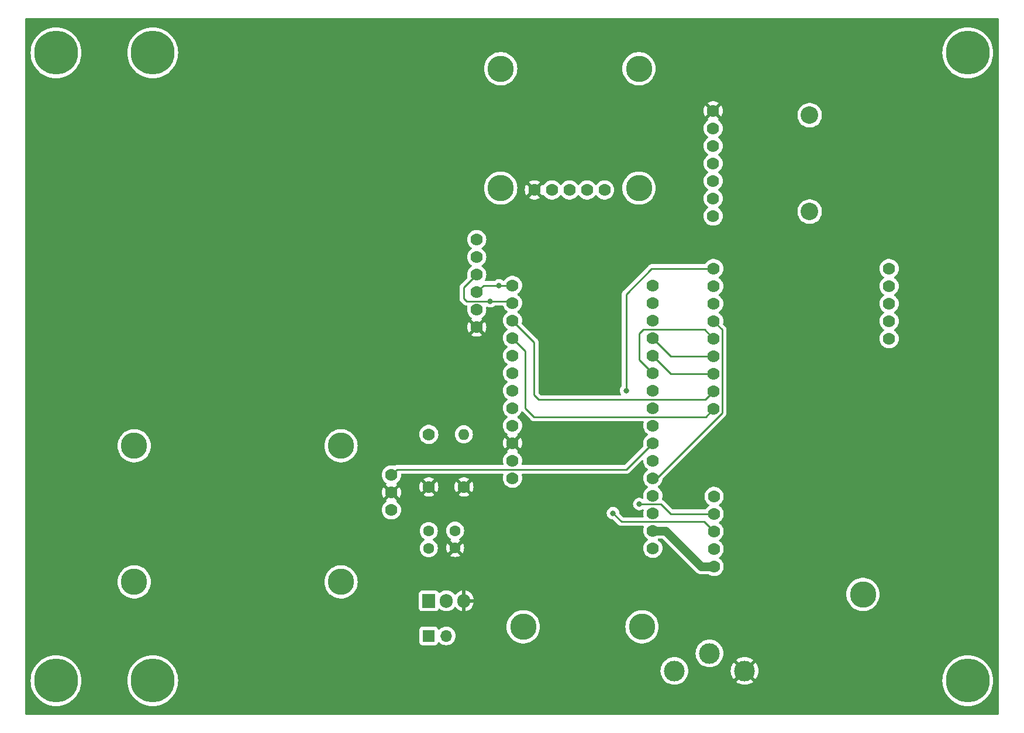
<source format=gbr>
%TF.GenerationSoftware,KiCad,Pcbnew,7.0.10*%
%TF.CreationDate,2024-03-23T17:35:10-04:00*%
%TF.ProjectId,blue-bike-air-pollution-monitor 3-23,626c7565-2d62-4696-9b65-2d6169722d70,rev?*%
%TF.SameCoordinates,Original*%
%TF.FileFunction,Copper,L2,Bot*%
%TF.FilePolarity,Positive*%
%FSLAX46Y46*%
G04 Gerber Fmt 4.6, Leading zero omitted, Abs format (unit mm)*
G04 Created by KiCad (PCBNEW 7.0.10) date 2024-03-23 17:35:10*
%MOMM*%
%LPD*%
G01*
G04 APERTURE LIST*
%TA.AperFunction,ComponentPad*%
%ADD10C,2.540000*%
%TD*%
%TA.AperFunction,ComponentPad*%
%ADD11C,1.778000*%
%TD*%
%TA.AperFunction,ComponentPad*%
%ADD12C,6.350000*%
%TD*%
%TA.AperFunction,ComponentPad*%
%ADD13R,1.700000X1.700000*%
%TD*%
%TA.AperFunction,ComponentPad*%
%ADD14O,1.700000X1.700000*%
%TD*%
%TA.AperFunction,ComponentPad*%
%ADD15O,1.600000X1.600000*%
%TD*%
%TA.AperFunction,ComponentPad*%
%ADD16C,1.600000*%
%TD*%
%TA.AperFunction,ComponentPad*%
%ADD17C,3.810000*%
%TD*%
%TA.AperFunction,ComponentPad*%
%ADD18R,1.905000X2.000000*%
%TD*%
%TA.AperFunction,ComponentPad*%
%ADD19O,1.905000X2.000000*%
%TD*%
%TA.AperFunction,ComponentPad*%
%ADD20C,3.000000*%
%TD*%
%TA.AperFunction,ViaPad*%
%ADD21C,0.800000*%
%TD*%
%TA.AperFunction,Conductor*%
%ADD22C,0.250000*%
%TD*%
%TA.AperFunction,Conductor*%
%ADD23C,1.270000*%
%TD*%
G04 APERTURE END LIST*
D10*
%TO.P,Accelerometer1,9*%
%TO.N,N/C*%
X166905000Y-85825000D03*
%TO.P,Accelerometer1,8*%
X166905000Y-71855000D03*
D11*
%TO.P,Accelerometer1,7,Test*%
%TO.N,unconnected-(Accelerometer1-Test-Pad7)*%
X152935000Y-86460000D03*
%TO.P,Accelerometer1,6,Xout*%
%TO.N,Net-(Accelerometer1-Xout)*%
X152935000Y-83920000D03*
%TO.P,Accelerometer1,5,Yout*%
%TO.N,Net-(Accelerometer1-Yout)*%
X152935000Y-81380000D03*
%TO.P,Accelerometer1,4,Zout*%
%TO.N,Net-(Accelerometer1-Zout)*%
X152935000Y-78840000D03*
%TO.P,Accelerometer1,3,GND*%
%TO.N,GND*%
X152935000Y-76300000D03*
%TO.P,Accelerometer1,2,3Vo*%
%TO.N,unconnected-(Accelerometer1-3Vo-Pad2)*%
X152935000Y-73760000D03*
%TO.P,Accelerometer1,1,5V*%
%TO.N,+5V*%
X152935000Y-71220000D03*
%TD*%
D12*
%TO.P,H1,1*%
%TO.N,N/C*%
X57797700Y-62801500D03*
%TD*%
D11*
%TO.P,SEN55,1,VDD*%
%TO.N,+5V*%
X118695800Y-102566800D03*
%TO.P,SEN55,2,GND*%
%TO.N,GND*%
X118695800Y-100026800D03*
%TO.P,SEN55,3,SDA*%
%TO.N,Net-(CO2-SDA)*%
X118695800Y-97486800D03*
%TO.P,SEN55,4,SCL*%
%TO.N,Net-(CO2-SCL)*%
X118695800Y-94946800D03*
%TO.P,SEN55,5,SEL*%
%TO.N,GND*%
X118695800Y-92406800D03*
%TO.P,SEN55,6,NC*%
%TO.N,unconnected-(SEN55-NC-Pad6)*%
X118695800Y-89866800D03*
%TD*%
D13*
%TO.P,BT1,1,+*%
%TO.N,Net-(BT1-+)*%
X111760000Y-147320000D03*
D14*
%TO.P,BT1,2,-*%
%TO.N,GND*%
X114300000Y-147320000D03*
%TD*%
D12*
%TO.P,H6,6*%
%TO.N,N/C*%
X71793100Y-153809700D03*
%TD*%
D11*
%TO.P,R1,1*%
%TO.N,+5V*%
X116840000Y-125730000D03*
D15*
%TO.P,R1,2*%
%TO.N,Net-(CO2-SCL)*%
X116840000Y-118110000D03*
%TD*%
D16*
%TO.P,C2,1*%
%TO.N,+5V*%
X115570000Y-134580000D03*
%TO.P,C2,2*%
%TO.N,GND*%
X115570000Y-132080000D03*
%TD*%
D12*
%TO.P,H3,3*%
%TO.N,N/C*%
X57797700Y-153809700D03*
%TD*%
D11*
%TO.P,R2,1*%
%TO.N,+5V*%
X111760000Y-125730000D03*
%TO.P,R2,2*%
%TO.N,Net-(CO2-SDA)*%
X111760000Y-118110000D03*
%TD*%
D16*
%TO.P,C1,1*%
%TO.N,Net-(BT1-+)*%
X111760000Y-134620000D03*
%TO.P,C1,2*%
%TO.N,GND*%
X111760000Y-132120000D03*
%TD*%
D12*
%TO.P,H2,2*%
%TO.N,N/C*%
X189801500Y-62801500D03*
%TD*%
D11*
%TO.P,ESP32-WROOM-32E1,1,SDA*%
%TO.N,Net-(CO2-SDA)*%
X123875800Y-96520000D03*
%TO.P,ESP32-WROOM-32E1,2,SCL*%
%TO.N,Net-(CO2-SCL)*%
X123875800Y-99060000D03*
%TO.P,ESP32-WROOM-32E1,3,D04*%
%TO.N,Net-(ESP32-WROOM-32E1-D04)*%
X123875800Y-101600000D03*
%TO.P,ESP32-WROOM-32E1,4,D06*%
%TO.N,Net-(ESP32-WROOM-32E1-D06)*%
X123875800Y-104140000D03*
%TO.P,ESP32-WROOM-32E1,5,D08*%
%TO.N,unconnected-(ESP32-WROOM-32E1-D08-Pad5)*%
X123875800Y-106680000D03*
%TO.P,ESP32-WROOM-32E1,6,D10*%
%TO.N,unconnected-(ESP32-WROOM-32E1-D10-Pad6)*%
X123875800Y-109220000D03*
%TO.P,ESP32-WROOM-32E1,7,D11*%
%TO.N,unconnected-(ESP32-WROOM-32E1-D11-Pad7)*%
X123875800Y-111760000D03*
%TO.P,ESP32-WROOM-32E1,8,D12*%
%TO.N,unconnected-(ESP32-WROOM-32E1-D12-Pad8)*%
X123875800Y-114300000D03*
%TO.P,ESP32-WROOM-32E1,9,LED*%
%TO.N,unconnected-(ESP32-WROOM-32E1-LED-Pad9)*%
X123875800Y-116840000D03*
%TO.P,ESP32-WROOM-32E1,10,VBUS/LED*%
%TO.N,+5V*%
X123875800Y-119380000D03*
%TO.P,ESP32-WROOM-32E1,11,3.3V/EN*%
%TO.N,unconnected-(ESP32-WROOM-32E1-3.3V{slash}EN-Pad11)*%
X123875800Y-121920000D03*
%TO.P,ESP32-WROOM-32E1,12,VBAT*%
%TO.N,unconnected-(ESP32-WROOM-32E1-VBAT-Pad12)*%
X123875800Y-124460000D03*
%TO.P,ESP32-WROOM-32E1,13,RESET*%
%TO.N,unconnected-(ESP32-WROOM-32E1-RESET-Pad13)*%
X144195800Y-134620000D03*
%TO.P,ESP32-WROOM-32E1,14,Vin*%
%TO.N,+3.3V*%
X144195800Y-132080000D03*
%TO.P,ESP32-WROOM-32E1,15,NC*%
%TO.N,unconnected-(ESP32-WROOM-32E1-NC-Pad15)*%
X144195800Y-129540000D03*
%TO.P,ESP32-WROOM-32E1,16,GND*%
%TO.N,GND*%
X144195800Y-127000000D03*
%TO.P,ESP32-WROOM-32E1,17,A0*%
%TO.N,Net-(ESP32-WROOM-32E1-A0)*%
X144195800Y-124460000D03*
%TO.P,ESP32-WROOM-32E1,18,A1*%
%TO.N,Net-(ESP32-WROOM-32E1-A1)*%
X144195800Y-121920000D03*
%TO.P,ESP32-WROOM-32E1,19,A2*%
%TO.N,Net-(ESP32-WROOM-32E1-A2)*%
X144195800Y-119380000D03*
%TO.P,ESP32-WROOM-32E1,20,A3*%
%TO.N,Net-(Accelerometer1-Xout)*%
X144195800Y-116840000D03*
%TO.P,ESP32-WROOM-32E1,21,A4*%
%TO.N,Net-(Accelerometer1-Yout)*%
X144195800Y-114300000D03*
%TO.P,ESP32-WROOM-32E1,22,A5*%
%TO.N,Net-(Accelerometer1-Zout)*%
X144195800Y-111760000D03*
%TO.P,ESP32-WROOM-32E1,23,SCK*%
%TO.N,Net-(ESP32-WROOM-32E1-SCK)*%
X144195800Y-109220000D03*
%TO.P,ESP32-WROOM-32E1,24,MOSI*%
%TO.N,Net-(ESP32-WROOM-32E1-MOSI)*%
X144195800Y-106680000D03*
%TO.P,ESP32-WROOM-32E1,25,MISO*%
%TO.N,Net-(ESP32-WROOM-32E1-MISO)*%
X144195800Y-104140000D03*
%TO.P,ESP32-WROOM-32E1,26,RX*%
%TO.N,Net-(ESP32-WROOM-32E1-RX)*%
X144195800Y-101600000D03*
%TO.P,ESP32-WROOM-32E1,27,TX*%
%TO.N,Net-(ESP32-WROOM-32E1-TX)*%
X144195800Y-99060000D03*
%TO.P,ESP32-WROOM-32E1,28,FREE/ADC*%
%TO.N,unconnected-(ESP32-WROOM-32E1-FREE{slash}ADC-Pad28)*%
X144195800Y-96520000D03*
D17*
%TO.P,ESP32-WROOM-32E1,29*%
%TO.N,N/C*%
X125437900Y-146011900D03*
%TO.P,ESP32-WROOM-32E1,30*%
X142633700Y-146011900D03*
%TD*%
%TO.P,Methane1,7*%
%TO.N,N/C*%
X99060000Y-139507900D03*
%TO.P,Methane1,6*%
X69113400Y-139507900D03*
%TO.P,Methane1,5*%
X99060000Y-119772100D03*
%TO.P,Methane1,4*%
X69113400Y-119772100D03*
D11*
%TO.P,Methane1,3,GND*%
%TO.N,GND*%
X106349800Y-129068500D03*
%TO.P,Methane1,2,5V*%
%TO.N,+5V*%
X106349800Y-126528500D03*
%TO.P,Methane1,1,Out*%
%TO.N,Net-(ESP32-WROOM-32E1-A2)*%
X106349800Y-123988500D03*
%TD*%
D18*
%TO.P,U1,1,IN*%
%TO.N,Net-(BT1-+)*%
X111760000Y-142240000D03*
D19*
%TO.P,U1,2,GND*%
%TO.N,GND*%
X114300000Y-142240000D03*
%TO.P,U1,3,OUT*%
%TO.N,+5V*%
X116840000Y-142240000D03*
%TD*%
D20*
%TO.P,5V1,1,1*%
%TO.N,+5V*%
X157480000Y-152400000D03*
%TD*%
D12*
%TO.P,H5,5*%
%TO.N,N/C*%
X71793100Y-62801500D03*
%TD*%
D11*
%TO.P,GPS1,1,1PPS*%
%TO.N,unconnected-(GPS1-1PPS-Pad1)*%
X153062000Y-127100000D03*
%TO.P,GPS1,2,TX*%
%TO.N,Net-(ESP32-WROOM-32E1-RX)*%
X153062000Y-129640000D03*
%TO.P,GPS1,3,RX*%
%TO.N,Net-(ESP32-WROOM-32E1-TX)*%
X153062000Y-132180000D03*
%TO.P,GPS1,4,GND*%
%TO.N,GND*%
X153062000Y-134720000D03*
%TO.P,GPS1,5,Vin*%
%TO.N,+3.3V*%
X153062000Y-137260000D03*
D17*
%TO.P,GPS1,6*%
%TO.N,N/C*%
X174613900Y-141311300D03*
%TD*%
D11*
%TO.P,LoraWAN1,14,G1*%
%TO.N,Net-(ESP32-WROOM-32E1-A1)*%
X178408000Y-94080000D03*
%TO.P,LoraWAN1,13,G2*%
%TO.N,unconnected-(LoraWAN1-G2-Pad13)*%
X178408000Y-96620000D03*
%TO.P,LoraWAN1,12,G3*%
%TO.N,unconnected-(LoraWAN1-G3-Pad12)*%
X178408000Y-99160000D03*
%TO.P,LoraWAN1,11,G4*%
%TO.N,unconnected-(LoraWAN1-G4-Pad11)*%
X178408000Y-101700000D03*
%TO.P,LoraWAN1,10,G5*%
%TO.N,unconnected-(LoraWAN1-G5-Pad10)*%
X178408000Y-104240000D03*
%TO.P,LoraWAN1,9,RST*%
%TO.N,Net-(ESP32-WROOM-32E1-D06)*%
X153008000Y-114400000D03*
%TO.P,LoraWAN1,8,CS*%
%TO.N,Net-(ESP32-WROOM-32E1-D04)*%
X153008000Y-111860000D03*
%TO.P,LoraWAN1,7,MOSI*%
%TO.N,Net-(ESP32-WROOM-32E1-MOSI)*%
X153008000Y-109320000D03*
%TO.P,LoraWAN1,6,MISO*%
%TO.N,Net-(ESP32-WROOM-32E1-MISO)*%
X153008000Y-106780000D03*
%TO.P,LoraWAN1,5,SCK*%
%TO.N,Net-(ESP32-WROOM-32E1-SCK)*%
X153008000Y-104240000D03*
%TO.P,LoraWAN1,4,G0*%
%TO.N,Net-(ESP32-WROOM-32E1-A0)*%
X153008000Y-101700000D03*
%TO.P,LoraWAN1,3,EN*%
%TO.N,unconnected-(LoraWAN1-EN-Pad3)*%
X153008000Y-99160000D03*
%TO.P,LoraWAN1,2,GND*%
%TO.N,GND*%
X153008000Y-96620000D03*
%TO.P,LoraWAN1,1,Vin*%
%TO.N,+3.3V*%
X153008000Y-94080000D03*
%TD*%
D12*
%TO.P,H4,4*%
%TO.N,N/C*%
X189801500Y-153809700D03*
%TD*%
D20*
%TO.P,3.3V1,1,1*%
%TO.N,+3.3V*%
X147320000Y-152400000D03*
%TD*%
D11*
%TO.P,CO2,1,Vin*%
%TO.N,+5V*%
X127050000Y-82680000D03*
%TO.P,CO2,2,3Vo*%
%TO.N,unconnected-(CO2-3Vo-Pad2)*%
X129590000Y-82680000D03*
%TO.P,CO2,3,Ground*%
%TO.N,GND*%
X132130000Y-82680000D03*
%TO.P,CO2,4,SCL*%
%TO.N,Net-(CO2-SCL)*%
X134670000Y-82680000D03*
%TO.P,CO2,5,SDA*%
%TO.N,Net-(CO2-SDA)*%
X137210000Y-82680000D03*
D17*
%TO.P,CO2,6*%
%TO.N,N/C*%
X122173200Y-65103200D03*
%TO.P,CO2,7*%
X142185860Y-65103200D03*
%TO.P,CO2,8*%
X122173200Y-82415840D03*
%TO.P,CO2,9*%
X142185860Y-82415840D03*
%TD*%
D20*
%TO.P,GND1,1,1*%
%TO.N,GND*%
X152400000Y-149860000D03*
%TD*%
D21*
%TO.N,Net-(CO2-SDA)*%
X121920000Y-96520000D03*
%TO.N,Net-(CO2-SCL)*%
X120650000Y-98812800D03*
%TO.N,Net-(ESP32-WROOM-32E1-RX)*%
X142240000Y-128214000D03*
%TO.N,Net-(ESP32-WROOM-32E1-TX)*%
X138430000Y-129540000D03*
%TO.N,+3.3V*%
X140335000Y-111760000D03*
%TD*%
D22*
%TO.N,Net-(CO2-SDA)*%
X121920000Y-96520000D02*
X119662600Y-96520000D01*
X123875800Y-96520000D02*
X121920000Y-96520000D01*
%TO.N,Net-(CO2-SCL)*%
X120650000Y-98812800D02*
X117227800Y-98812800D01*
X123628600Y-98812800D02*
X120650000Y-98812800D01*
%TO.N,Net-(ESP32-WROOM-32E1-A2)*%
X107148300Y-123190000D02*
X106349800Y-123988500D01*
X140385800Y-123190000D02*
X107148300Y-123190000D01*
X144195800Y-119380000D02*
X140385800Y-123190000D01*
%TO.N,Net-(CO2-SCL)*%
X116840000Y-96802600D02*
X118695800Y-94946800D01*
X116840000Y-98425000D02*
X116840000Y-96802600D01*
X123875800Y-99060000D02*
X123628600Y-98812800D01*
X117227800Y-98812800D02*
X116840000Y-98425000D01*
%TO.N,Net-(CO2-SDA)*%
X119662600Y-96520000D02*
X118695800Y-97486800D01*
D23*
%TO.N,+3.3V*%
X151230000Y-137260000D02*
X146050000Y-132080000D01*
X146050000Y-132080000D02*
X144195800Y-132080000D01*
X153062000Y-137260000D02*
X151230000Y-137260000D01*
D22*
%TO.N,Net-(ESP32-WROOM-32E1-RX)*%
X146785000Y-129640000D02*
X153062000Y-129640000D01*
X142240000Y-128214000D02*
X145359000Y-128214000D01*
X145359000Y-128214000D02*
X146785000Y-129640000D01*
%TO.N,Net-(ESP32-WROOM-32E1-TX)*%
X139644000Y-130754000D02*
X138430000Y-129540000D01*
X151636000Y-130754000D02*
X139644000Y-130754000D01*
X153062000Y-132180000D02*
X151636000Y-130754000D01*
%TO.N,Net-(ESP32-WROOM-32E1-A0)*%
X144780000Y-124460000D02*
X144195800Y-124460000D01*
X154222000Y-115018000D02*
X144780000Y-124460000D01*
X153008000Y-101700000D02*
X154222000Y-102914000D01*
X154222000Y-102914000D02*
X154222000Y-115018000D01*
%TO.N,+3.3V*%
X140335000Y-97790000D02*
X140335000Y-111760000D01*
X144045000Y-94080000D02*
X140335000Y-97790000D01*
X153008000Y-94080000D02*
X144045000Y-94080000D01*
%TO.N,Net-(ESP32-WROOM-32E1-SCK)*%
X142240000Y-107264200D02*
X144195800Y-109220000D01*
X142819000Y-102926000D02*
X142240000Y-103505000D01*
X142240000Y-103505000D02*
X142240000Y-107264200D01*
X151694000Y-102926000D02*
X142819000Y-102926000D01*
X153008000Y-104240000D02*
X151694000Y-102926000D01*
%TO.N,Net-(ESP32-WROOM-32E1-MISO)*%
X146835800Y-106780000D02*
X144195800Y-104140000D01*
X153008000Y-106780000D02*
X146835800Y-106780000D01*
%TO.N,Net-(ESP32-WROOM-32E1-MOSI)*%
X146835800Y-109320000D02*
X144195800Y-106680000D01*
X153008000Y-109320000D02*
X146835800Y-109320000D01*
%TO.N,Net-(ESP32-WROOM-32E1-D04)*%
X127000000Y-104724200D02*
X123875800Y-101600000D01*
X127000000Y-112395000D02*
X127000000Y-104724200D01*
X127691000Y-113086000D02*
X127000000Y-112395000D01*
X151782000Y-113086000D02*
X127691000Y-113086000D01*
X153008000Y-111860000D02*
X151782000Y-113086000D01*
%TO.N,Net-(ESP32-WROOM-32E1-D06)*%
X125730000Y-114300000D02*
X125730000Y-105994200D01*
X127000000Y-115570000D02*
X125730000Y-114300000D01*
X125730000Y-105994200D02*
X123875800Y-104140000D01*
X151838000Y-115570000D02*
X127000000Y-115570000D01*
X153008000Y-114400000D02*
X151838000Y-115570000D01*
%TD*%
%TA.AperFunction,Conductor*%
%TO.N,+5V*%
G36*
X125332222Y-114791399D02*
G01*
X125354439Y-114809029D01*
X125933991Y-115388582D01*
X126499197Y-115953788D01*
X126509022Y-115966051D01*
X126509243Y-115965869D01*
X126514211Y-115971874D01*
X126514213Y-115971876D01*
X126514214Y-115971877D01*
X126535043Y-115991437D01*
X126563222Y-116017899D01*
X126566021Y-116020612D01*
X126585522Y-116040114D01*
X126585526Y-116040117D01*
X126585529Y-116040120D01*
X126588702Y-116042581D01*
X126597574Y-116050159D01*
X126629418Y-116080062D01*
X126646976Y-116089714D01*
X126663235Y-116100395D01*
X126679064Y-116112673D01*
X126719155Y-116130021D01*
X126729626Y-116135151D01*
X126752180Y-116147550D01*
X126767902Y-116156194D01*
X126767904Y-116156195D01*
X126767908Y-116156197D01*
X126787316Y-116161180D01*
X126805719Y-116167481D01*
X126824101Y-116175436D01*
X126824102Y-116175436D01*
X126824104Y-116175437D01*
X126867250Y-116182270D01*
X126878672Y-116184636D01*
X126920981Y-116195500D01*
X126941016Y-116195500D01*
X126960414Y-116197026D01*
X126980194Y-116200159D01*
X126980195Y-116200160D01*
X126980195Y-116200159D01*
X126980196Y-116200160D01*
X127023675Y-116196050D01*
X127035344Y-116195500D01*
X142771411Y-116195500D01*
X142838450Y-116215185D01*
X142884205Y-116267989D01*
X142894149Y-116337147D01*
X142884968Y-116369308D01*
X142877082Y-116387286D01*
X142820553Y-116610515D01*
X142801538Y-116839994D01*
X142801538Y-116840005D01*
X142820553Y-117069484D01*
X142877082Y-117292714D01*
X142969582Y-117503594D01*
X143095528Y-117696370D01*
X143095531Y-117696373D01*
X143251492Y-117865792D01*
X143368391Y-117956778D01*
X143437259Y-118010380D01*
X143436276Y-118011641D01*
X143476983Y-118059349D01*
X143486400Y-118128581D01*
X143456892Y-118191914D01*
X143436936Y-118209205D01*
X143437259Y-118209620D01*
X143251494Y-118354206D01*
X143251489Y-118354211D01*
X143095528Y-118523629D01*
X142969582Y-118716405D01*
X142877082Y-118927285D01*
X142820553Y-119150515D01*
X142801538Y-119379994D01*
X142801538Y-119380005D01*
X142820553Y-119609484D01*
X142856030Y-119749581D01*
X142853405Y-119819401D01*
X142823505Y-119867702D01*
X140163028Y-122528181D01*
X140101705Y-122561666D01*
X140075347Y-122564500D01*
X125300189Y-122564500D01*
X125233150Y-122544815D01*
X125187395Y-122492011D01*
X125177451Y-122422853D01*
X125186632Y-122390692D01*
X125194517Y-122372716D01*
X125251046Y-122149488D01*
X125267330Y-121952968D01*
X125270062Y-121920005D01*
X125270062Y-121919994D01*
X125251046Y-121690515D01*
X125251046Y-121690512D01*
X125194517Y-121467284D01*
X125102017Y-121256405D01*
X125057854Y-121188808D01*
X124976071Y-121063629D01*
X124856053Y-120933255D01*
X124820108Y-120894208D01*
X124638389Y-120752771D01*
X124638390Y-120752771D01*
X124634341Y-120749620D01*
X124635228Y-120748480D01*
X124594163Y-120700366D01*
X124584738Y-120631135D01*
X124614237Y-120567798D01*
X124634371Y-120550352D01*
X124634066Y-120549960D01*
X124666758Y-120524513D01*
X124666759Y-120524511D01*
X124044404Y-119902156D01*
X124162212Y-119850985D01*
X124278662Y-119756246D01*
X124365233Y-119633603D01*
X124396100Y-119546747D01*
X125019038Y-120169685D01*
X125101572Y-120043359D01*
X125101577Y-120043351D01*
X125194042Y-119832553D01*
X125250550Y-119609408D01*
X125250552Y-119609396D01*
X125269560Y-119380005D01*
X125269560Y-119379994D01*
X125250552Y-119150603D01*
X125250550Y-119150591D01*
X125194042Y-118927446D01*
X125101574Y-118716642D01*
X125019038Y-118590313D01*
X124398430Y-119210921D01*
X124395206Y-119195403D01*
X124326142Y-119062114D01*
X124223677Y-118952402D01*
X124095412Y-118874402D01*
X124042632Y-118859613D01*
X124666758Y-118235486D01*
X124666758Y-118235484D01*
X124634067Y-118210040D01*
X124635009Y-118208829D01*
X124594155Y-118160947D01*
X124584741Y-118091714D01*
X124614250Y-118028382D01*
X124634620Y-118010738D01*
X124634341Y-118010380D01*
X124670974Y-117981866D01*
X124820108Y-117865792D01*
X124976069Y-117696373D01*
X125102017Y-117503595D01*
X125194517Y-117292716D01*
X125251046Y-117069488D01*
X125261546Y-116942771D01*
X125270062Y-116840005D01*
X125270062Y-116839994D01*
X125251046Y-116610515D01*
X125251046Y-116610512D01*
X125194517Y-116387284D01*
X125102017Y-116176405D01*
X125092068Y-116161177D01*
X124976071Y-115983629D01*
X124948600Y-115953788D01*
X124820108Y-115814208D01*
X124638389Y-115672771D01*
X124638390Y-115672771D01*
X124634341Y-115669620D01*
X124635325Y-115668354D01*
X124594624Y-115620670D01*
X124585196Y-115551439D01*
X124614693Y-115488102D01*
X124634665Y-115470796D01*
X124634341Y-115470380D01*
X124698537Y-115420414D01*
X124820108Y-115325792D01*
X124976069Y-115156373D01*
X125102017Y-114963595D01*
X125153203Y-114846901D01*
X125198158Y-114793416D01*
X125264894Y-114772725D01*
X125332222Y-114791399D01*
G37*
%TD.AperFunction*%
%TA.AperFunction,Conductor*%
G36*
X194252539Y-57805185D02*
G01*
X194298294Y-57857989D01*
X194309500Y-57909500D01*
X194309500Y-158625500D01*
X194289815Y-158692539D01*
X194237011Y-158738294D01*
X194185500Y-158749500D01*
X53464500Y-158749500D01*
X53397461Y-158729815D01*
X53351706Y-158677011D01*
X53340500Y-158625500D01*
X53340500Y-153809700D01*
X54117156Y-153809700D01*
X54137318Y-154194423D01*
X54197584Y-154574922D01*
X54197584Y-154574924D01*
X54297297Y-154947058D01*
X54435357Y-155306715D01*
X54610257Y-155649976D01*
X54820071Y-155973062D01*
X54820073Y-155973064D01*
X54820076Y-155973068D01*
X54820077Y-155973069D01*
X55062523Y-156272465D01*
X55334935Y-156544877D01*
X55334939Y-156544880D01*
X55634335Y-156787326D01*
X55634337Y-156787328D01*
X55957423Y-156997142D01*
X55957428Y-156997145D01*
X56300688Y-157172044D01*
X56660349Y-157310105D01*
X57032472Y-157409815D01*
X57412978Y-157470082D01*
X57776421Y-157489128D01*
X57797699Y-157490244D01*
X57797700Y-157490244D01*
X57797701Y-157490244D01*
X57817863Y-157489187D01*
X58182422Y-157470082D01*
X58562928Y-157409815D01*
X58935051Y-157310105D01*
X59294712Y-157172044D01*
X59637972Y-156997145D01*
X59789754Y-156898576D01*
X59961062Y-156787328D01*
X59961064Y-156787326D01*
X59961069Y-156787323D01*
X60260465Y-156544877D01*
X60532877Y-156272465D01*
X60775323Y-155973069D01*
X60985145Y-155649972D01*
X61160044Y-155306712D01*
X61298105Y-154947051D01*
X61397815Y-154574928D01*
X61458082Y-154194422D01*
X61478244Y-153809700D01*
X68112556Y-153809700D01*
X68132718Y-154194423D01*
X68192984Y-154574922D01*
X68192984Y-154574924D01*
X68292697Y-154947058D01*
X68430757Y-155306715D01*
X68605657Y-155649976D01*
X68815471Y-155973062D01*
X68815473Y-155973064D01*
X68815476Y-155973068D01*
X68815477Y-155973069D01*
X69057923Y-156272465D01*
X69330335Y-156544877D01*
X69330339Y-156544880D01*
X69629735Y-156787326D01*
X69629737Y-156787328D01*
X69952823Y-156997142D01*
X69952828Y-156997145D01*
X70296088Y-157172044D01*
X70655749Y-157310105D01*
X71027872Y-157409815D01*
X71408378Y-157470082D01*
X71771821Y-157489128D01*
X71793099Y-157490244D01*
X71793100Y-157490244D01*
X71793101Y-157490244D01*
X71813263Y-157489187D01*
X72177822Y-157470082D01*
X72558328Y-157409815D01*
X72930451Y-157310105D01*
X73290112Y-157172044D01*
X73633372Y-156997145D01*
X73785154Y-156898576D01*
X73956462Y-156787328D01*
X73956464Y-156787326D01*
X73956469Y-156787323D01*
X74255865Y-156544877D01*
X74528277Y-156272465D01*
X74770723Y-155973069D01*
X74980545Y-155649972D01*
X75155444Y-155306712D01*
X75293505Y-154947051D01*
X75393215Y-154574928D01*
X75453482Y-154194422D01*
X75473644Y-153809700D01*
X75453482Y-153424978D01*
X75393215Y-153044472D01*
X75293505Y-152672349D01*
X75188960Y-152400001D01*
X145314390Y-152400001D01*
X145334804Y-152685433D01*
X145395628Y-152965037D01*
X145395630Y-152965043D01*
X145395631Y-152965046D01*
X145495557Y-153232958D01*
X145495635Y-153233166D01*
X145632770Y-153484309D01*
X145632775Y-153484317D01*
X145804254Y-153713387D01*
X145804270Y-153713405D01*
X146006594Y-153915729D01*
X146006612Y-153915745D01*
X146235682Y-154087224D01*
X146235690Y-154087229D01*
X146486833Y-154224364D01*
X146486832Y-154224364D01*
X146486836Y-154224365D01*
X146486839Y-154224367D01*
X146754954Y-154324369D01*
X146754960Y-154324370D01*
X146754962Y-154324371D01*
X147034566Y-154385195D01*
X147034568Y-154385195D01*
X147034572Y-154385196D01*
X147288220Y-154403337D01*
X147319999Y-154405610D01*
X147320000Y-154405610D01*
X147320001Y-154405610D01*
X147348595Y-154403564D01*
X147605428Y-154385196D01*
X147885046Y-154324369D01*
X148153161Y-154224367D01*
X148404315Y-154087226D01*
X148633395Y-153915739D01*
X148835739Y-153713395D01*
X149007226Y-153484315D01*
X149144367Y-153233161D01*
X149244369Y-152965046D01*
X149269196Y-152850918D01*
X149305195Y-152685433D01*
X149305195Y-152685432D01*
X149305196Y-152685428D01*
X149325610Y-152400001D01*
X155474891Y-152400001D01*
X155495300Y-152685362D01*
X155556109Y-152964895D01*
X155656091Y-153232958D01*
X155793191Y-153484038D01*
X155793196Y-153484046D01*
X155899882Y-153626561D01*
X155899883Y-153626562D01*
X156802803Y-152723641D01*
X156826059Y-152777553D01*
X156930756Y-152918185D01*
X157065062Y-153030882D01*
X157156665Y-153076886D01*
X156253436Y-153980115D01*
X156395960Y-154086807D01*
X156395961Y-154086808D01*
X156647042Y-154223908D01*
X156647041Y-154223908D01*
X156915104Y-154323890D01*
X157194637Y-154384699D01*
X157479999Y-154405109D01*
X157480001Y-154405109D01*
X157765362Y-154384699D01*
X158044895Y-154323890D01*
X158312958Y-154223908D01*
X158564047Y-154086803D01*
X158706561Y-153980116D01*
X158706562Y-153980115D01*
X158536147Y-153809700D01*
X186120956Y-153809700D01*
X186141118Y-154194423D01*
X186201384Y-154574922D01*
X186201384Y-154574924D01*
X186301097Y-154947058D01*
X186439157Y-155306715D01*
X186614057Y-155649976D01*
X186823871Y-155973062D01*
X186823873Y-155973064D01*
X186823876Y-155973068D01*
X186823877Y-155973069D01*
X187066323Y-156272465D01*
X187338735Y-156544877D01*
X187338739Y-156544880D01*
X187638135Y-156787326D01*
X187638137Y-156787328D01*
X187961223Y-156997142D01*
X187961228Y-156997145D01*
X188304488Y-157172044D01*
X188664149Y-157310105D01*
X189036272Y-157409815D01*
X189416778Y-157470082D01*
X189780221Y-157489128D01*
X189801499Y-157490244D01*
X189801500Y-157490244D01*
X189801501Y-157490244D01*
X189821663Y-157489187D01*
X190186222Y-157470082D01*
X190566728Y-157409815D01*
X190938851Y-157310105D01*
X191298512Y-157172044D01*
X191641772Y-156997145D01*
X191793554Y-156898576D01*
X191964862Y-156787328D01*
X191964864Y-156787326D01*
X191964869Y-156787323D01*
X192264265Y-156544877D01*
X192536677Y-156272465D01*
X192779123Y-155973069D01*
X192988945Y-155649972D01*
X193163844Y-155306712D01*
X193301905Y-154947051D01*
X193401615Y-154574928D01*
X193461882Y-154194422D01*
X193482044Y-153809700D01*
X193461882Y-153424978D01*
X193401615Y-153044472D01*
X193301905Y-152672349D01*
X193163844Y-152312688D01*
X192988945Y-151969428D01*
X192975732Y-151949082D01*
X192779128Y-151646337D01*
X192779126Y-151646335D01*
X192714752Y-151566839D01*
X192536677Y-151346935D01*
X192264265Y-151074523D01*
X191964869Y-150832077D01*
X191964868Y-150832076D01*
X191964864Y-150832073D01*
X191964862Y-150832071D01*
X191641776Y-150622257D01*
X191298515Y-150447357D01*
X190938858Y-150309297D01*
X190938851Y-150309295D01*
X190566728Y-150209585D01*
X190566724Y-150209584D01*
X190566723Y-150209584D01*
X190186223Y-150149318D01*
X189801501Y-150129156D01*
X189801499Y-150129156D01*
X189416776Y-150149318D01*
X189036277Y-150209584D01*
X189036275Y-150209584D01*
X188664141Y-150309297D01*
X188304484Y-150447357D01*
X187961223Y-150622257D01*
X187638137Y-150832071D01*
X187638135Y-150832073D01*
X187338739Y-151074519D01*
X187338731Y-151074526D01*
X187066326Y-151346931D01*
X187066319Y-151346939D01*
X186823873Y-151646335D01*
X186823871Y-151646337D01*
X186614057Y-151969423D01*
X186439157Y-152312684D01*
X186301097Y-152672341D01*
X186201384Y-153044475D01*
X186201384Y-153044477D01*
X186141118Y-153424976D01*
X186120956Y-153809699D01*
X186120956Y-153809700D01*
X158536147Y-153809700D01*
X157805946Y-153079498D01*
X157818891Y-153074787D01*
X157965373Y-152978445D01*
X158085688Y-152850918D01*
X158158447Y-152724894D01*
X159060115Y-153626562D01*
X159060116Y-153626561D01*
X159166803Y-153484047D01*
X159303908Y-153232958D01*
X159403890Y-152964895D01*
X159464699Y-152685362D01*
X159485109Y-152400001D01*
X159485109Y-152399998D01*
X159464699Y-152114637D01*
X159403890Y-151835104D01*
X159303908Y-151567041D01*
X159166808Y-151315961D01*
X159166807Y-151315960D01*
X159060115Y-151173436D01*
X158157195Y-152076356D01*
X158133941Y-152022447D01*
X158029244Y-151881815D01*
X157894938Y-151769118D01*
X157803333Y-151723112D01*
X158706562Y-150819883D01*
X158706561Y-150819882D01*
X158564046Y-150713196D01*
X158564038Y-150713191D01*
X158312957Y-150576091D01*
X158312958Y-150576091D01*
X158044895Y-150476109D01*
X157765362Y-150415300D01*
X157480001Y-150394891D01*
X157479999Y-150394891D01*
X157194637Y-150415300D01*
X156915104Y-150476109D01*
X156647041Y-150576091D01*
X156395961Y-150713191D01*
X156395953Y-150713196D01*
X156253437Y-150819882D01*
X156253436Y-150819883D01*
X157154054Y-151720501D01*
X157141109Y-151725213D01*
X156994627Y-151821555D01*
X156874312Y-151949082D01*
X156801552Y-152075105D01*
X155899883Y-151173436D01*
X155899882Y-151173437D01*
X155793196Y-151315953D01*
X155793191Y-151315961D01*
X155656091Y-151567041D01*
X155556109Y-151835104D01*
X155495300Y-152114637D01*
X155474891Y-152399998D01*
X155474891Y-152400001D01*
X149325610Y-152400001D01*
X149325610Y-152400000D01*
X149305196Y-152114572D01*
X149285155Y-152022447D01*
X149244371Y-151834962D01*
X149244370Y-151834960D01*
X149244369Y-151834954D01*
X149144367Y-151566839D01*
X149133657Y-151547226D01*
X149007229Y-151315690D01*
X149007224Y-151315682D01*
X148835745Y-151086612D01*
X148835729Y-151086594D01*
X148633405Y-150884270D01*
X148633387Y-150884254D01*
X148404317Y-150712775D01*
X148404309Y-150712770D01*
X148153166Y-150575635D01*
X148153167Y-150575635D01*
X148045915Y-150535632D01*
X147885046Y-150475631D01*
X147885043Y-150475630D01*
X147885037Y-150475628D01*
X147605433Y-150414804D01*
X147320001Y-150394390D01*
X147319999Y-150394390D01*
X147034566Y-150414804D01*
X146754962Y-150475628D01*
X146486833Y-150575635D01*
X146235690Y-150712770D01*
X146235682Y-150712775D01*
X146006612Y-150884254D01*
X146006594Y-150884270D01*
X145804270Y-151086594D01*
X145804254Y-151086612D01*
X145632775Y-151315682D01*
X145632770Y-151315690D01*
X145495635Y-151566833D01*
X145395628Y-151834962D01*
X145334804Y-152114566D01*
X145314390Y-152399998D01*
X145314390Y-152400001D01*
X75188960Y-152400001D01*
X75155444Y-152312688D01*
X74980545Y-151969428D01*
X74967332Y-151949082D01*
X74770728Y-151646337D01*
X74770726Y-151646335D01*
X74706352Y-151566839D01*
X74528277Y-151346935D01*
X74255865Y-151074523D01*
X73956469Y-150832077D01*
X73956468Y-150832076D01*
X73956464Y-150832073D01*
X73956462Y-150832071D01*
X73633376Y-150622257D01*
X73290115Y-150447357D01*
X72930458Y-150309297D01*
X72930451Y-150309295D01*
X72558328Y-150209585D01*
X72558324Y-150209584D01*
X72558323Y-150209584D01*
X72177823Y-150149318D01*
X71793101Y-150129156D01*
X71793099Y-150129156D01*
X71408376Y-150149318D01*
X71027877Y-150209584D01*
X71027875Y-150209584D01*
X70655741Y-150309297D01*
X70296084Y-150447357D01*
X69952823Y-150622257D01*
X69629737Y-150832071D01*
X69629735Y-150832073D01*
X69330339Y-151074519D01*
X69330331Y-151074526D01*
X69057926Y-151346931D01*
X69057919Y-151346939D01*
X68815473Y-151646335D01*
X68815471Y-151646337D01*
X68605657Y-151969423D01*
X68430757Y-152312684D01*
X68292697Y-152672341D01*
X68192984Y-153044475D01*
X68192984Y-153044477D01*
X68132718Y-153424976D01*
X68112556Y-153809699D01*
X68112556Y-153809700D01*
X61478244Y-153809700D01*
X61458082Y-153424978D01*
X61397815Y-153044472D01*
X61298105Y-152672349D01*
X61160044Y-152312688D01*
X60985145Y-151969428D01*
X60971932Y-151949082D01*
X60775328Y-151646337D01*
X60775326Y-151646335D01*
X60710952Y-151566839D01*
X60532877Y-151346935D01*
X60260465Y-151074523D01*
X59961069Y-150832077D01*
X59961068Y-150832076D01*
X59961064Y-150832073D01*
X59961062Y-150832071D01*
X59637976Y-150622257D01*
X59294715Y-150447357D01*
X58935058Y-150309297D01*
X58935051Y-150309295D01*
X58562928Y-150209585D01*
X58562924Y-150209584D01*
X58562923Y-150209584D01*
X58182423Y-150149318D01*
X57797701Y-150129156D01*
X57797699Y-150129156D01*
X57412976Y-150149318D01*
X57032477Y-150209584D01*
X57032475Y-150209584D01*
X56660341Y-150309297D01*
X56300684Y-150447357D01*
X55957423Y-150622257D01*
X55634337Y-150832071D01*
X55634335Y-150832073D01*
X55334939Y-151074519D01*
X55334931Y-151074526D01*
X55062526Y-151346931D01*
X55062519Y-151346939D01*
X54820073Y-151646335D01*
X54820071Y-151646337D01*
X54610257Y-151969423D01*
X54435357Y-152312684D01*
X54297297Y-152672341D01*
X54197584Y-153044475D01*
X54197584Y-153044477D01*
X54137318Y-153424976D01*
X54117156Y-153809699D01*
X54117156Y-153809700D01*
X53340500Y-153809700D01*
X53340500Y-149860001D01*
X150394390Y-149860001D01*
X150414804Y-150145433D01*
X150475628Y-150425037D01*
X150475630Y-150425043D01*
X150475631Y-150425046D01*
X150549187Y-150622257D01*
X150575635Y-150693166D01*
X150712770Y-150944309D01*
X150712775Y-150944317D01*
X150884254Y-151173387D01*
X150884270Y-151173405D01*
X151086594Y-151375729D01*
X151086612Y-151375745D01*
X151315682Y-151547224D01*
X151315690Y-151547229D01*
X151566833Y-151684364D01*
X151566832Y-151684364D01*
X151566836Y-151684365D01*
X151566839Y-151684367D01*
X151834954Y-151784369D01*
X151834960Y-151784370D01*
X151834962Y-151784371D01*
X152114566Y-151845195D01*
X152114568Y-151845195D01*
X152114572Y-151845196D01*
X152368220Y-151863337D01*
X152399999Y-151865610D01*
X152400000Y-151865610D01*
X152400001Y-151865610D01*
X152428595Y-151863564D01*
X152685428Y-151845196D01*
X152731821Y-151835104D01*
X152965037Y-151784371D01*
X152965037Y-151784370D01*
X152965046Y-151784369D01*
X153233161Y-151684367D01*
X153484315Y-151547226D01*
X153713395Y-151375739D01*
X153915739Y-151173395D01*
X154087226Y-150944315D01*
X154224367Y-150693161D01*
X154324369Y-150425046D01*
X154385196Y-150145428D01*
X154405610Y-149860000D01*
X154385196Y-149574572D01*
X154324369Y-149294954D01*
X154224367Y-149026839D01*
X154087226Y-148775685D01*
X154008485Y-148670499D01*
X153915745Y-148546612D01*
X153915729Y-148546594D01*
X153713405Y-148344270D01*
X153713387Y-148344254D01*
X153484317Y-148172775D01*
X153484309Y-148172770D01*
X153233166Y-148035635D01*
X153233167Y-148035635D01*
X153042886Y-147964664D01*
X152965046Y-147935631D01*
X152965043Y-147935630D01*
X152965037Y-147935628D01*
X152685433Y-147874804D01*
X152400001Y-147854390D01*
X152399999Y-147854390D01*
X152114566Y-147874804D01*
X151834962Y-147935628D01*
X151566833Y-148035635D01*
X151315690Y-148172770D01*
X151315682Y-148172775D01*
X151086612Y-148344254D01*
X151086594Y-148344270D01*
X150884270Y-148546594D01*
X150884254Y-148546612D01*
X150712775Y-148775682D01*
X150712770Y-148775690D01*
X150575635Y-149026833D01*
X150475628Y-149294962D01*
X150414804Y-149574566D01*
X150394390Y-149859998D01*
X150394390Y-149860001D01*
X53340500Y-149860001D01*
X53340500Y-148217870D01*
X110409500Y-148217870D01*
X110409501Y-148217876D01*
X110415908Y-148277483D01*
X110466202Y-148412328D01*
X110466206Y-148412335D01*
X110552452Y-148527544D01*
X110552455Y-148527547D01*
X110667664Y-148613793D01*
X110667671Y-148613797D01*
X110802517Y-148664091D01*
X110802516Y-148664091D01*
X110809444Y-148664835D01*
X110862127Y-148670500D01*
X112657872Y-148670499D01*
X112717483Y-148664091D01*
X112852331Y-148613796D01*
X112967546Y-148527546D01*
X113053796Y-148412331D01*
X113102810Y-148280916D01*
X113144681Y-148224984D01*
X113210145Y-148200566D01*
X113278418Y-148215417D01*
X113306673Y-148236569D01*
X113428599Y-148358495D01*
X113512723Y-148417399D01*
X113622165Y-148494032D01*
X113622167Y-148494033D01*
X113622170Y-148494035D01*
X113836337Y-148593903D01*
X114064592Y-148655063D01*
X114241034Y-148670500D01*
X114299999Y-148675659D01*
X114300000Y-148675659D01*
X114300001Y-148675659D01*
X114358966Y-148670500D01*
X114535408Y-148655063D01*
X114763663Y-148593903D01*
X114977830Y-148494035D01*
X115171401Y-148358495D01*
X115338495Y-148191401D01*
X115474035Y-147997830D01*
X115573903Y-147783663D01*
X115635063Y-147555408D01*
X115655659Y-147320000D01*
X115635063Y-147084592D01*
X115573903Y-146856337D01*
X115474035Y-146642171D01*
X115452424Y-146611306D01*
X115338494Y-146448597D01*
X115171402Y-146281506D01*
X115171395Y-146281501D01*
X114977834Y-146145967D01*
X114977830Y-146145965D01*
X114977828Y-146145964D01*
X114763663Y-146046097D01*
X114763659Y-146046096D01*
X114763655Y-146046094D01*
X114636057Y-146011905D01*
X123027644Y-146011905D01*
X123046648Y-146313974D01*
X123046649Y-146313981D01*
X123103368Y-146611310D01*
X123124172Y-146675337D01*
X123196901Y-146899174D01*
X123325777Y-147173050D01*
X123325779Y-147173053D01*
X123325780Y-147173055D01*
X123487958Y-147428608D01*
X123487961Y-147428612D01*
X123487962Y-147428613D01*
X123680899Y-147661834D01*
X123810634Y-147783663D01*
X123901543Y-147869032D01*
X123901553Y-147869040D01*
X124146408Y-148046938D01*
X124146413Y-148046940D01*
X124146420Y-148046946D01*
X124411663Y-148192765D01*
X124411668Y-148192767D01*
X124411670Y-148192768D01*
X124411671Y-148192769D01*
X124693086Y-148304189D01*
X124693089Y-148304190D01*
X124986259Y-148379463D01*
X124986263Y-148379464D01*
X125049260Y-148387422D01*
X125286547Y-148417399D01*
X125286556Y-148417399D01*
X125286559Y-148417400D01*
X125286561Y-148417400D01*
X125589239Y-148417400D01*
X125589241Y-148417400D01*
X125589244Y-148417399D01*
X125589252Y-148417399D01*
X125768439Y-148394762D01*
X125889537Y-148379464D01*
X126182710Y-148304190D01*
X126241491Y-148280917D01*
X126464128Y-148192769D01*
X126464129Y-148192768D01*
X126464127Y-148192768D01*
X126464137Y-148192765D01*
X126729380Y-148046946D01*
X126974255Y-147869034D01*
X127194901Y-147661834D01*
X127387838Y-147428613D01*
X127550023Y-147173050D01*
X127678899Y-146899174D01*
X127772433Y-146611306D01*
X127829150Y-146313985D01*
X127829151Y-146313974D01*
X127848156Y-146011905D01*
X140223444Y-146011905D01*
X140242448Y-146313974D01*
X140242449Y-146313981D01*
X140299168Y-146611310D01*
X140319972Y-146675337D01*
X140392701Y-146899174D01*
X140521577Y-147173050D01*
X140521579Y-147173053D01*
X140521580Y-147173055D01*
X140683758Y-147428608D01*
X140683761Y-147428612D01*
X140683762Y-147428613D01*
X140876699Y-147661834D01*
X141006434Y-147783663D01*
X141097343Y-147869032D01*
X141097353Y-147869040D01*
X141342208Y-148046938D01*
X141342213Y-148046940D01*
X141342220Y-148046946D01*
X141607463Y-148192765D01*
X141607468Y-148192767D01*
X141607470Y-148192768D01*
X141607471Y-148192769D01*
X141888886Y-148304189D01*
X141888889Y-148304190D01*
X142182059Y-148379463D01*
X142182063Y-148379464D01*
X142245060Y-148387422D01*
X142482347Y-148417399D01*
X142482356Y-148417399D01*
X142482359Y-148417400D01*
X142482361Y-148417400D01*
X142785039Y-148417400D01*
X142785041Y-148417400D01*
X142785044Y-148417399D01*
X142785052Y-148417399D01*
X142964239Y-148394762D01*
X143085337Y-148379464D01*
X143378510Y-148304190D01*
X143437291Y-148280917D01*
X143659928Y-148192769D01*
X143659929Y-148192768D01*
X143659927Y-148192768D01*
X143659937Y-148192765D01*
X143925180Y-148046946D01*
X144170055Y-147869034D01*
X144390701Y-147661834D01*
X144583638Y-147428613D01*
X144745823Y-147173050D01*
X144874699Y-146899174D01*
X144968233Y-146611306D01*
X145024950Y-146313985D01*
X145024951Y-146313974D01*
X145043956Y-146011905D01*
X145043956Y-146011894D01*
X145024951Y-145709825D01*
X145024950Y-145709818D01*
X145024950Y-145709815D01*
X144968233Y-145412494D01*
X144874699Y-145124626D01*
X144745823Y-144850750D01*
X144583638Y-144595187D01*
X144390701Y-144361966D01*
X144170055Y-144154766D01*
X144170052Y-144154764D01*
X144170046Y-144154759D01*
X143925191Y-143976861D01*
X143925184Y-143976856D01*
X143925180Y-143976854D01*
X143659937Y-143831035D01*
X143659934Y-143831033D01*
X143659929Y-143831031D01*
X143659928Y-143831030D01*
X143378513Y-143719610D01*
X143378510Y-143719609D01*
X143085340Y-143644336D01*
X143085327Y-143644334D01*
X142785052Y-143606400D01*
X142785041Y-143606400D01*
X142482359Y-143606400D01*
X142482347Y-143606400D01*
X142182072Y-143644334D01*
X142182059Y-143644336D01*
X141888889Y-143719609D01*
X141888886Y-143719610D01*
X141607471Y-143831030D01*
X141607470Y-143831031D01*
X141342220Y-143976854D01*
X141342208Y-143976861D01*
X141097353Y-144154759D01*
X141097343Y-144154767D01*
X140876701Y-144361964D01*
X140683758Y-144595191D01*
X140521580Y-144850744D01*
X140392700Y-145124628D01*
X140299168Y-145412489D01*
X140242449Y-145709818D01*
X140242448Y-145709825D01*
X140223444Y-146011894D01*
X140223444Y-146011905D01*
X127848156Y-146011905D01*
X127848156Y-146011894D01*
X127829151Y-145709825D01*
X127829150Y-145709818D01*
X127829150Y-145709815D01*
X127772433Y-145412494D01*
X127678899Y-145124626D01*
X127550023Y-144850750D01*
X127387838Y-144595187D01*
X127194901Y-144361966D01*
X126974255Y-144154766D01*
X126974252Y-144154764D01*
X126974246Y-144154759D01*
X126729391Y-143976861D01*
X126729384Y-143976856D01*
X126729380Y-143976854D01*
X126464137Y-143831035D01*
X126464134Y-143831033D01*
X126464129Y-143831031D01*
X126464128Y-143831030D01*
X126182713Y-143719610D01*
X126182710Y-143719609D01*
X125889540Y-143644336D01*
X125889527Y-143644334D01*
X125589252Y-143606400D01*
X125589241Y-143606400D01*
X125286559Y-143606400D01*
X125286547Y-143606400D01*
X124986272Y-143644334D01*
X124986259Y-143644336D01*
X124693089Y-143719609D01*
X124693086Y-143719610D01*
X124411671Y-143831030D01*
X124411670Y-143831031D01*
X124146420Y-143976854D01*
X124146408Y-143976861D01*
X123901553Y-144154759D01*
X123901543Y-144154767D01*
X123680901Y-144361964D01*
X123487958Y-144595191D01*
X123325780Y-144850744D01*
X123196900Y-145124628D01*
X123103368Y-145412489D01*
X123046649Y-145709818D01*
X123046648Y-145709825D01*
X123027644Y-146011894D01*
X123027644Y-146011905D01*
X114636057Y-146011905D01*
X114535413Y-145984938D01*
X114535403Y-145984936D01*
X114300001Y-145964341D01*
X114299999Y-145964341D01*
X114064596Y-145984936D01*
X114064586Y-145984938D01*
X113836344Y-146046094D01*
X113836335Y-146046098D01*
X113622171Y-146145964D01*
X113622169Y-146145965D01*
X113428600Y-146281503D01*
X113306673Y-146403430D01*
X113245350Y-146436914D01*
X113175658Y-146431930D01*
X113119725Y-146390058D01*
X113102810Y-146359081D01*
X113053797Y-146227671D01*
X113053793Y-146227664D01*
X112967547Y-146112455D01*
X112967544Y-146112452D01*
X112852335Y-146026206D01*
X112852328Y-146026202D01*
X112717482Y-145975908D01*
X112717483Y-145975908D01*
X112657883Y-145969501D01*
X112657881Y-145969500D01*
X112657873Y-145969500D01*
X112657864Y-145969500D01*
X110862129Y-145969500D01*
X110862123Y-145969501D01*
X110802516Y-145975908D01*
X110667671Y-146026202D01*
X110667664Y-146026206D01*
X110552455Y-146112452D01*
X110552452Y-146112455D01*
X110466206Y-146227664D01*
X110466202Y-146227671D01*
X110415908Y-146362517D01*
X110409501Y-146422116D01*
X110409500Y-146422135D01*
X110409500Y-148217870D01*
X53340500Y-148217870D01*
X53340500Y-143287870D01*
X110307000Y-143287870D01*
X110307001Y-143287876D01*
X110313408Y-143347483D01*
X110363702Y-143482328D01*
X110363706Y-143482335D01*
X110449952Y-143597544D01*
X110449955Y-143597547D01*
X110565164Y-143683793D01*
X110565171Y-143683797D01*
X110700017Y-143734091D01*
X110700016Y-143734091D01*
X110706944Y-143734835D01*
X110759627Y-143740500D01*
X112760372Y-143740499D01*
X112819983Y-143734091D01*
X112954831Y-143683796D01*
X113070046Y-143597546D01*
X113156296Y-143482331D01*
X113167725Y-143451687D01*
X113209594Y-143395755D01*
X113275058Y-143371336D01*
X113343331Y-143386186D01*
X113360069Y-143397167D01*
X113502552Y-143508066D01*
X113502558Y-143508070D01*
X113502561Y-143508072D01*
X113667891Y-143597544D01*
X113713478Y-143622215D01*
X113714336Y-143622679D01*
X113777415Y-143644334D01*
X113942083Y-143700865D01*
X113942085Y-143700865D01*
X113942087Y-143700866D01*
X114179601Y-143740500D01*
X114179602Y-143740500D01*
X114420398Y-143740500D01*
X114420399Y-143740500D01*
X114657913Y-143700866D01*
X114885664Y-143622679D01*
X115097439Y-143508072D01*
X115287463Y-143360171D01*
X115450551Y-143183010D01*
X115466489Y-143158613D01*
X115519631Y-143113258D01*
X115588862Y-143103831D01*
X115652199Y-143133330D01*
X115674106Y-143158611D01*
X115689847Y-143182704D01*
X115689851Y-143182710D01*
X115852873Y-143359797D01*
X115852883Y-143359806D01*
X116042831Y-143507649D01*
X116042840Y-143507655D01*
X116254531Y-143622215D01*
X116254545Y-143622221D01*
X116482207Y-143700379D01*
X116590000Y-143718366D01*
X116590000Y-142731683D01*
X116618819Y-142749209D01*
X116764404Y-142790000D01*
X116877622Y-142790000D01*
X116989783Y-142774584D01*
X117090000Y-142731053D01*
X117090000Y-143718365D01*
X117197792Y-143700379D01*
X117425454Y-143622221D01*
X117425468Y-143622215D01*
X117637159Y-143507655D01*
X117637168Y-143507649D01*
X117827116Y-143359806D01*
X117827126Y-143359797D01*
X117990148Y-143182710D01*
X117990156Y-143182699D01*
X118121813Y-142981184D01*
X118218508Y-142760740D01*
X118277599Y-142527395D01*
X118277599Y-142527394D01*
X118280697Y-142490000D01*
X117334852Y-142490000D01*
X117383559Y-142352953D01*
X117393877Y-142202114D01*
X117363116Y-142054085D01*
X117329910Y-141990000D01*
X118280697Y-141990000D01*
X118277599Y-141952605D01*
X118277599Y-141952604D01*
X118218508Y-141719259D01*
X118121813Y-141498815D01*
X117999306Y-141311305D01*
X172203644Y-141311305D01*
X172222648Y-141613374D01*
X172222649Y-141613381D01*
X172245046Y-141730791D01*
X172279367Y-141910706D01*
X172372901Y-142198574D01*
X172501777Y-142472450D01*
X172501779Y-142472453D01*
X172501780Y-142472455D01*
X172663958Y-142728008D01*
X172663961Y-142728012D01*
X172663962Y-142728013D01*
X172856899Y-142961234D01*
X173040163Y-143133330D01*
X173077543Y-143168432D01*
X173077553Y-143168440D01*
X173322408Y-143346338D01*
X173322413Y-143346340D01*
X173322420Y-143346346D01*
X173587663Y-143492165D01*
X173587668Y-143492167D01*
X173587670Y-143492168D01*
X173587671Y-143492169D01*
X173869086Y-143603589D01*
X173869089Y-143603590D01*
X174027777Y-143644334D01*
X174162263Y-143678864D01*
X174201304Y-143683796D01*
X174462547Y-143716799D01*
X174462556Y-143716799D01*
X174462559Y-143716800D01*
X174462561Y-143716800D01*
X174765239Y-143716800D01*
X174765241Y-143716800D01*
X174765244Y-143716799D01*
X174765252Y-143716799D01*
X174944439Y-143694162D01*
X175065537Y-143678864D01*
X175358710Y-143603590D01*
X175373973Y-143597547D01*
X175640128Y-143492169D01*
X175640129Y-143492168D01*
X175640127Y-143492168D01*
X175640137Y-143492165D01*
X175905380Y-143346346D01*
X176150255Y-143168434D01*
X176370901Y-142961234D01*
X176563838Y-142728013D01*
X176726023Y-142472450D01*
X176854899Y-142198574D01*
X176948433Y-141910706D01*
X177005150Y-141613385D01*
X177009582Y-141542945D01*
X177024156Y-141311305D01*
X177024156Y-141311294D01*
X177005151Y-141009225D01*
X177005150Y-141009218D01*
X177005150Y-141009215D01*
X176948433Y-140711894D01*
X176854899Y-140424026D01*
X176726023Y-140150150D01*
X176563838Y-139894587D01*
X176370901Y-139661366D01*
X176150255Y-139454166D01*
X176150252Y-139454164D01*
X176150246Y-139454159D01*
X175905391Y-139276261D01*
X175905384Y-139276256D01*
X175905380Y-139276254D01*
X175640137Y-139130435D01*
X175640134Y-139130433D01*
X175640129Y-139130431D01*
X175640128Y-139130430D01*
X175358713Y-139019010D01*
X175358710Y-139019009D01*
X175065540Y-138943736D01*
X175065527Y-138943734D01*
X174765252Y-138905800D01*
X174765241Y-138905800D01*
X174462559Y-138905800D01*
X174462547Y-138905800D01*
X174162272Y-138943734D01*
X174162259Y-138943736D01*
X173869089Y-139019009D01*
X173869086Y-139019010D01*
X173587671Y-139130430D01*
X173587670Y-139130431D01*
X173322420Y-139276254D01*
X173322408Y-139276261D01*
X173077553Y-139454159D01*
X173077543Y-139454167D01*
X172856901Y-139661364D01*
X172663958Y-139894591D01*
X172501780Y-140150144D01*
X172372900Y-140424028D01*
X172279368Y-140711889D01*
X172222649Y-141009218D01*
X172222648Y-141009225D01*
X172203644Y-141311294D01*
X172203644Y-141311305D01*
X117999306Y-141311305D01*
X117990156Y-141297300D01*
X117990148Y-141297289D01*
X117827126Y-141120202D01*
X117827116Y-141120193D01*
X117637168Y-140972350D01*
X117637159Y-140972344D01*
X117425468Y-140857784D01*
X117425454Y-140857778D01*
X117197791Y-140779619D01*
X117090000Y-140761633D01*
X117090000Y-141748316D01*
X117061181Y-141730791D01*
X116915596Y-141690000D01*
X116802378Y-141690000D01*
X116690217Y-141705416D01*
X116590000Y-141748946D01*
X116590000Y-140761633D01*
X116589999Y-140761633D01*
X116482208Y-140779619D01*
X116254545Y-140857778D01*
X116254531Y-140857784D01*
X116042840Y-140972344D01*
X116042831Y-140972350D01*
X115852883Y-141120193D01*
X115852873Y-141120202D01*
X115689851Y-141297289D01*
X115689846Y-141297297D01*
X115674104Y-141321390D01*
X115620955Y-141366745D01*
X115551724Y-141376165D01*
X115488389Y-141346660D01*
X115466489Y-141321384D01*
X115450555Y-141296994D01*
X115354018Y-141192127D01*
X115287463Y-141119829D01*
X115145346Y-141009215D01*
X115097441Y-140971929D01*
X114885665Y-140857321D01*
X114885656Y-140857318D01*
X114657916Y-140779134D01*
X114458800Y-140745908D01*
X114420399Y-140739500D01*
X114179601Y-140739500D01*
X114141200Y-140745908D01*
X113942083Y-140779134D01*
X113714343Y-140857318D01*
X113714334Y-140857321D01*
X113502559Y-140971929D01*
X113360069Y-141082833D01*
X113295075Y-141108475D01*
X113226535Y-141094908D01*
X113176210Y-141046440D01*
X113167725Y-141028311D01*
X113156298Y-140997673D01*
X113156293Y-140997664D01*
X113070047Y-140882455D01*
X113070044Y-140882452D01*
X112954835Y-140796206D01*
X112954828Y-140796202D01*
X112819982Y-140745908D01*
X112819983Y-140745908D01*
X112760383Y-140739501D01*
X112760381Y-140739500D01*
X112760373Y-140739500D01*
X112760364Y-140739500D01*
X110759629Y-140739500D01*
X110759623Y-140739501D01*
X110700016Y-140745908D01*
X110565171Y-140796202D01*
X110565164Y-140796206D01*
X110449955Y-140882452D01*
X110449952Y-140882455D01*
X110363706Y-140997664D01*
X110363702Y-140997671D01*
X110313408Y-141132517D01*
X110307001Y-141192116D01*
X110307000Y-141192135D01*
X110307000Y-143287870D01*
X53340500Y-143287870D01*
X53340500Y-139507905D01*
X66703144Y-139507905D01*
X66722148Y-139809974D01*
X66722149Y-139809981D01*
X66722150Y-139809985D01*
X66778867Y-140107306D01*
X66872401Y-140395174D01*
X67001277Y-140669050D01*
X67001279Y-140669053D01*
X67001280Y-140669055D01*
X67163458Y-140924608D01*
X67163461Y-140924612D01*
X67163462Y-140924613D01*
X67356399Y-141157834D01*
X67530569Y-141321390D01*
X67577043Y-141365032D01*
X67577053Y-141365040D01*
X67821908Y-141542938D01*
X67821913Y-141542940D01*
X67821920Y-141542946D01*
X68087163Y-141688765D01*
X68087168Y-141688767D01*
X68087170Y-141688768D01*
X68087171Y-141688769D01*
X68368586Y-141800189D01*
X68368589Y-141800190D01*
X68605686Y-141861066D01*
X68661763Y-141875464D01*
X68724760Y-141883422D01*
X68962047Y-141913399D01*
X68962056Y-141913399D01*
X68962059Y-141913400D01*
X68962061Y-141913400D01*
X69264739Y-141913400D01*
X69264741Y-141913400D01*
X69264744Y-141913399D01*
X69264752Y-141913399D01*
X69443939Y-141890762D01*
X69565037Y-141875464D01*
X69858210Y-141800190D01*
X69858213Y-141800189D01*
X70139628Y-141688769D01*
X70139629Y-141688768D01*
X70139627Y-141688768D01*
X70139637Y-141688765D01*
X70404880Y-141542946D01*
X70649755Y-141365034D01*
X70870401Y-141157834D01*
X71063338Y-140924613D01*
X71225523Y-140669050D01*
X71354399Y-140395174D01*
X71447933Y-140107306D01*
X71504650Y-139809985D01*
X71523656Y-139507905D01*
X96649744Y-139507905D01*
X96668748Y-139809974D01*
X96668749Y-139809981D01*
X96668750Y-139809985D01*
X96725467Y-140107306D01*
X96819001Y-140395174D01*
X96947877Y-140669050D01*
X96947879Y-140669053D01*
X96947880Y-140669055D01*
X97110058Y-140924608D01*
X97110061Y-140924612D01*
X97110062Y-140924613D01*
X97302999Y-141157834D01*
X97477169Y-141321390D01*
X97523643Y-141365032D01*
X97523653Y-141365040D01*
X97768508Y-141542938D01*
X97768513Y-141542940D01*
X97768520Y-141542946D01*
X98033763Y-141688765D01*
X98033768Y-141688767D01*
X98033770Y-141688768D01*
X98033771Y-141688769D01*
X98315186Y-141800189D01*
X98315189Y-141800190D01*
X98552286Y-141861066D01*
X98608363Y-141875464D01*
X98671360Y-141883422D01*
X98908647Y-141913399D01*
X98908656Y-141913399D01*
X98908659Y-141913400D01*
X98908661Y-141913400D01*
X99211339Y-141913400D01*
X99211341Y-141913400D01*
X99211344Y-141913399D01*
X99211352Y-141913399D01*
X99390539Y-141890762D01*
X99511637Y-141875464D01*
X99804810Y-141800190D01*
X99804813Y-141800189D01*
X100086228Y-141688769D01*
X100086229Y-141688768D01*
X100086227Y-141688768D01*
X100086237Y-141688765D01*
X100351480Y-141542946D01*
X100596355Y-141365034D01*
X100817001Y-141157834D01*
X101009938Y-140924613D01*
X101172123Y-140669050D01*
X101300999Y-140395174D01*
X101394533Y-140107306D01*
X101451250Y-139809985D01*
X101470256Y-139507900D01*
X101466875Y-139454167D01*
X101451251Y-139205825D01*
X101451250Y-139205818D01*
X101451250Y-139205815D01*
X101394533Y-138908494D01*
X101300999Y-138620626D01*
X101172123Y-138346750D01*
X101065456Y-138178669D01*
X101009941Y-138091191D01*
X100995321Y-138073518D01*
X100817001Y-137857966D01*
X100596355Y-137650766D01*
X100596352Y-137650764D01*
X100596346Y-137650759D01*
X100351491Y-137472861D01*
X100351484Y-137472856D01*
X100351480Y-137472854D01*
X100086237Y-137327035D01*
X100086234Y-137327033D01*
X100086229Y-137327031D01*
X100086228Y-137327030D01*
X99804813Y-137215610D01*
X99804810Y-137215609D01*
X99511640Y-137140336D01*
X99511627Y-137140334D01*
X99211352Y-137102400D01*
X99211341Y-137102400D01*
X98908659Y-137102400D01*
X98908647Y-137102400D01*
X98608372Y-137140334D01*
X98608359Y-137140336D01*
X98315189Y-137215609D01*
X98315186Y-137215610D01*
X98033771Y-137327030D01*
X98033770Y-137327031D01*
X97768520Y-137472854D01*
X97768508Y-137472861D01*
X97523653Y-137650759D01*
X97523643Y-137650767D01*
X97303001Y-137857964D01*
X97110058Y-138091191D01*
X96947880Y-138346744D01*
X96947877Y-138346748D01*
X96947877Y-138346750D01*
X96910007Y-138427229D01*
X96819000Y-138620628D01*
X96725468Y-138908489D01*
X96668749Y-139205818D01*
X96668748Y-139205825D01*
X96649744Y-139507894D01*
X96649744Y-139507905D01*
X71523656Y-139507905D01*
X71523656Y-139507900D01*
X71520275Y-139454167D01*
X71504651Y-139205825D01*
X71504650Y-139205818D01*
X71504650Y-139205815D01*
X71447933Y-138908494D01*
X71354399Y-138620626D01*
X71225523Y-138346750D01*
X71118856Y-138178669D01*
X71063341Y-138091191D01*
X71048721Y-138073518D01*
X70870401Y-137857966D01*
X70649755Y-137650766D01*
X70649752Y-137650764D01*
X70649746Y-137650759D01*
X70404891Y-137472861D01*
X70404884Y-137472856D01*
X70404880Y-137472854D01*
X70139637Y-137327035D01*
X70139634Y-137327033D01*
X70139629Y-137327031D01*
X70139628Y-137327030D01*
X69858213Y-137215610D01*
X69858210Y-137215609D01*
X69565040Y-137140336D01*
X69565027Y-137140334D01*
X69264752Y-137102400D01*
X69264741Y-137102400D01*
X68962059Y-137102400D01*
X68962047Y-137102400D01*
X68661772Y-137140334D01*
X68661759Y-137140336D01*
X68368589Y-137215609D01*
X68368586Y-137215610D01*
X68087171Y-137327030D01*
X68087170Y-137327031D01*
X67821920Y-137472854D01*
X67821908Y-137472861D01*
X67577053Y-137650759D01*
X67577043Y-137650767D01*
X67356401Y-137857964D01*
X67163458Y-138091191D01*
X67001280Y-138346744D01*
X67001277Y-138346748D01*
X67001277Y-138346750D01*
X66963407Y-138427229D01*
X66872400Y-138620628D01*
X66778868Y-138908489D01*
X66722149Y-139205818D01*
X66722148Y-139205825D01*
X66703144Y-139507894D01*
X66703144Y-139507905D01*
X53340500Y-139507905D01*
X53340500Y-134620001D01*
X110454532Y-134620001D01*
X110474364Y-134846686D01*
X110474366Y-134846697D01*
X110533258Y-135066488D01*
X110533261Y-135066497D01*
X110629431Y-135272732D01*
X110629432Y-135272734D01*
X110759954Y-135459141D01*
X110920858Y-135620045D01*
X110920861Y-135620047D01*
X111107266Y-135750568D01*
X111313504Y-135846739D01*
X111533308Y-135905635D01*
X111695230Y-135919801D01*
X111759998Y-135925468D01*
X111760000Y-135925468D01*
X111760002Y-135925468D01*
X111816673Y-135920509D01*
X111986692Y-135905635D01*
X112206496Y-135846739D01*
X112412734Y-135750568D01*
X112599139Y-135620047D01*
X112760047Y-135459139D01*
X112890568Y-135272734D01*
X112986739Y-135066496D01*
X113045635Y-134846692D01*
X113065468Y-134620000D01*
X113065467Y-134619994D01*
X113059801Y-134555230D01*
X113045635Y-134393308D01*
X112986739Y-134173504D01*
X112890568Y-133967266D01*
X112760047Y-133780861D01*
X112760045Y-133780858D01*
X112599141Y-133619954D01*
X112412734Y-133489432D01*
X112397614Y-133482381D01*
X112345176Y-133436211D01*
X112326023Y-133369018D01*
X112346238Y-133302136D01*
X112397614Y-133257618D01*
X112412734Y-133250568D01*
X112599139Y-133120047D01*
X112760047Y-132959139D01*
X112890568Y-132772734D01*
X112986739Y-132566496D01*
X113045635Y-132346692D01*
X113065468Y-132120000D01*
X113061968Y-132080001D01*
X114264532Y-132080001D01*
X114284364Y-132306686D01*
X114284366Y-132306697D01*
X114343258Y-132526488D01*
X114343261Y-132526497D01*
X114439431Y-132732732D01*
X114439432Y-132732734D01*
X114569954Y-132919141D01*
X114730858Y-133080045D01*
X114730861Y-133080047D01*
X114917266Y-133210568D01*
X114932975Y-133217893D01*
X114985414Y-133264064D01*
X115004567Y-133331257D01*
X114984352Y-133398138D01*
X114932979Y-133442656D01*
X114917514Y-133449867D01*
X114917512Y-133449868D01*
X114844526Y-133500973D01*
X114844526Y-133500974D01*
X115525599Y-134182046D01*
X115444852Y-134194835D01*
X115331955Y-134252359D01*
X115242359Y-134341955D01*
X115184835Y-134454852D01*
X115172046Y-134535598D01*
X114490974Y-133854526D01*
X114490973Y-133854526D01*
X114439868Y-133927512D01*
X114439866Y-133927516D01*
X114343734Y-134133673D01*
X114343730Y-134133682D01*
X114284860Y-134353389D01*
X114284858Y-134353400D01*
X114265034Y-134579997D01*
X114265034Y-134580002D01*
X114284858Y-134806599D01*
X114284860Y-134806610D01*
X114343730Y-135026317D01*
X114343735Y-135026331D01*
X114439863Y-135232478D01*
X114490974Y-135305472D01*
X115172046Y-134624400D01*
X115184835Y-134705148D01*
X115242359Y-134818045D01*
X115331955Y-134907641D01*
X115444852Y-134965165D01*
X115525599Y-134977953D01*
X114844526Y-135659025D01*
X114917513Y-135710132D01*
X114917521Y-135710136D01*
X115123668Y-135806264D01*
X115123682Y-135806269D01*
X115343389Y-135865139D01*
X115343400Y-135865141D01*
X115569998Y-135884966D01*
X115570002Y-135884966D01*
X115796599Y-135865141D01*
X115796610Y-135865139D01*
X116016317Y-135806269D01*
X116016331Y-135806264D01*
X116222478Y-135710136D01*
X116295471Y-135659024D01*
X115614400Y-134977953D01*
X115695148Y-134965165D01*
X115808045Y-134907641D01*
X115897641Y-134818045D01*
X115955165Y-134705148D01*
X115967953Y-134624400D01*
X116649024Y-135305471D01*
X116700136Y-135232478D01*
X116796264Y-135026331D01*
X116796269Y-135026317D01*
X116855139Y-134806610D01*
X116855141Y-134806599D01*
X116874966Y-134580002D01*
X116874966Y-134579997D01*
X116855141Y-134353400D01*
X116855139Y-134353389D01*
X116796269Y-134133682D01*
X116796264Y-134133668D01*
X116700136Y-133927521D01*
X116700132Y-133927513D01*
X116649025Y-133854526D01*
X115967953Y-134535598D01*
X115955165Y-134454852D01*
X115897641Y-134341955D01*
X115808045Y-134252359D01*
X115695148Y-134194835D01*
X115614401Y-134182046D01*
X116295472Y-133500974D01*
X116222480Y-133449864D01*
X116207024Y-133442657D01*
X116154585Y-133396484D01*
X116135433Y-133329290D01*
X116155649Y-133262409D01*
X116207023Y-133217893D01*
X116222734Y-133210568D01*
X116409139Y-133080047D01*
X116570047Y-132919139D01*
X116700568Y-132732734D01*
X116796739Y-132526496D01*
X116855635Y-132306692D01*
X116875468Y-132080000D01*
X116875467Y-132079994D01*
X116869801Y-132015230D01*
X116855635Y-131853308D01*
X116796739Y-131633504D01*
X116700568Y-131427266D01*
X116570047Y-131240861D01*
X116570045Y-131240858D01*
X116409141Y-131079954D01*
X116222734Y-130949432D01*
X116222732Y-130949431D01*
X116016497Y-130853261D01*
X116016488Y-130853258D01*
X115796697Y-130794366D01*
X115796693Y-130794365D01*
X115796692Y-130794365D01*
X115796691Y-130794364D01*
X115796686Y-130794364D01*
X115570002Y-130774532D01*
X115569998Y-130774532D01*
X115343313Y-130794364D01*
X115343302Y-130794366D01*
X115123511Y-130853258D01*
X115123502Y-130853261D01*
X114917267Y-130949431D01*
X114917265Y-130949432D01*
X114730858Y-131079954D01*
X114569954Y-131240858D01*
X114439432Y-131427265D01*
X114439431Y-131427267D01*
X114343261Y-131633502D01*
X114343258Y-131633511D01*
X114284366Y-131853302D01*
X114284364Y-131853313D01*
X114264532Y-132079998D01*
X114264532Y-132080001D01*
X113061968Y-132080001D01*
X113061968Y-132080000D01*
X113050640Y-131950513D01*
X113045635Y-131893308D01*
X112986739Y-131673504D01*
X112890568Y-131467266D01*
X112760047Y-131280861D01*
X112760045Y-131280858D01*
X112599141Y-131119954D01*
X112412734Y-130989432D01*
X112412732Y-130989431D01*
X112206497Y-130893261D01*
X112206488Y-130893258D01*
X111986697Y-130834366D01*
X111986693Y-130834365D01*
X111986692Y-130834365D01*
X111986691Y-130834364D01*
X111986686Y-130834364D01*
X111760002Y-130814532D01*
X111759998Y-130814532D01*
X111533313Y-130834364D01*
X111533302Y-130834366D01*
X111313511Y-130893258D01*
X111313502Y-130893261D01*
X111107267Y-130989431D01*
X111107265Y-130989432D01*
X110920858Y-131119954D01*
X110759954Y-131280858D01*
X110629432Y-131467265D01*
X110629431Y-131467267D01*
X110533261Y-131673502D01*
X110533258Y-131673511D01*
X110474366Y-131893302D01*
X110474364Y-131893313D01*
X110454532Y-132119998D01*
X110454532Y-132120001D01*
X110474364Y-132346686D01*
X110474366Y-132346697D01*
X110533258Y-132566488D01*
X110533261Y-132566497D01*
X110629431Y-132772732D01*
X110629432Y-132772734D01*
X110759954Y-132959141D01*
X110920858Y-133120045D01*
X110920861Y-133120047D01*
X111107266Y-133250568D01*
X111122387Y-133257619D01*
X111174825Y-133303791D01*
X111193976Y-133370985D01*
X111173760Y-133437866D01*
X111122387Y-133482380D01*
X111107266Y-133489432D01*
X111107264Y-133489433D01*
X110920858Y-133619954D01*
X110759954Y-133780858D01*
X110629432Y-133967265D01*
X110629431Y-133967267D01*
X110533261Y-134173502D01*
X110533258Y-134173511D01*
X110474366Y-134393302D01*
X110474364Y-134393313D01*
X110454532Y-134619998D01*
X110454532Y-134620001D01*
X53340500Y-134620001D01*
X53340500Y-129068505D01*
X104955538Y-129068505D01*
X104974553Y-129297984D01*
X105031082Y-129521214D01*
X105123582Y-129732094D01*
X105249528Y-129924870D01*
X105249531Y-129924873D01*
X105405492Y-130094292D01*
X105587211Y-130235729D01*
X105789731Y-130345328D01*
X105902825Y-130384153D01*
X106007525Y-130420097D01*
X106007527Y-130420097D01*
X106007529Y-130420098D01*
X106234663Y-130458000D01*
X106234664Y-130458000D01*
X106464936Y-130458000D01*
X106464937Y-130458000D01*
X106692071Y-130420098D01*
X106909869Y-130345328D01*
X107112389Y-130235729D01*
X107294108Y-130094292D01*
X107450069Y-129924873D01*
X107576017Y-129732095D01*
X107668517Y-129521216D01*
X107725046Y-129297988D01*
X107737978Y-129141926D01*
X107744062Y-129068505D01*
X107744062Y-129068494D01*
X107725046Y-128839015D01*
X107725046Y-128839012D01*
X107668517Y-128615784D01*
X107576017Y-128404905D01*
X107565352Y-128388581D01*
X107450071Y-128212129D01*
X107370588Y-128125788D01*
X107294108Y-128042708D01*
X107183184Y-127956373D01*
X107108341Y-127898120D01*
X107109228Y-127896980D01*
X107068163Y-127848866D01*
X107058738Y-127779635D01*
X107088237Y-127716298D01*
X107108371Y-127698852D01*
X107108066Y-127698460D01*
X107140758Y-127673013D01*
X107140759Y-127673011D01*
X106518404Y-127050656D01*
X106636212Y-126999485D01*
X106752662Y-126904746D01*
X106839233Y-126782103D01*
X106870100Y-126695247D01*
X107493038Y-127318185D01*
X107575572Y-127191859D01*
X107575577Y-127191851D01*
X107668042Y-126981053D01*
X107724550Y-126757908D01*
X107724552Y-126757896D01*
X107743560Y-126528505D01*
X107743560Y-126528494D01*
X107724552Y-126299103D01*
X107724550Y-126299091D01*
X107668042Y-126075946D01*
X107575574Y-125865142D01*
X107493038Y-125738813D01*
X106872430Y-126359421D01*
X106869206Y-126343903D01*
X106800142Y-126210614D01*
X106697677Y-126100902D01*
X106569412Y-126022902D01*
X106516632Y-126008113D01*
X106794740Y-125730005D01*
X110366240Y-125730005D01*
X110385247Y-125959396D01*
X110385249Y-125959408D01*
X110441757Y-126182553D01*
X110534223Y-126393352D01*
X110616760Y-126519685D01*
X111237368Y-125899076D01*
X111240594Y-125914597D01*
X111309658Y-126047886D01*
X111412123Y-126157598D01*
X111540388Y-126235598D01*
X111593166Y-126250386D01*
X110969040Y-126874512D01*
X110969040Y-126874514D01*
X110997677Y-126896803D01*
X110997683Y-126896807D01*
X111200131Y-127006367D01*
X111200140Y-127006370D01*
X111417849Y-127081110D01*
X111644905Y-127119000D01*
X111875095Y-127119000D01*
X112102150Y-127081110D01*
X112319859Y-127006370D01*
X112319868Y-127006367D01*
X112522315Y-126896807D01*
X112522316Y-126896806D01*
X112550958Y-126874513D01*
X112550959Y-126874511D01*
X111928604Y-126252156D01*
X112046412Y-126200985D01*
X112162862Y-126106246D01*
X112249433Y-125983603D01*
X112280300Y-125896747D01*
X112903238Y-126519685D01*
X112985772Y-126393359D01*
X112985777Y-126393351D01*
X113078242Y-126182553D01*
X113134750Y-125959408D01*
X113134752Y-125959396D01*
X113153760Y-125730005D01*
X115446240Y-125730005D01*
X115465247Y-125959396D01*
X115465249Y-125959408D01*
X115521757Y-126182553D01*
X115614223Y-126393352D01*
X115696760Y-126519685D01*
X116317368Y-125899076D01*
X116320594Y-125914597D01*
X116389658Y-126047886D01*
X116492123Y-126157598D01*
X116620388Y-126235598D01*
X116673166Y-126250386D01*
X116049040Y-126874512D01*
X116049040Y-126874514D01*
X116077677Y-126896803D01*
X116077683Y-126896807D01*
X116280131Y-127006367D01*
X116280140Y-127006370D01*
X116497849Y-127081110D01*
X116724905Y-127119000D01*
X116955095Y-127119000D01*
X117182150Y-127081110D01*
X117399859Y-127006370D01*
X117399868Y-127006367D01*
X117602315Y-126896807D01*
X117602316Y-126896806D01*
X117630958Y-126874513D01*
X117630959Y-126874511D01*
X117008604Y-126252156D01*
X117126412Y-126200985D01*
X117242862Y-126106246D01*
X117329433Y-125983603D01*
X117360300Y-125896747D01*
X117983238Y-126519685D01*
X118065772Y-126393359D01*
X118065777Y-126393351D01*
X118158242Y-126182553D01*
X118214750Y-125959408D01*
X118214752Y-125959396D01*
X118233760Y-125730005D01*
X118233760Y-125729994D01*
X118214752Y-125500603D01*
X118214750Y-125500591D01*
X118158242Y-125277446D01*
X118065774Y-125066642D01*
X117983238Y-124940313D01*
X117362630Y-125560921D01*
X117359406Y-125545403D01*
X117290342Y-125412114D01*
X117187877Y-125302402D01*
X117059612Y-125224402D01*
X117006832Y-125209613D01*
X117630958Y-124585486D01*
X117630958Y-124585484D01*
X117602322Y-124563196D01*
X117602316Y-124563192D01*
X117399868Y-124453632D01*
X117399859Y-124453629D01*
X117182150Y-124378889D01*
X116955095Y-124341000D01*
X116724905Y-124341000D01*
X116497849Y-124378889D01*
X116280140Y-124453629D01*
X116280132Y-124453632D01*
X116077681Y-124563194D01*
X116049040Y-124585485D01*
X116049040Y-124585487D01*
X116671396Y-125207843D01*
X116553588Y-125259015D01*
X116437138Y-125353754D01*
X116350567Y-125476397D01*
X116319698Y-125563252D01*
X115696759Y-124940313D01*
X115614224Y-125066644D01*
X115521757Y-125277446D01*
X115465249Y-125500591D01*
X115465247Y-125500603D01*
X115446240Y-125729994D01*
X115446240Y-125730005D01*
X113153760Y-125730005D01*
X113153760Y-125729994D01*
X113134752Y-125500603D01*
X113134750Y-125500591D01*
X113078242Y-125277446D01*
X112985774Y-125066642D01*
X112903238Y-124940313D01*
X112282630Y-125560921D01*
X112279406Y-125545403D01*
X112210342Y-125412114D01*
X112107877Y-125302402D01*
X111979612Y-125224402D01*
X111926832Y-125209613D01*
X112550958Y-124585486D01*
X112550958Y-124585484D01*
X112522322Y-124563196D01*
X112522316Y-124563192D01*
X112319868Y-124453632D01*
X112319859Y-124453629D01*
X112102150Y-124378889D01*
X111875095Y-124341000D01*
X111644905Y-124341000D01*
X111417849Y-124378889D01*
X111200140Y-124453629D01*
X111200132Y-124453632D01*
X110997681Y-124563194D01*
X110969040Y-124585485D01*
X110969040Y-124585487D01*
X111591396Y-125207843D01*
X111473588Y-125259015D01*
X111357138Y-125353754D01*
X111270567Y-125476397D01*
X111239698Y-125563252D01*
X110616759Y-124940313D01*
X110534224Y-125066644D01*
X110441757Y-125277446D01*
X110385249Y-125500591D01*
X110385247Y-125500603D01*
X110366240Y-125729994D01*
X110366240Y-125730005D01*
X106794740Y-125730005D01*
X107140758Y-125383986D01*
X107140758Y-125383984D01*
X107108067Y-125358540D01*
X107109009Y-125357329D01*
X107068155Y-125309447D01*
X107058741Y-125240214D01*
X107088250Y-125176882D01*
X107108620Y-125159238D01*
X107108341Y-125158880D01*
X107153676Y-125123594D01*
X107294108Y-125014292D01*
X107450069Y-124844873D01*
X107576017Y-124652095D01*
X107668517Y-124441216D01*
X107725046Y-124217988D01*
X107733497Y-124115993D01*
X107744062Y-123988505D01*
X107744062Y-123988504D01*
X107744061Y-123988494D01*
X107740850Y-123949738D01*
X107754932Y-123881303D01*
X107803778Y-123831344D01*
X107864427Y-123815500D01*
X122451411Y-123815500D01*
X122518450Y-123835185D01*
X122564205Y-123887989D01*
X122574149Y-123957147D01*
X122564968Y-123989308D01*
X122557082Y-124007286D01*
X122500553Y-124230515D01*
X122481538Y-124459994D01*
X122481538Y-124460005D01*
X122500553Y-124689484D01*
X122557082Y-124912714D01*
X122649582Y-125123594D01*
X122775528Y-125316370D01*
X122775531Y-125316373D01*
X122931492Y-125485792D01*
X123113211Y-125627229D01*
X123315731Y-125736828D01*
X123428825Y-125775653D01*
X123533525Y-125811597D01*
X123533527Y-125811597D01*
X123533529Y-125811598D01*
X123760663Y-125849500D01*
X123760664Y-125849500D01*
X123990936Y-125849500D01*
X123990937Y-125849500D01*
X124218071Y-125811598D01*
X124435869Y-125736828D01*
X124638389Y-125627229D01*
X124820108Y-125485792D01*
X124976069Y-125316373D01*
X125102017Y-125123595D01*
X125194517Y-124912716D01*
X125251046Y-124689488D01*
X125261511Y-124563192D01*
X125270062Y-124460005D01*
X125270062Y-124459994D01*
X125251046Y-124230515D01*
X125251046Y-124230512D01*
X125194517Y-124007284D01*
X125186631Y-123989307D01*
X125177731Y-123920008D01*
X125207708Y-123856896D01*
X125267048Y-123820011D01*
X125300189Y-123815500D01*
X140303057Y-123815500D01*
X140318677Y-123817224D01*
X140318704Y-123816939D01*
X140326460Y-123817671D01*
X140326467Y-123817673D01*
X140393673Y-123815561D01*
X140397568Y-123815500D01*
X140425146Y-123815500D01*
X140425150Y-123815500D01*
X140429124Y-123814997D01*
X140440763Y-123814080D01*
X140484427Y-123812709D01*
X140503669Y-123807117D01*
X140522712Y-123803174D01*
X140542592Y-123800664D01*
X140583201Y-123784585D01*
X140594244Y-123780803D01*
X140636190Y-123768618D01*
X140653429Y-123758422D01*
X140670903Y-123749862D01*
X140689527Y-123742488D01*
X140689527Y-123742487D01*
X140689532Y-123742486D01*
X140724883Y-123716800D01*
X140734614Y-123710408D01*
X140772220Y-123688170D01*
X140786389Y-123673999D01*
X140801179Y-123661368D01*
X140817387Y-123649594D01*
X140845238Y-123615926D01*
X140853079Y-123607309D01*
X142592390Y-121867998D01*
X142653711Y-121834515D01*
X142723403Y-121839499D01*
X142779336Y-121881371D01*
X142803645Y-121945441D01*
X142820553Y-122149484D01*
X142877082Y-122372714D01*
X142969582Y-122583594D01*
X143095528Y-122776370D01*
X143095531Y-122776373D01*
X143251492Y-122945792D01*
X143273226Y-122962708D01*
X143437259Y-123090380D01*
X143436276Y-123091641D01*
X143476983Y-123139349D01*
X143486400Y-123208581D01*
X143456892Y-123271914D01*
X143436936Y-123289205D01*
X143437259Y-123289620D01*
X143251494Y-123434206D01*
X143251489Y-123434211D01*
X143095528Y-123603629D01*
X142969582Y-123796405D01*
X142877082Y-124007285D01*
X142820553Y-124230515D01*
X142801538Y-124459994D01*
X142801538Y-124460005D01*
X142820553Y-124689484D01*
X142877082Y-124912714D01*
X142969582Y-125123594D01*
X143095528Y-125316370D01*
X143095531Y-125316373D01*
X143251492Y-125485792D01*
X143328081Y-125545403D01*
X143437259Y-125630380D01*
X143436276Y-125631641D01*
X143476983Y-125679349D01*
X143486400Y-125748581D01*
X143456892Y-125811914D01*
X143436936Y-125829205D01*
X143437259Y-125829620D01*
X143251494Y-125974206D01*
X143251489Y-125974211D01*
X143095528Y-126143629D01*
X142969582Y-126336405D01*
X142877082Y-126547285D01*
X142820553Y-126770515D01*
X142801538Y-126999994D01*
X142801538Y-127000005D01*
X142820553Y-127229486D01*
X142831279Y-127271842D01*
X142828653Y-127341662D01*
X142788697Y-127398979D01*
X142724096Y-127425595D01*
X142660637Y-127415560D01*
X142519807Y-127352857D01*
X142519802Y-127352855D01*
X142356687Y-127318185D01*
X142334646Y-127313500D01*
X142145354Y-127313500D01*
X142123313Y-127318185D01*
X141960197Y-127352855D01*
X141960192Y-127352857D01*
X141787270Y-127429848D01*
X141787265Y-127429851D01*
X141634129Y-127541111D01*
X141507466Y-127681785D01*
X141412821Y-127845715D01*
X141412818Y-127845722D01*
X141376867Y-127956370D01*
X141354326Y-128025744D01*
X141334540Y-128214000D01*
X141354326Y-128402256D01*
X141354327Y-128402259D01*
X141412818Y-128582277D01*
X141412821Y-128582284D01*
X141507467Y-128746216D01*
X141591021Y-128839012D01*
X141634129Y-128886888D01*
X141787265Y-128998148D01*
X141787270Y-128998151D01*
X141960192Y-129075142D01*
X141960197Y-129075144D01*
X142145354Y-129114500D01*
X142145355Y-129114500D01*
X142334644Y-129114500D01*
X142334646Y-129114500D01*
X142519803Y-129075144D01*
X142692604Y-128998206D01*
X142761852Y-128988922D01*
X142825129Y-129018550D01*
X142862343Y-129077684D01*
X142863245Y-129141926D01*
X142820553Y-129310515D01*
X142801538Y-129539994D01*
X142801538Y-129540005D01*
X142820553Y-129769484D01*
X142820553Y-129769487D01*
X142820554Y-129769488D01*
X142857863Y-129916819D01*
X142872359Y-129974060D01*
X142869734Y-130043880D01*
X142829778Y-130101197D01*
X142765176Y-130127814D01*
X142752153Y-130128500D01*
X139954453Y-130128500D01*
X139887414Y-130108815D01*
X139866772Y-130092181D01*
X139368960Y-129594369D01*
X139335475Y-129533046D01*
X139333323Y-129519668D01*
X139315674Y-129351744D01*
X139257179Y-129171716D01*
X139162533Y-129007784D01*
X139035871Y-128867112D01*
X139035870Y-128867111D01*
X138882734Y-128755851D01*
X138882729Y-128755848D01*
X138709807Y-128678857D01*
X138709802Y-128678855D01*
X138564001Y-128647865D01*
X138524646Y-128639500D01*
X138335354Y-128639500D01*
X138302897Y-128646398D01*
X138150197Y-128678855D01*
X138150192Y-128678857D01*
X137977270Y-128755848D01*
X137977265Y-128755851D01*
X137824129Y-128867111D01*
X137697466Y-129007785D01*
X137602821Y-129171715D01*
X137602818Y-129171722D01*
X137561792Y-129297988D01*
X137544326Y-129351744D01*
X137524540Y-129540000D01*
X137544326Y-129728256D01*
X137544327Y-129728259D01*
X137602818Y-129908277D01*
X137602821Y-129908284D01*
X137697467Y-130072216D01*
X137824129Y-130212888D01*
X137977265Y-130324148D01*
X137977270Y-130324151D01*
X138150192Y-130401142D01*
X138150197Y-130401144D01*
X138335354Y-130440500D01*
X138394548Y-130440500D01*
X138461587Y-130460185D01*
X138482228Y-130476818D01*
X138815789Y-130810380D01*
X139143197Y-131137788D01*
X139153022Y-131150051D01*
X139153243Y-131149869D01*
X139158211Y-131155874D01*
X139207222Y-131201899D01*
X139210021Y-131204612D01*
X139229522Y-131224114D01*
X139229526Y-131224117D01*
X139229529Y-131224120D01*
X139232702Y-131226581D01*
X139241574Y-131234159D01*
X139273418Y-131264062D01*
X139290976Y-131273714D01*
X139307235Y-131284395D01*
X139323064Y-131296673D01*
X139363155Y-131314021D01*
X139373626Y-131319151D01*
X139396180Y-131331550D01*
X139411902Y-131340194D01*
X139411904Y-131340195D01*
X139411908Y-131340197D01*
X139431316Y-131345180D01*
X139449719Y-131351481D01*
X139468101Y-131359436D01*
X139468102Y-131359436D01*
X139468104Y-131359437D01*
X139511250Y-131366270D01*
X139522672Y-131368636D01*
X139564981Y-131379500D01*
X139585016Y-131379500D01*
X139604414Y-131381026D01*
X139624194Y-131384159D01*
X139624195Y-131384160D01*
X139624195Y-131384159D01*
X139624196Y-131384160D01*
X139667675Y-131380050D01*
X139679344Y-131379500D01*
X142795975Y-131379500D01*
X142863014Y-131399185D01*
X142908769Y-131451989D01*
X142918713Y-131521147D01*
X142909531Y-131553310D01*
X142877082Y-131627285D01*
X142820553Y-131850515D01*
X142801538Y-132079994D01*
X142801538Y-132080005D01*
X142820553Y-132309484D01*
X142877082Y-132532714D01*
X142969582Y-132743594D01*
X143095528Y-132936370D01*
X143116490Y-132959141D01*
X143251492Y-133105792D01*
X143368391Y-133196778D01*
X143437259Y-133250380D01*
X143436276Y-133251641D01*
X143476983Y-133299349D01*
X143486400Y-133368581D01*
X143456892Y-133431914D01*
X143436936Y-133449205D01*
X143437259Y-133449620D01*
X143251494Y-133594206D01*
X143251489Y-133594211D01*
X143095528Y-133763629D01*
X142969582Y-133956405D01*
X142877082Y-134167285D01*
X142820553Y-134390515D01*
X142801538Y-134619994D01*
X142801538Y-134620005D01*
X142820553Y-134849484D01*
X142877082Y-135072714D01*
X142969582Y-135283594D01*
X143095528Y-135476370D01*
X143095531Y-135476373D01*
X143251492Y-135645792D01*
X143334162Y-135710136D01*
X143379972Y-135745792D01*
X143433211Y-135787229D01*
X143635731Y-135896828D01*
X143719157Y-135925468D01*
X143853525Y-135971597D01*
X143853527Y-135971597D01*
X143853529Y-135971598D01*
X144080663Y-136009500D01*
X144080664Y-136009500D01*
X144310936Y-136009500D01*
X144310937Y-136009500D01*
X144538071Y-135971598D01*
X144755869Y-135896828D01*
X144958389Y-135787229D01*
X145140108Y-135645792D01*
X145296069Y-135476373D01*
X145422017Y-135283595D01*
X145514517Y-135072716D01*
X145571046Y-134849488D01*
X145581776Y-134719994D01*
X145590062Y-134620005D01*
X145590062Y-134619994D01*
X145571278Y-134393313D01*
X145571046Y-134390512D01*
X145514517Y-134167284D01*
X145422017Y-133956405D01*
X145403140Y-133927512D01*
X145296071Y-133763629D01*
X145232164Y-133694208D01*
X145140108Y-133594208D01*
X145046236Y-133521144D01*
X144954341Y-133449620D01*
X144955325Y-133448354D01*
X144914624Y-133400670D01*
X144905196Y-133331439D01*
X144934693Y-133268102D01*
X144954665Y-133250796D01*
X144954341Y-133250380D01*
X144965561Y-133241647D01*
X145030555Y-133216004D01*
X145041724Y-133215500D01*
X145528299Y-133215500D01*
X145595338Y-133235185D01*
X145615980Y-133251819D01*
X150352718Y-137988557D01*
X150366050Y-138004319D01*
X150367943Y-138006978D01*
X150435565Y-138071455D01*
X150437637Y-138073477D01*
X150455347Y-138091187D01*
X150465327Y-138101167D01*
X150465340Y-138101178D01*
X150472350Y-138106966D01*
X150478977Y-138112847D01*
X150524888Y-138156623D01*
X150552986Y-138174680D01*
X150564875Y-138183361D01*
X150590648Y-138204641D01*
X150590652Y-138204644D01*
X150626413Y-138224170D01*
X150646348Y-138235055D01*
X150653942Y-138239561D01*
X150707317Y-138273863D01*
X150738318Y-138286273D01*
X150751660Y-138292560D01*
X150780973Y-138308567D01*
X150780972Y-138308567D01*
X150799528Y-138314498D01*
X150841432Y-138327893D01*
X150849726Y-138330875D01*
X150908638Y-138354460D01*
X150941434Y-138360780D01*
X150955721Y-138364427D01*
X150987534Y-138374597D01*
X150987536Y-138374597D01*
X150987539Y-138374598D01*
X151016408Y-138378049D01*
X151050534Y-138382129D01*
X151059244Y-138383486D01*
X151121573Y-138395500D01*
X151154972Y-138395500D01*
X151169692Y-138396377D01*
X151174032Y-138396895D01*
X151202855Y-138400342D01*
X151266138Y-138395816D01*
X151274983Y-138395500D01*
X152216076Y-138395500D01*
X152283115Y-138415185D01*
X152292239Y-138421647D01*
X152299411Y-138427229D01*
X152501931Y-138536828D01*
X152615025Y-138575653D01*
X152719725Y-138611597D01*
X152719727Y-138611597D01*
X152719729Y-138611598D01*
X152946863Y-138649500D01*
X152946864Y-138649500D01*
X153177136Y-138649500D01*
X153177137Y-138649500D01*
X153404271Y-138611598D01*
X153622069Y-138536828D01*
X153824589Y-138427229D01*
X154006308Y-138285792D01*
X154162269Y-138116373D01*
X154288217Y-137923595D01*
X154380717Y-137712716D01*
X154437246Y-137489488D01*
X154456262Y-137260000D01*
X154437246Y-137030512D01*
X154380717Y-136807284D01*
X154288217Y-136596405D01*
X154162271Y-136403629D01*
X154135355Y-136374390D01*
X154006308Y-136234208D01*
X153864707Y-136123996D01*
X153820541Y-136089620D01*
X153821525Y-136088354D01*
X153780824Y-136040670D01*
X153771396Y-135971439D01*
X153800893Y-135908102D01*
X153820865Y-135890796D01*
X153820541Y-135890380D01*
X153876612Y-135846738D01*
X154006308Y-135745792D01*
X154162269Y-135576373D01*
X154288217Y-135383595D01*
X154380717Y-135172716D01*
X154437246Y-134949488D01*
X154456262Y-134720000D01*
X154455031Y-134705148D01*
X154437246Y-134490515D01*
X154437246Y-134490512D01*
X154380717Y-134267284D01*
X154288217Y-134056405D01*
X154162271Y-133863629D01*
X154135355Y-133834390D01*
X154006308Y-133694208D01*
X153877831Y-133594211D01*
X153820541Y-133549620D01*
X153821525Y-133548354D01*
X153780824Y-133500670D01*
X153771396Y-133431439D01*
X153800893Y-133368102D01*
X153820865Y-133350796D01*
X153820541Y-133350380D01*
X153880398Y-133303791D01*
X154006308Y-133205792D01*
X154162269Y-133036373D01*
X154288217Y-132843595D01*
X154380717Y-132632716D01*
X154437246Y-132409488D01*
X154456262Y-132180000D01*
X154451290Y-132120001D01*
X154437246Y-131950515D01*
X154437246Y-131950512D01*
X154380717Y-131727284D01*
X154288217Y-131516405D01*
X154246132Y-131451989D01*
X154162271Y-131323629D01*
X154122897Y-131280858D01*
X154006308Y-131154208D01*
X153824589Y-131012771D01*
X153824590Y-131012771D01*
X153820541Y-131009620D01*
X153821525Y-131008354D01*
X153780824Y-130960670D01*
X153771396Y-130891439D01*
X153800893Y-130828102D01*
X153820865Y-130810796D01*
X153820541Y-130810380D01*
X153866598Y-130774532D01*
X154006308Y-130665792D01*
X154162269Y-130496373D01*
X154288217Y-130303595D01*
X154380717Y-130092716D01*
X154437246Y-129869488D01*
X154456262Y-129640000D01*
X154453971Y-129612355D01*
X154437246Y-129410515D01*
X154437246Y-129410512D01*
X154380717Y-129187284D01*
X154288217Y-128976405D01*
X154222884Y-128876405D01*
X154162271Y-128783629D01*
X154127828Y-128746214D01*
X154006308Y-128614208D01*
X153824589Y-128472771D01*
X153824590Y-128472771D01*
X153820541Y-128469620D01*
X153821525Y-128468354D01*
X153780824Y-128420670D01*
X153771396Y-128351439D01*
X153800893Y-128288102D01*
X153820865Y-128270796D01*
X153820541Y-128270380D01*
X153857174Y-128241866D01*
X154006308Y-128125792D01*
X154162269Y-127956373D01*
X154288217Y-127763595D01*
X154380717Y-127552716D01*
X154437246Y-127329488D01*
X154456262Y-127100000D01*
X154454157Y-127074600D01*
X154439425Y-126896806D01*
X154437246Y-126870512D01*
X154380717Y-126647284D01*
X154288217Y-126436405D01*
X154260089Y-126393352D01*
X154162271Y-126243629D01*
X154070214Y-126143629D01*
X154006308Y-126074208D01*
X153908019Y-125997707D01*
X153824591Y-125932772D01*
X153622069Y-125823172D01*
X153622061Y-125823169D01*
X153404274Y-125748402D01*
X153233920Y-125719975D01*
X153177137Y-125710500D01*
X152946863Y-125710500D01*
X152901436Y-125718080D01*
X152719725Y-125748402D01*
X152501938Y-125823169D01*
X152501930Y-125823172D01*
X152299408Y-125932772D01*
X152117694Y-126074206D01*
X152117689Y-126074211D01*
X151961728Y-126243629D01*
X151835782Y-126436405D01*
X151743282Y-126647285D01*
X151686753Y-126870515D01*
X151667738Y-127099994D01*
X151667738Y-127100005D01*
X151686753Y-127329484D01*
X151743282Y-127552714D01*
X151835782Y-127763594D01*
X151961728Y-127956370D01*
X151961731Y-127956373D01*
X152117692Y-128125792D01*
X152228616Y-128212127D01*
X152303459Y-128270380D01*
X152302476Y-128271641D01*
X152343183Y-128319349D01*
X152352600Y-128388581D01*
X152323092Y-128451914D01*
X152303136Y-128469205D01*
X152303459Y-128469620D01*
X152117694Y-128614206D01*
X152117689Y-128614211D01*
X151961728Y-128783629D01*
X151847598Y-128958321D01*
X151794452Y-129003678D01*
X151743789Y-129014500D01*
X147095452Y-129014500D01*
X147028413Y-128994815D01*
X147007771Y-128978181D01*
X146434495Y-128404905D01*
X145859803Y-127830212D01*
X145849980Y-127817950D01*
X145849759Y-127818134D01*
X145844786Y-127812122D01*
X145795776Y-127766099D01*
X145792977Y-127763386D01*
X145773477Y-127743885D01*
X145773471Y-127743880D01*
X145770286Y-127741409D01*
X145761434Y-127733848D01*
X145729582Y-127703938D01*
X145729580Y-127703936D01*
X145729577Y-127703935D01*
X145712029Y-127694288D01*
X145695763Y-127683604D01*
X145682109Y-127673013D01*
X145679936Y-127671327D01*
X145679935Y-127671326D01*
X145679932Y-127671324D01*
X145639849Y-127653978D01*
X145629363Y-127648841D01*
X145591094Y-127627803D01*
X145583841Y-127624932D01*
X145584680Y-127622811D01*
X145534522Y-127592943D01*
X145503346Y-127530414D01*
X145510926Y-127460957D01*
X145511806Y-127458895D01*
X145514517Y-127452716D01*
X145571046Y-127229488D01*
X145583341Y-127081110D01*
X145590062Y-127000005D01*
X145590062Y-126999994D01*
X145571046Y-126770515D01*
X145571046Y-126770512D01*
X145514517Y-126547284D01*
X145422017Y-126336405D01*
X145296071Y-126143629D01*
X145232164Y-126074208D01*
X145140108Y-125974208D01*
X144999982Y-125865144D01*
X144954341Y-125829620D01*
X144955325Y-125828354D01*
X144914624Y-125780670D01*
X144905196Y-125711439D01*
X144934693Y-125648102D01*
X144954665Y-125630796D01*
X144954341Y-125630380D01*
X145063519Y-125545403D01*
X145140108Y-125485792D01*
X145296069Y-125316373D01*
X145422017Y-125123595D01*
X145514517Y-124912716D01*
X145571046Y-124689488D01*
X145579574Y-124586558D01*
X145604728Y-124521375D01*
X145615462Y-124509126D01*
X154605788Y-115518801D01*
X154618042Y-115508986D01*
X154617859Y-115508764D01*
X154623868Y-115503791D01*
X154623877Y-115503786D01*
X154669949Y-115454722D01*
X154672566Y-115452023D01*
X154692120Y-115432471D01*
X154694576Y-115429303D01*
X154702156Y-115420427D01*
X154732062Y-115388582D01*
X154741713Y-115371024D01*
X154752396Y-115354761D01*
X154764673Y-115338936D01*
X154782021Y-115298844D01*
X154787151Y-115288371D01*
X154808197Y-115250092D01*
X154813180Y-115230680D01*
X154819481Y-115212280D01*
X154827437Y-115193896D01*
X154834270Y-115150748D01*
X154836633Y-115139338D01*
X154847500Y-115097019D01*
X154847500Y-115076983D01*
X154849027Y-115057582D01*
X154852160Y-115037804D01*
X154848050Y-114994324D01*
X154847500Y-114982655D01*
X154847500Y-104240005D01*
X177013738Y-104240005D01*
X177032753Y-104469484D01*
X177089282Y-104692714D01*
X177181782Y-104903594D01*
X177307728Y-105096370D01*
X177307731Y-105096373D01*
X177463692Y-105265792D01*
X177520979Y-105310380D01*
X177583894Y-105359349D01*
X177645411Y-105407229D01*
X177847931Y-105516828D01*
X177937599Y-105547611D01*
X178065725Y-105591597D01*
X178065727Y-105591597D01*
X178065729Y-105591598D01*
X178292863Y-105629500D01*
X178292864Y-105629500D01*
X178523136Y-105629500D01*
X178523137Y-105629500D01*
X178750271Y-105591598D01*
X178968069Y-105516828D01*
X179170589Y-105407229D01*
X179352308Y-105265792D01*
X179508269Y-105096373D01*
X179634217Y-104903595D01*
X179726717Y-104692716D01*
X179783246Y-104469488D01*
X179791697Y-104367493D01*
X179802262Y-104240005D01*
X179802262Y-104239994D01*
X179789584Y-104087008D01*
X179783246Y-104010512D01*
X179726717Y-103787284D01*
X179634217Y-103576405D01*
X179603033Y-103528674D01*
X179508271Y-103383629D01*
X179416214Y-103283629D01*
X179352308Y-103214208D01*
X179223831Y-103114211D01*
X179166541Y-103069620D01*
X179167525Y-103068354D01*
X179126824Y-103020670D01*
X179117396Y-102951439D01*
X179146893Y-102888102D01*
X179166865Y-102870796D01*
X179166541Y-102870380D01*
X179232105Y-102819349D01*
X179352308Y-102725792D01*
X179508269Y-102556373D01*
X179634217Y-102363595D01*
X179726717Y-102152716D01*
X179783246Y-101929488D01*
X179802262Y-101700000D01*
X179783246Y-101470512D01*
X179726717Y-101247284D01*
X179634217Y-101036405D01*
X179534104Y-100883170D01*
X179508271Y-100843629D01*
X179416214Y-100743629D01*
X179352308Y-100674208D01*
X179223831Y-100574211D01*
X179166541Y-100529620D01*
X179167525Y-100528354D01*
X179126824Y-100480670D01*
X179117396Y-100411439D01*
X179146893Y-100348102D01*
X179166865Y-100330796D01*
X179166541Y-100330380D01*
X179261734Y-100256288D01*
X179352308Y-100185792D01*
X179508269Y-100016373D01*
X179634217Y-99823595D01*
X179726717Y-99612716D01*
X179783246Y-99389488D01*
X179793918Y-99260700D01*
X179802262Y-99160005D01*
X179802262Y-99159994D01*
X179783246Y-98930515D01*
X179783246Y-98930512D01*
X179726717Y-98707284D01*
X179634217Y-98496405D01*
X179613279Y-98464357D01*
X179508271Y-98303629D01*
X179416214Y-98203629D01*
X179352308Y-98134208D01*
X179223831Y-98034211D01*
X179166541Y-97989620D01*
X179167525Y-97988354D01*
X179126824Y-97940670D01*
X179117396Y-97871439D01*
X179146893Y-97808102D01*
X179166865Y-97790796D01*
X179166541Y-97790380D01*
X179232105Y-97739349D01*
X179352308Y-97645792D01*
X179508269Y-97476373D01*
X179634217Y-97283595D01*
X179726717Y-97072716D01*
X179783246Y-96849488D01*
X179797185Y-96681274D01*
X179802262Y-96620005D01*
X179802262Y-96619994D01*
X179783694Y-96395919D01*
X179783246Y-96390512D01*
X179726717Y-96167284D01*
X179634217Y-95956405D01*
X179508271Y-95763629D01*
X179481355Y-95734390D01*
X179352308Y-95594208D01*
X179223831Y-95494211D01*
X179166541Y-95449620D01*
X179167525Y-95448354D01*
X179126824Y-95400670D01*
X179117396Y-95331439D01*
X179146893Y-95268102D01*
X179166865Y-95250796D01*
X179166541Y-95250380D01*
X179261734Y-95176288D01*
X179352308Y-95105792D01*
X179508269Y-94936373D01*
X179634217Y-94743595D01*
X179726717Y-94532716D01*
X179783246Y-94309488D01*
X179802262Y-94080000D01*
X179783246Y-93850512D01*
X179726717Y-93627284D01*
X179634217Y-93416405D01*
X179534104Y-93263170D01*
X179508271Y-93223629D01*
X179481355Y-93194390D01*
X179352308Y-93054208D01*
X179284036Y-93001070D01*
X179170591Y-92912772D01*
X178968069Y-92803172D01*
X178968061Y-92803169D01*
X178750274Y-92728402D01*
X178579920Y-92699975D01*
X178523137Y-92690500D01*
X178292863Y-92690500D01*
X178247436Y-92698080D01*
X178065725Y-92728402D01*
X177847938Y-92803169D01*
X177847930Y-92803172D01*
X177645408Y-92912772D01*
X177463694Y-93054206D01*
X177463689Y-93054211D01*
X177307728Y-93223629D01*
X177181782Y-93416405D01*
X177089282Y-93627285D01*
X177032753Y-93850515D01*
X177013738Y-94079994D01*
X177013738Y-94080005D01*
X177032753Y-94309484D01*
X177089282Y-94532714D01*
X177181782Y-94743594D01*
X177307728Y-94936370D01*
X177307731Y-94936373D01*
X177463692Y-95105792D01*
X177554266Y-95176288D01*
X177649459Y-95250380D01*
X177648476Y-95251641D01*
X177689183Y-95299349D01*
X177698600Y-95368581D01*
X177669092Y-95431914D01*
X177649136Y-95449205D01*
X177649459Y-95449620D01*
X177463694Y-95594206D01*
X177463689Y-95594211D01*
X177307728Y-95763629D01*
X177181782Y-95956405D01*
X177089282Y-96167285D01*
X177032753Y-96390515D01*
X177013738Y-96619994D01*
X177013738Y-96620005D01*
X177032753Y-96849484D01*
X177089282Y-97072714D01*
X177181782Y-97283594D01*
X177307728Y-97476370D01*
X177307731Y-97476373D01*
X177463692Y-97645792D01*
X177554258Y-97716282D01*
X177649459Y-97790380D01*
X177648476Y-97791641D01*
X177689183Y-97839349D01*
X177698600Y-97908581D01*
X177669092Y-97971914D01*
X177649136Y-97989205D01*
X177649459Y-97989620D01*
X177463694Y-98134206D01*
X177463689Y-98134211D01*
X177307728Y-98303629D01*
X177181782Y-98496405D01*
X177089282Y-98707285D01*
X177032753Y-98930515D01*
X177013738Y-99159994D01*
X177013738Y-99160005D01*
X177032753Y-99389484D01*
X177089282Y-99612714D01*
X177181782Y-99823594D01*
X177307728Y-100016370D01*
X177307731Y-100016373D01*
X177463692Y-100185792D01*
X177554266Y-100256288D01*
X177649459Y-100330380D01*
X177648476Y-100331641D01*
X177689183Y-100379349D01*
X177698600Y-100448581D01*
X177669092Y-100511914D01*
X177649136Y-100529205D01*
X177649459Y-100529620D01*
X177463694Y-100674206D01*
X177463689Y-100674211D01*
X177307728Y-100843629D01*
X177181782Y-101036405D01*
X177089282Y-101247285D01*
X177032753Y-101470515D01*
X177013738Y-101699994D01*
X177013738Y-101700005D01*
X177032753Y-101929484D01*
X177089282Y-102152714D01*
X177181782Y-102363594D01*
X177307728Y-102556370D01*
X177348102Y-102600227D01*
X177463692Y-102725792D01*
X177554163Y-102796208D01*
X177649459Y-102870380D01*
X177648476Y-102871641D01*
X177689183Y-102919349D01*
X177698600Y-102988581D01*
X177669092Y-103051914D01*
X177649136Y-103069205D01*
X177649459Y-103069620D01*
X177463694Y-103214206D01*
X177463689Y-103214211D01*
X177307728Y-103383629D01*
X177181782Y-103576405D01*
X177089282Y-103787285D01*
X177032753Y-104010515D01*
X177013738Y-104239994D01*
X177013738Y-104240005D01*
X154847500Y-104240005D01*
X154847500Y-102996737D01*
X154849224Y-102981123D01*
X154848938Y-102981096D01*
X154849672Y-102973333D01*
X154847561Y-102906144D01*
X154847500Y-102902250D01*
X154847500Y-102874651D01*
X154847500Y-102874650D01*
X154846997Y-102870670D01*
X154846080Y-102859021D01*
X154844709Y-102815373D01*
X154840068Y-102799401D01*
X154839122Y-102796144D01*
X154835174Y-102777084D01*
X154832664Y-102757208D01*
X154816585Y-102716597D01*
X154812804Y-102705552D01*
X154800619Y-102663612D01*
X154790418Y-102646363D01*
X154781860Y-102628894D01*
X154774486Y-102610268D01*
X154774483Y-102610264D01*
X154774483Y-102610263D01*
X154748816Y-102574935D01*
X154742403Y-102565172D01*
X154720172Y-102527583D01*
X154720170Y-102527579D01*
X154720166Y-102527575D01*
X154720163Y-102527571D01*
X154706005Y-102513413D01*
X154693370Y-102498620D01*
X154681593Y-102482412D01*
X154647945Y-102454576D01*
X154639304Y-102446713D01*
X154380294Y-102187703D01*
X154346809Y-102126380D01*
X154347769Y-102069581D01*
X154352040Y-102052716D01*
X154383246Y-101929488D01*
X154385404Y-101903444D01*
X154402262Y-101700005D01*
X154402262Y-101699994D01*
X154383246Y-101470515D01*
X154383246Y-101470512D01*
X154326717Y-101247284D01*
X154234217Y-101036405D01*
X154134104Y-100883170D01*
X154108271Y-100843629D01*
X154016214Y-100743629D01*
X153952308Y-100674208D01*
X153823831Y-100574211D01*
X153766541Y-100529620D01*
X153767525Y-100528354D01*
X153726824Y-100480670D01*
X153717396Y-100411439D01*
X153746893Y-100348102D01*
X153766865Y-100330796D01*
X153766541Y-100330380D01*
X153861734Y-100256288D01*
X153952308Y-100185792D01*
X154108269Y-100016373D01*
X154234217Y-99823595D01*
X154326717Y-99612716D01*
X154383246Y-99389488D01*
X154393918Y-99260700D01*
X154402262Y-99160005D01*
X154402262Y-99159994D01*
X154383246Y-98930515D01*
X154383246Y-98930512D01*
X154326717Y-98707284D01*
X154234217Y-98496405D01*
X154213279Y-98464357D01*
X154108271Y-98303629D01*
X154016214Y-98203629D01*
X153952308Y-98134208D01*
X153823831Y-98034211D01*
X153766541Y-97989620D01*
X153767525Y-97988354D01*
X153726824Y-97940670D01*
X153717396Y-97871439D01*
X153746893Y-97808102D01*
X153766865Y-97790796D01*
X153766541Y-97790380D01*
X153832105Y-97739349D01*
X153952308Y-97645792D01*
X154108269Y-97476373D01*
X154234217Y-97283595D01*
X154326717Y-97072716D01*
X154383246Y-96849488D01*
X154397185Y-96681274D01*
X154402262Y-96620005D01*
X154402262Y-96619994D01*
X154383694Y-96395919D01*
X154383246Y-96390512D01*
X154326717Y-96167284D01*
X154234217Y-95956405D01*
X154108271Y-95763629D01*
X154081355Y-95734390D01*
X153952308Y-95594208D01*
X153823831Y-95494211D01*
X153766541Y-95449620D01*
X153767525Y-95448354D01*
X153726824Y-95400670D01*
X153717396Y-95331439D01*
X153746893Y-95268102D01*
X153766865Y-95250796D01*
X153766541Y-95250380D01*
X153861734Y-95176288D01*
X153952308Y-95105792D01*
X154108269Y-94936373D01*
X154234217Y-94743595D01*
X154326717Y-94532716D01*
X154383246Y-94309488D01*
X154402262Y-94080000D01*
X154383246Y-93850512D01*
X154326717Y-93627284D01*
X154234217Y-93416405D01*
X154134104Y-93263170D01*
X154108271Y-93223629D01*
X154081355Y-93194390D01*
X153952308Y-93054208D01*
X153884036Y-93001070D01*
X153770591Y-92912772D01*
X153568069Y-92803172D01*
X153568061Y-92803169D01*
X153350274Y-92728402D01*
X153179920Y-92699975D01*
X153123137Y-92690500D01*
X152892863Y-92690500D01*
X152847436Y-92698080D01*
X152665725Y-92728402D01*
X152447938Y-92803169D01*
X152447930Y-92803172D01*
X152245408Y-92912772D01*
X152063694Y-93054206D01*
X152063689Y-93054211D01*
X151907728Y-93223629D01*
X151793598Y-93398321D01*
X151740452Y-93443678D01*
X151689789Y-93454500D01*
X144127737Y-93454500D01*
X144112120Y-93452776D01*
X144112093Y-93453062D01*
X144104331Y-93452327D01*
X144037144Y-93454439D01*
X144033250Y-93454500D01*
X144005650Y-93454500D01*
X144001962Y-93454965D01*
X144001649Y-93455005D01*
X143990031Y-93455918D01*
X143946377Y-93457290D01*
X143946367Y-93457292D01*
X143927134Y-93462879D01*
X143908094Y-93466822D01*
X143888217Y-93469334D01*
X143888210Y-93469335D01*
X143888208Y-93469336D01*
X143888206Y-93469336D01*
X143888205Y-93469337D01*
X143847584Y-93485419D01*
X143836537Y-93489201D01*
X143794611Y-93501382D01*
X143794608Y-93501383D01*
X143777363Y-93511581D01*
X143759901Y-93520135D01*
X143741272Y-93527511D01*
X143741267Y-93527514D01*
X143705926Y-93553189D01*
X143696168Y-93559599D01*
X143658580Y-93581828D01*
X143644408Y-93596000D01*
X143629623Y-93608628D01*
X143613412Y-93620407D01*
X143585571Y-93654059D01*
X143577711Y-93662696D01*
X139951208Y-97289199D01*
X139938951Y-97299020D01*
X139939134Y-97299241D01*
X139933122Y-97304214D01*
X139887098Y-97353223D01*
X139884391Y-97356016D01*
X139864889Y-97375517D01*
X139864875Y-97375534D01*
X139862407Y-97378715D01*
X139854843Y-97387570D01*
X139824937Y-97419418D01*
X139824936Y-97419420D01*
X139815284Y-97436976D01*
X139804610Y-97453226D01*
X139792329Y-97469061D01*
X139792324Y-97469068D01*
X139774975Y-97509158D01*
X139769838Y-97519644D01*
X139748803Y-97557906D01*
X139743822Y-97577307D01*
X139737521Y-97595710D01*
X139729562Y-97614102D01*
X139729561Y-97614105D01*
X139722728Y-97657243D01*
X139720360Y-97668674D01*
X139709501Y-97710971D01*
X139709500Y-97710982D01*
X139709500Y-97731016D01*
X139707973Y-97750415D01*
X139704840Y-97770194D01*
X139704840Y-97770195D01*
X139708950Y-97813674D01*
X139709500Y-97825343D01*
X139709500Y-111061312D01*
X139689815Y-111128351D01*
X139677650Y-111144284D01*
X139602466Y-111227784D01*
X139507821Y-111391715D01*
X139507818Y-111391722D01*
X139462723Y-111530512D01*
X139449326Y-111571744D01*
X139429540Y-111760000D01*
X139449326Y-111948256D01*
X139449327Y-111948259D01*
X139507818Y-112128277D01*
X139507820Y-112128281D01*
X139507821Y-112128284D01*
X139533192Y-112172228D01*
X139592239Y-112274501D01*
X139608711Y-112342401D01*
X139585858Y-112408428D01*
X139530936Y-112451618D01*
X139484851Y-112460500D01*
X128001452Y-112460500D01*
X127934413Y-112440815D01*
X127913771Y-112424181D01*
X127661819Y-112172228D01*
X127628334Y-112110905D01*
X127625500Y-112084547D01*
X127625500Y-104806942D01*
X127627224Y-104791322D01*
X127626939Y-104791296D01*
X127627671Y-104783540D01*
X127627673Y-104783533D01*
X127625561Y-104716326D01*
X127625500Y-104712431D01*
X127625500Y-104684854D01*
X127625500Y-104684850D01*
X127624996Y-104680865D01*
X127624080Y-104669221D01*
X127622709Y-104625573D01*
X127617122Y-104606344D01*
X127613174Y-104587284D01*
X127610664Y-104567408D01*
X127610663Y-104567406D01*
X127610663Y-104567404D01*
X127594588Y-104526804D01*
X127590804Y-104515752D01*
X127578618Y-104473809D01*
X127578616Y-104473806D01*
X127568423Y-104456571D01*
X127559861Y-104439094D01*
X127552487Y-104420469D01*
X127526816Y-104385137D01*
X127520405Y-104375377D01*
X127498170Y-104337780D01*
X127498168Y-104337778D01*
X127498165Y-104337774D01*
X127484006Y-104323615D01*
X127471368Y-104308819D01*
X127459594Y-104292613D01*
X127425940Y-104264772D01*
X127417299Y-104256909D01*
X125248094Y-102087703D01*
X125214609Y-102026380D01*
X125215569Y-101969581D01*
X125225723Y-101929484D01*
X125251046Y-101829488D01*
X125255386Y-101777113D01*
X125270062Y-101600005D01*
X125270062Y-101599994D01*
X125253228Y-101396841D01*
X125251046Y-101370512D01*
X125194517Y-101147284D01*
X125102017Y-100936405D01*
X125067237Y-100883170D01*
X124976071Y-100743629D01*
X124949155Y-100714390D01*
X124820108Y-100574208D01*
X124638389Y-100432771D01*
X124638390Y-100432771D01*
X124634341Y-100429620D01*
X124635325Y-100428354D01*
X124594624Y-100380670D01*
X124585196Y-100311439D01*
X124614693Y-100248102D01*
X124634665Y-100230796D01*
X124634341Y-100230380D01*
X124691627Y-100185792D01*
X124820108Y-100085792D01*
X124976069Y-99916373D01*
X125102017Y-99723595D01*
X125194517Y-99512716D01*
X125251046Y-99289488D01*
X125270062Y-99060000D01*
X125251046Y-98830512D01*
X125194517Y-98607284D01*
X125102017Y-98396405D01*
X125066639Y-98342255D01*
X124976071Y-98203629D01*
X124941347Y-98165909D01*
X124820108Y-98034208D01*
X124714045Y-97951656D01*
X124634341Y-97889620D01*
X124635325Y-97888354D01*
X124594624Y-97840670D01*
X124585196Y-97771439D01*
X124614693Y-97708102D01*
X124634665Y-97690796D01*
X124634341Y-97690380D01*
X124691627Y-97645792D01*
X124820108Y-97545792D01*
X124976069Y-97376373D01*
X125102017Y-97183595D01*
X125194517Y-96972716D01*
X125251046Y-96749488D01*
X125261776Y-96619994D01*
X125270062Y-96520005D01*
X125270062Y-96519994D01*
X125251046Y-96290515D01*
X125251046Y-96290512D01*
X125194517Y-96067284D01*
X125102017Y-95856405D01*
X125100102Y-95853474D01*
X124976071Y-95663629D01*
X124935447Y-95619500D01*
X124820108Y-95494208D01*
X124699930Y-95400670D01*
X124638391Y-95352772D01*
X124435869Y-95243172D01*
X124435861Y-95243169D01*
X124218074Y-95168402D01*
X124047720Y-95139975D01*
X123990937Y-95130500D01*
X123760663Y-95130500D01*
X123715236Y-95138080D01*
X123533525Y-95168402D01*
X123315738Y-95243169D01*
X123315730Y-95243172D01*
X123113208Y-95352772D01*
X122931494Y-95494206D01*
X122931489Y-95494211D01*
X122775531Y-95663627D01*
X122685151Y-95801964D01*
X122632004Y-95847320D01*
X122562773Y-95856744D01*
X122508457Y-95834460D01*
X122372734Y-95735851D01*
X122372729Y-95735848D01*
X122199807Y-95658857D01*
X122199802Y-95658855D01*
X122054001Y-95627865D01*
X122014646Y-95619500D01*
X121825354Y-95619500D01*
X121792897Y-95626398D01*
X121640197Y-95658855D01*
X121640192Y-95658857D01*
X121467270Y-95735848D01*
X121467265Y-95735851D01*
X121314130Y-95847110D01*
X121314126Y-95847114D01*
X121308400Y-95853474D01*
X121248913Y-95890121D01*
X121216252Y-95894500D01*
X119965534Y-95894500D01*
X119898495Y-95874815D01*
X119852740Y-95822011D01*
X119842796Y-95752853D01*
X119861724Y-95702680D01*
X119922017Y-95610395D01*
X120014517Y-95399516D01*
X120071046Y-95176288D01*
X120080847Y-95058011D01*
X120090062Y-94946805D01*
X120090062Y-94946794D01*
X120071046Y-94717315D01*
X120071046Y-94717312D01*
X120014517Y-94494084D01*
X119922017Y-94283205D01*
X119796071Y-94090429D01*
X119769155Y-94061190D01*
X119640108Y-93921008D01*
X119458389Y-93779571D01*
X119458390Y-93779571D01*
X119454341Y-93776420D01*
X119455325Y-93775154D01*
X119414624Y-93727470D01*
X119405196Y-93658239D01*
X119434693Y-93594902D01*
X119454665Y-93577596D01*
X119454341Y-93577180D01*
X119490974Y-93548666D01*
X119640108Y-93432592D01*
X119796069Y-93263173D01*
X119922017Y-93070395D01*
X120014517Y-92859516D01*
X120071046Y-92636288D01*
X120090062Y-92406800D01*
X120071046Y-92177312D01*
X120014517Y-91954084D01*
X119922017Y-91743205D01*
X119796071Y-91550429D01*
X119769155Y-91521190D01*
X119640108Y-91381008D01*
X119458389Y-91239571D01*
X119458390Y-91239571D01*
X119454341Y-91236420D01*
X119455325Y-91235154D01*
X119414624Y-91187470D01*
X119405196Y-91118239D01*
X119434693Y-91054902D01*
X119454665Y-91037596D01*
X119454341Y-91037180D01*
X119490974Y-91008666D01*
X119640108Y-90892592D01*
X119796069Y-90723173D01*
X119922017Y-90530395D01*
X120014517Y-90319516D01*
X120071046Y-90096288D01*
X120090062Y-89866800D01*
X120071046Y-89637312D01*
X120014517Y-89414084D01*
X119922017Y-89203205D01*
X119796071Y-89010429D01*
X119769155Y-88981190D01*
X119640108Y-88841008D01*
X119571836Y-88787870D01*
X119458391Y-88699572D01*
X119255869Y-88589972D01*
X119255861Y-88589969D01*
X119038074Y-88515202D01*
X118867720Y-88486775D01*
X118810937Y-88477300D01*
X118580663Y-88477300D01*
X118535236Y-88484880D01*
X118353525Y-88515202D01*
X118135738Y-88589969D01*
X118135730Y-88589972D01*
X117933208Y-88699572D01*
X117751494Y-88841006D01*
X117751489Y-88841011D01*
X117595528Y-89010429D01*
X117469582Y-89203205D01*
X117377082Y-89414085D01*
X117320553Y-89637315D01*
X117301538Y-89866794D01*
X117301538Y-89866805D01*
X117320553Y-90096284D01*
X117377082Y-90319514D01*
X117469582Y-90530394D01*
X117595528Y-90723170D01*
X117595531Y-90723173D01*
X117751492Y-90892592D01*
X117868391Y-90983578D01*
X117937259Y-91037180D01*
X117936276Y-91038441D01*
X117976983Y-91086149D01*
X117986400Y-91155381D01*
X117956892Y-91218714D01*
X117936936Y-91236005D01*
X117937259Y-91236420D01*
X117751494Y-91381006D01*
X117751489Y-91381011D01*
X117595528Y-91550429D01*
X117469582Y-91743205D01*
X117377082Y-91954085D01*
X117320553Y-92177315D01*
X117301538Y-92406794D01*
X117301538Y-92406805D01*
X117320553Y-92636284D01*
X117377082Y-92859514D01*
X117469582Y-93070394D01*
X117595528Y-93263170D01*
X117595531Y-93263173D01*
X117751492Y-93432592D01*
X117859355Y-93516545D01*
X117937259Y-93577180D01*
X117936276Y-93578441D01*
X117976983Y-93626149D01*
X117986400Y-93695381D01*
X117956892Y-93758714D01*
X117936936Y-93776005D01*
X117937259Y-93776420D01*
X117751494Y-93921006D01*
X117751489Y-93921011D01*
X117595528Y-94090429D01*
X117469582Y-94283205D01*
X117377082Y-94494085D01*
X117320553Y-94717315D01*
X117301538Y-94946794D01*
X117301538Y-94946805D01*
X117320553Y-95176284D01*
X117356030Y-95316381D01*
X117353405Y-95386201D01*
X117323505Y-95434502D01*
X116456208Y-96301799D01*
X116443951Y-96311620D01*
X116444134Y-96311841D01*
X116438122Y-96316814D01*
X116392098Y-96365823D01*
X116389391Y-96368616D01*
X116369889Y-96388117D01*
X116369875Y-96388134D01*
X116367407Y-96391315D01*
X116359843Y-96400170D01*
X116329937Y-96432018D01*
X116329936Y-96432020D01*
X116320284Y-96449576D01*
X116309610Y-96465826D01*
X116297329Y-96481661D01*
X116297324Y-96481668D01*
X116279975Y-96521758D01*
X116274838Y-96532244D01*
X116253803Y-96570506D01*
X116248822Y-96589907D01*
X116242521Y-96608310D01*
X116234562Y-96626702D01*
X116234561Y-96626705D01*
X116227728Y-96669843D01*
X116225360Y-96681274D01*
X116214501Y-96723571D01*
X116214500Y-96723582D01*
X116214500Y-96743616D01*
X116212973Y-96763015D01*
X116209840Y-96782794D01*
X116209840Y-96782795D01*
X116213950Y-96826274D01*
X116214500Y-96837943D01*
X116214500Y-98342255D01*
X116212775Y-98357872D01*
X116213061Y-98357899D01*
X116212326Y-98365665D01*
X116214439Y-98432872D01*
X116214500Y-98436767D01*
X116214500Y-98464357D01*
X116215003Y-98468335D01*
X116215918Y-98479967D01*
X116217290Y-98523624D01*
X116217291Y-98523627D01*
X116222880Y-98542867D01*
X116226824Y-98561911D01*
X116229336Y-98581792D01*
X116245414Y-98622403D01*
X116249197Y-98633452D01*
X116261381Y-98675388D01*
X116271580Y-98692634D01*
X116280138Y-98710103D01*
X116287514Y-98728732D01*
X116313181Y-98764060D01*
X116319593Y-98773821D01*
X116341828Y-98811417D01*
X116341833Y-98811424D01*
X116355990Y-98825580D01*
X116368627Y-98840375D01*
X116380406Y-98856587D01*
X116414056Y-98884425D01*
X116422696Y-98892287D01*
X116726994Y-99196584D01*
X116736817Y-99208845D01*
X116737039Y-99208663D01*
X116742011Y-99214673D01*
X116742014Y-99214677D01*
X116791023Y-99260700D01*
X116793821Y-99263412D01*
X116813322Y-99282914D01*
X116813326Y-99282917D01*
X116813329Y-99282920D01*
X116816502Y-99285381D01*
X116825374Y-99292959D01*
X116857218Y-99322862D01*
X116874776Y-99332514D01*
X116891033Y-99343193D01*
X116906864Y-99355473D01*
X116936603Y-99368342D01*
X116946952Y-99372821D01*
X116957441Y-99377960D01*
X116978404Y-99389484D01*
X116995708Y-99398997D01*
X117008323Y-99402235D01*
X117015105Y-99403977D01*
X117033519Y-99410281D01*
X117051904Y-99418238D01*
X117095061Y-99425073D01*
X117106456Y-99427432D01*
X117148781Y-99438300D01*
X117168816Y-99438300D01*
X117188213Y-99439826D01*
X117207996Y-99442960D01*
X117240214Y-99439914D01*
X117308807Y-99453202D01*
X117359329Y-99501465D01*
X117375737Y-99569381D01*
X117372089Y-99593804D01*
X117320553Y-99797315D01*
X117301538Y-100026794D01*
X117301538Y-100026805D01*
X117320553Y-100256284D01*
X117377082Y-100479514D01*
X117469582Y-100690394D01*
X117595528Y-100883170D01*
X117595531Y-100883173D01*
X117751492Y-101052592D01*
X117868391Y-101143578D01*
X117937259Y-101197180D01*
X117936370Y-101198321D01*
X117977432Y-101246424D01*
X117986863Y-101315655D01*
X117957368Y-101378994D01*
X117937229Y-101396451D01*
X117937533Y-101396841D01*
X117904840Y-101422285D01*
X117904840Y-101422287D01*
X118527196Y-102044643D01*
X118409388Y-102095815D01*
X118292938Y-102190554D01*
X118206367Y-102313197D01*
X118175498Y-102400052D01*
X117552559Y-101777113D01*
X117470024Y-101903444D01*
X117377557Y-102114246D01*
X117321049Y-102337391D01*
X117321047Y-102337403D01*
X117302040Y-102566794D01*
X117302040Y-102566805D01*
X117321047Y-102796196D01*
X117321049Y-102796208D01*
X117377557Y-103019353D01*
X117470023Y-103230152D01*
X117552560Y-103356485D01*
X118173168Y-102735876D01*
X118176394Y-102751397D01*
X118245458Y-102884686D01*
X118347923Y-102994398D01*
X118476188Y-103072398D01*
X118528966Y-103087186D01*
X117904840Y-103711312D01*
X117904840Y-103711314D01*
X117933477Y-103733603D01*
X117933483Y-103733607D01*
X118135931Y-103843167D01*
X118135940Y-103843170D01*
X118353649Y-103917910D01*
X118580705Y-103955800D01*
X118810895Y-103955800D01*
X119037950Y-103917910D01*
X119255659Y-103843170D01*
X119255668Y-103843167D01*
X119458115Y-103733607D01*
X119458116Y-103733606D01*
X119486758Y-103711313D01*
X119486759Y-103711311D01*
X118864404Y-103088956D01*
X118982212Y-103037785D01*
X119098662Y-102943046D01*
X119185233Y-102820403D01*
X119216100Y-102733547D01*
X119839038Y-103356485D01*
X119921572Y-103230159D01*
X119921577Y-103230151D01*
X120014042Y-103019353D01*
X120070550Y-102796208D01*
X120070552Y-102796196D01*
X120089560Y-102566805D01*
X120089560Y-102566794D01*
X120070552Y-102337403D01*
X120070550Y-102337391D01*
X120014042Y-102114246D01*
X119921574Y-101903442D01*
X119839038Y-101777113D01*
X119218430Y-102397721D01*
X119215206Y-102382203D01*
X119146142Y-102248914D01*
X119043677Y-102139202D01*
X118915412Y-102061202D01*
X118862632Y-102046413D01*
X119486758Y-101422286D01*
X119486758Y-101422284D01*
X119454067Y-101396840D01*
X119455009Y-101395629D01*
X119414155Y-101347747D01*
X119404741Y-101278514D01*
X119434250Y-101215182D01*
X119454620Y-101197538D01*
X119454341Y-101197180D01*
X119518447Y-101147284D01*
X119640108Y-101052592D01*
X119796069Y-100883173D01*
X119922017Y-100690395D01*
X120014517Y-100479516D01*
X120071046Y-100256288D01*
X120090062Y-100026800D01*
X120080911Y-99916370D01*
X120071046Y-99797313D01*
X120060524Y-99755763D01*
X120063148Y-99685943D01*
X120103103Y-99628625D01*
X120167704Y-99602007D01*
X120231164Y-99612041D01*
X120370197Y-99673944D01*
X120555354Y-99713300D01*
X120555355Y-99713300D01*
X120744644Y-99713300D01*
X120744646Y-99713300D01*
X120929803Y-99673944D01*
X121102730Y-99596951D01*
X121255871Y-99485688D01*
X121258788Y-99482447D01*
X121261600Y-99479326D01*
X121321087Y-99442679D01*
X121353748Y-99438300D01*
X122443428Y-99438300D01*
X122510467Y-99457985D01*
X122556222Y-99510789D01*
X122556984Y-99512490D01*
X122649582Y-99723594D01*
X122775528Y-99916370D01*
X122775531Y-99916373D01*
X122931492Y-100085792D01*
X123048391Y-100176778D01*
X123117259Y-100230380D01*
X123116276Y-100231641D01*
X123156983Y-100279349D01*
X123166400Y-100348581D01*
X123136892Y-100411914D01*
X123116936Y-100429205D01*
X123117259Y-100429620D01*
X122931494Y-100574206D01*
X122931489Y-100574211D01*
X122775528Y-100743629D01*
X122649582Y-100936405D01*
X122557082Y-101147285D01*
X122500553Y-101370515D01*
X122481538Y-101599994D01*
X122481538Y-101600005D01*
X122500553Y-101829484D01*
X122557082Y-102052714D01*
X122649582Y-102263594D01*
X122775528Y-102456370D01*
X122799502Y-102482413D01*
X122931492Y-102625792D01*
X123033968Y-102705552D01*
X123117259Y-102770380D01*
X123116276Y-102771641D01*
X123156983Y-102819349D01*
X123166400Y-102888581D01*
X123136892Y-102951914D01*
X123116936Y-102969205D01*
X123117259Y-102969620D01*
X122931494Y-103114206D01*
X122931489Y-103114211D01*
X122775528Y-103283629D01*
X122649582Y-103476405D01*
X122557082Y-103687285D01*
X122500553Y-103910515D01*
X122481538Y-104139994D01*
X122481538Y-104140005D01*
X122500553Y-104369484D01*
X122557082Y-104592714D01*
X122649582Y-104803594D01*
X122775528Y-104996370D01*
X122775531Y-104996373D01*
X122931492Y-105165792D01*
X123048391Y-105256778D01*
X123117259Y-105310380D01*
X123116276Y-105311641D01*
X123156983Y-105359349D01*
X123166400Y-105428581D01*
X123136892Y-105491914D01*
X123116936Y-105509205D01*
X123117259Y-105509620D01*
X122931494Y-105654206D01*
X122931489Y-105654211D01*
X122775528Y-105823629D01*
X122649582Y-106016405D01*
X122557082Y-106227285D01*
X122500553Y-106450515D01*
X122481538Y-106679994D01*
X122481538Y-106680005D01*
X122500553Y-106909484D01*
X122557082Y-107132714D01*
X122649582Y-107343594D01*
X122775528Y-107536370D01*
X122775531Y-107536373D01*
X122931492Y-107705792D01*
X123048391Y-107796778D01*
X123117259Y-107850380D01*
X123116276Y-107851641D01*
X123156983Y-107899349D01*
X123166400Y-107968581D01*
X123136892Y-108031914D01*
X123116936Y-108049205D01*
X123117259Y-108049620D01*
X122931494Y-108194206D01*
X122931489Y-108194211D01*
X122775528Y-108363629D01*
X122649582Y-108556405D01*
X122557082Y-108767285D01*
X122500553Y-108990515D01*
X122481538Y-109219994D01*
X122481538Y-109220005D01*
X122500553Y-109449484D01*
X122557082Y-109672714D01*
X122649582Y-109883594D01*
X122775528Y-110076370D01*
X122775531Y-110076373D01*
X122931492Y-110245792D01*
X123048391Y-110336778D01*
X123117259Y-110390380D01*
X123116276Y-110391641D01*
X123156983Y-110439349D01*
X123166400Y-110508581D01*
X123136892Y-110571914D01*
X123116936Y-110589205D01*
X123117259Y-110589620D01*
X122931494Y-110734206D01*
X122931489Y-110734211D01*
X122775528Y-110903629D01*
X122649582Y-111096405D01*
X122557082Y-111307285D01*
X122500553Y-111530515D01*
X122481538Y-111759994D01*
X122481538Y-111760005D01*
X122500553Y-111989484D01*
X122557082Y-112212714D01*
X122649582Y-112423594D01*
X122775528Y-112616370D01*
X122775531Y-112616373D01*
X122931492Y-112785792D01*
X123039802Y-112870093D01*
X123117259Y-112930380D01*
X123116276Y-112931641D01*
X123156983Y-112979349D01*
X123166400Y-113048581D01*
X123136892Y-113111914D01*
X123116936Y-113129205D01*
X123117259Y-113129620D01*
X122931494Y-113274206D01*
X122931489Y-113274211D01*
X122775528Y-113443629D01*
X122649582Y-113636405D01*
X122557082Y-113847285D01*
X122500553Y-114070515D01*
X122481538Y-114299994D01*
X122481538Y-114300005D01*
X122500553Y-114529484D01*
X122557082Y-114752714D01*
X122649582Y-114963594D01*
X122775528Y-115156370D01*
X122775531Y-115156373D01*
X122931492Y-115325792D01*
X122989614Y-115371030D01*
X123117259Y-115470380D01*
X123116276Y-115471641D01*
X123156983Y-115519349D01*
X123166400Y-115588581D01*
X123136892Y-115651914D01*
X123116936Y-115669205D01*
X123117259Y-115669620D01*
X122931494Y-115814206D01*
X122931489Y-115814211D01*
X122775528Y-115983629D01*
X122649582Y-116176405D01*
X122557082Y-116387285D01*
X122500553Y-116610515D01*
X122481538Y-116839994D01*
X122481538Y-116840005D01*
X122500553Y-117069484D01*
X122557082Y-117292714D01*
X122649582Y-117503594D01*
X122775528Y-117696370D01*
X122775531Y-117696373D01*
X122931492Y-117865792D01*
X123048391Y-117956778D01*
X123117259Y-118010380D01*
X123116370Y-118011521D01*
X123157432Y-118059624D01*
X123166863Y-118128855D01*
X123137368Y-118192194D01*
X123117229Y-118209651D01*
X123117533Y-118210041D01*
X123084840Y-118235485D01*
X123084840Y-118235487D01*
X123707196Y-118857843D01*
X123589388Y-118909015D01*
X123472938Y-119003754D01*
X123386367Y-119126397D01*
X123355498Y-119213252D01*
X122732559Y-118590313D01*
X122650024Y-118716644D01*
X122557557Y-118927446D01*
X122501049Y-119150591D01*
X122501047Y-119150603D01*
X122482040Y-119379994D01*
X122482040Y-119380005D01*
X122501047Y-119609396D01*
X122501049Y-119609408D01*
X122557557Y-119832553D01*
X122650023Y-120043352D01*
X122732560Y-120169685D01*
X123353168Y-119549076D01*
X123356394Y-119564597D01*
X123425458Y-119697886D01*
X123527923Y-119807598D01*
X123656188Y-119885598D01*
X123708966Y-119900386D01*
X123084840Y-120524512D01*
X123084840Y-120524514D01*
X123117533Y-120549960D01*
X123116589Y-120551172D01*
X123157439Y-120599043D01*
X123166860Y-120668274D01*
X123137356Y-120731609D01*
X123116981Y-120749263D01*
X123117259Y-120749620D01*
X122931494Y-120894206D01*
X122931489Y-120894211D01*
X122775528Y-121063629D01*
X122649582Y-121256405D01*
X122557082Y-121467285D01*
X122500553Y-121690515D01*
X122481538Y-121919994D01*
X122481538Y-121920005D01*
X122500553Y-122149484D01*
X122557082Y-122372713D01*
X122564968Y-122390692D01*
X122573869Y-122459992D01*
X122543892Y-122523104D01*
X122484552Y-122559989D01*
X122451411Y-122564500D01*
X107231043Y-122564500D01*
X107215422Y-122562775D01*
X107215395Y-122563061D01*
X107207633Y-122562326D01*
X107140413Y-122564439D01*
X107136519Y-122564500D01*
X107108950Y-122564500D01*
X107104973Y-122565002D01*
X107093342Y-122565917D01*
X107049674Y-122567289D01*
X107049668Y-122567290D01*
X107030426Y-122572880D01*
X107011387Y-122576823D01*
X106991517Y-122579334D01*
X106991503Y-122579337D01*
X106950898Y-122595413D01*
X106939854Y-122599194D01*
X106897914Y-122611379D01*
X106897910Y-122611381D01*
X106880666Y-122621579D01*
X106863205Y-122630133D01*
X106844574Y-122637510D01*
X106837731Y-122641273D01*
X106836481Y-122639000D01*
X106782518Y-122658233D01*
X106735221Y-122651715D01*
X106692071Y-122636901D01*
X106497417Y-122604420D01*
X106464937Y-122599000D01*
X106234663Y-122599000D01*
X106189236Y-122606580D01*
X106007525Y-122636902D01*
X105789738Y-122711669D01*
X105789730Y-122711672D01*
X105587208Y-122821272D01*
X105405494Y-122962706D01*
X105405489Y-122962711D01*
X105249528Y-123132129D01*
X105123582Y-123324905D01*
X105031082Y-123535785D01*
X104974553Y-123759015D01*
X104955538Y-123988494D01*
X104955538Y-123988505D01*
X104974553Y-124217984D01*
X105031082Y-124441214D01*
X105123582Y-124652094D01*
X105249528Y-124844870D01*
X105249531Y-124844873D01*
X105405492Y-125014292D01*
X105472752Y-125066642D01*
X105591259Y-125158880D01*
X105590370Y-125160021D01*
X105631432Y-125208124D01*
X105640863Y-125277355D01*
X105611368Y-125340694D01*
X105591229Y-125358151D01*
X105591533Y-125358541D01*
X105558840Y-125383985D01*
X105558840Y-125383987D01*
X106181196Y-126006343D01*
X106063388Y-126057515D01*
X105946938Y-126152254D01*
X105860367Y-126274897D01*
X105829498Y-126361752D01*
X105206559Y-125738813D01*
X105124024Y-125865144D01*
X105031557Y-126075946D01*
X104975049Y-126299091D01*
X104975047Y-126299103D01*
X104956040Y-126528494D01*
X104956040Y-126528505D01*
X104975047Y-126757896D01*
X104975049Y-126757908D01*
X105031557Y-126981053D01*
X105124023Y-127191852D01*
X105206560Y-127318185D01*
X105827168Y-126697576D01*
X105830394Y-126713097D01*
X105899458Y-126846386D01*
X106001923Y-126956098D01*
X106130188Y-127034098D01*
X106182966Y-127048886D01*
X105558840Y-127673012D01*
X105558840Y-127673014D01*
X105591533Y-127698460D01*
X105590589Y-127699672D01*
X105631439Y-127747543D01*
X105640860Y-127816774D01*
X105611356Y-127880109D01*
X105590981Y-127897763D01*
X105591259Y-127898120D01*
X105405494Y-128042706D01*
X105405489Y-128042711D01*
X105249528Y-128212129D01*
X105123582Y-128404905D01*
X105031082Y-128615785D01*
X104974553Y-128839015D01*
X104955538Y-129068494D01*
X104955538Y-129068505D01*
X53340500Y-129068505D01*
X53340500Y-119772105D01*
X66703144Y-119772105D01*
X66722148Y-120074174D01*
X66722149Y-120074181D01*
X66778868Y-120371510D01*
X66836987Y-120550380D01*
X66872401Y-120659374D01*
X67001277Y-120933250D01*
X67001279Y-120933253D01*
X67001280Y-120933255D01*
X67163458Y-121188808D01*
X67163461Y-121188812D01*
X67163462Y-121188813D01*
X67356399Y-121422034D01*
X67404587Y-121467285D01*
X67577043Y-121629232D01*
X67577053Y-121629240D01*
X67821908Y-121807138D01*
X67821913Y-121807140D01*
X67821920Y-121807146D01*
X68087163Y-121952965D01*
X68087168Y-121952967D01*
X68087170Y-121952968D01*
X68087171Y-121952969D01*
X68368586Y-122064389D01*
X68368589Y-122064390D01*
X68661759Y-122139663D01*
X68661763Y-122139664D01*
X68724760Y-122147622D01*
X68962047Y-122177599D01*
X68962056Y-122177599D01*
X68962059Y-122177600D01*
X68962061Y-122177600D01*
X69264739Y-122177600D01*
X69264741Y-122177600D01*
X69264744Y-122177599D01*
X69264752Y-122177599D01*
X69443939Y-122154962D01*
X69565037Y-122139664D01*
X69858210Y-122064390D01*
X69858213Y-122064389D01*
X70139628Y-121952969D01*
X70139629Y-121952968D01*
X70139627Y-121952968D01*
X70139637Y-121952965D01*
X70404880Y-121807146D01*
X70649755Y-121629234D01*
X70870401Y-121422034D01*
X71063338Y-121188813D01*
X71225523Y-120933250D01*
X71354399Y-120659374D01*
X71447933Y-120371506D01*
X71504650Y-120074185D01*
X71506575Y-120043594D01*
X71523656Y-119772105D01*
X96649744Y-119772105D01*
X96668748Y-120074174D01*
X96668749Y-120074181D01*
X96725468Y-120371510D01*
X96783587Y-120550380D01*
X96819001Y-120659374D01*
X96947877Y-120933250D01*
X96947879Y-120933253D01*
X96947880Y-120933255D01*
X97110058Y-121188808D01*
X97110061Y-121188812D01*
X97110062Y-121188813D01*
X97302999Y-121422034D01*
X97351187Y-121467285D01*
X97523643Y-121629232D01*
X97523653Y-121629240D01*
X97768508Y-121807138D01*
X97768513Y-121807140D01*
X97768520Y-121807146D01*
X98033763Y-121952965D01*
X98033768Y-121952967D01*
X98033770Y-121952968D01*
X98033771Y-121952969D01*
X98315186Y-122064389D01*
X98315189Y-122064390D01*
X98608359Y-122139663D01*
X98608363Y-122139664D01*
X98671360Y-122147622D01*
X98908647Y-122177599D01*
X98908656Y-122177599D01*
X98908659Y-122177600D01*
X98908661Y-122177600D01*
X99211339Y-122177600D01*
X99211341Y-122177600D01*
X99211344Y-122177599D01*
X99211352Y-122177599D01*
X99390539Y-122154962D01*
X99511637Y-122139664D01*
X99804810Y-122064390D01*
X99804813Y-122064389D01*
X100086228Y-121952969D01*
X100086229Y-121952968D01*
X100086227Y-121952968D01*
X100086237Y-121952965D01*
X100351480Y-121807146D01*
X100596355Y-121629234D01*
X100817001Y-121422034D01*
X101009938Y-121188813D01*
X101172123Y-120933250D01*
X101300999Y-120659374D01*
X101394533Y-120371506D01*
X101451250Y-120074185D01*
X101453175Y-120043594D01*
X101470256Y-119772105D01*
X101470256Y-119772094D01*
X101451251Y-119470025D01*
X101451250Y-119470018D01*
X101451250Y-119470015D01*
X101394533Y-119172694D01*
X101300999Y-118884826D01*
X101172123Y-118610950D01*
X101124421Y-118535785D01*
X101009941Y-118355391D01*
X101008965Y-118354211D01*
X100817001Y-118122166D01*
X100804051Y-118110005D01*
X110365738Y-118110005D01*
X110384753Y-118339484D01*
X110441282Y-118562714D01*
X110533782Y-118773594D01*
X110659728Y-118966370D01*
X110659731Y-118966373D01*
X110815692Y-119135792D01*
X110997411Y-119277229D01*
X111199931Y-119386828D01*
X111313025Y-119425653D01*
X111417725Y-119461597D01*
X111417727Y-119461597D01*
X111417729Y-119461598D01*
X111644863Y-119499500D01*
X111644864Y-119499500D01*
X111875136Y-119499500D01*
X111875137Y-119499500D01*
X112102271Y-119461598D01*
X112320069Y-119386828D01*
X112522589Y-119277229D01*
X112704308Y-119135792D01*
X112860269Y-118966373D01*
X112986217Y-118773595D01*
X113078717Y-118562716D01*
X113135246Y-118339488D01*
X113145972Y-118210041D01*
X113154262Y-118110005D01*
X113154262Y-118110001D01*
X115534532Y-118110001D01*
X115554364Y-118336686D01*
X115554366Y-118336697D01*
X115613258Y-118556488D01*
X115613261Y-118556497D01*
X115709431Y-118762732D01*
X115709432Y-118762734D01*
X115839954Y-118949141D01*
X116000858Y-119110045D01*
X116000861Y-119110047D01*
X116187266Y-119240568D01*
X116393504Y-119336739D01*
X116613308Y-119395635D01*
X116775230Y-119409801D01*
X116839998Y-119415468D01*
X116840000Y-119415468D01*
X116840002Y-119415468D01*
X116896673Y-119410509D01*
X117066692Y-119395635D01*
X117286496Y-119336739D01*
X117492734Y-119240568D01*
X117679139Y-119110047D01*
X117840047Y-118949139D01*
X117970568Y-118762734D01*
X118066739Y-118556496D01*
X118125635Y-118336692D01*
X118145468Y-118110000D01*
X118145467Y-118109994D01*
X118136477Y-118007229D01*
X118125635Y-117883308D01*
X118066739Y-117663504D01*
X117970568Y-117457266D01*
X117855350Y-117292716D01*
X117840045Y-117270858D01*
X117679141Y-117109954D01*
X117492734Y-116979432D01*
X117492732Y-116979431D01*
X117286497Y-116883261D01*
X117286488Y-116883258D01*
X117066697Y-116824366D01*
X117066693Y-116824365D01*
X117066692Y-116824365D01*
X117066691Y-116824364D01*
X117066686Y-116824364D01*
X116840002Y-116804532D01*
X116839998Y-116804532D01*
X116613313Y-116824364D01*
X116613302Y-116824366D01*
X116393511Y-116883258D01*
X116393502Y-116883261D01*
X116187267Y-116979431D01*
X116187265Y-116979432D01*
X116000858Y-117109954D01*
X115839954Y-117270858D01*
X115709432Y-117457265D01*
X115709431Y-117457267D01*
X115613261Y-117663502D01*
X115613258Y-117663511D01*
X115554366Y-117883302D01*
X115554364Y-117883313D01*
X115534532Y-118109998D01*
X115534532Y-118110001D01*
X113154262Y-118110001D01*
X113154262Y-118109994D01*
X113135478Y-117883313D01*
X113135246Y-117880512D01*
X113078717Y-117657284D01*
X112986217Y-117446405D01*
X112934078Y-117366600D01*
X112860271Y-117253629D01*
X112833355Y-117224390D01*
X112704308Y-117084208D01*
X112636036Y-117031070D01*
X112522591Y-116942772D01*
X112320069Y-116833172D01*
X112320061Y-116833169D01*
X112102274Y-116758402D01*
X111931920Y-116729975D01*
X111875137Y-116720500D01*
X111644863Y-116720500D01*
X111599436Y-116728080D01*
X111417725Y-116758402D01*
X111199938Y-116833169D01*
X111199930Y-116833172D01*
X110997408Y-116942772D01*
X110815694Y-117084206D01*
X110815689Y-117084211D01*
X110659728Y-117253629D01*
X110533782Y-117446405D01*
X110441282Y-117657285D01*
X110384753Y-117880515D01*
X110365738Y-118109994D01*
X110365738Y-118110005D01*
X100804051Y-118110005D01*
X100596355Y-117914966D01*
X100596352Y-117914964D01*
X100596346Y-117914959D01*
X100351491Y-117737061D01*
X100351484Y-117737056D01*
X100351480Y-117737054D01*
X100086237Y-117591235D01*
X100086234Y-117591233D01*
X100086229Y-117591231D01*
X100086228Y-117591230D01*
X99804813Y-117479810D01*
X99804810Y-117479809D01*
X99511640Y-117404536D01*
X99511627Y-117404534D01*
X99211352Y-117366600D01*
X99211341Y-117366600D01*
X98908659Y-117366600D01*
X98908647Y-117366600D01*
X98608372Y-117404534D01*
X98608359Y-117404536D01*
X98315189Y-117479809D01*
X98315186Y-117479810D01*
X98033771Y-117591230D01*
X98033770Y-117591231D01*
X97768520Y-117737054D01*
X97768508Y-117737061D01*
X97523653Y-117914959D01*
X97523643Y-117914967D01*
X97315954Y-118110000D01*
X97302999Y-118122166D01*
X97245067Y-118192194D01*
X97110058Y-118355391D01*
X96947880Y-118610944D01*
X96819000Y-118884828D01*
X96725468Y-119172689D01*
X96668749Y-119470018D01*
X96668748Y-119470025D01*
X96649744Y-119772094D01*
X96649744Y-119772105D01*
X71523656Y-119772105D01*
X71523656Y-119772094D01*
X71504651Y-119470025D01*
X71504650Y-119470018D01*
X71504650Y-119470015D01*
X71447933Y-119172694D01*
X71354399Y-118884826D01*
X71225523Y-118610950D01*
X71177821Y-118535785D01*
X71063341Y-118355391D01*
X71062365Y-118354211D01*
X70870401Y-118122166D01*
X70649755Y-117914966D01*
X70649752Y-117914964D01*
X70649746Y-117914959D01*
X70404891Y-117737061D01*
X70404884Y-117737056D01*
X70404880Y-117737054D01*
X70139637Y-117591235D01*
X70139634Y-117591233D01*
X70139629Y-117591231D01*
X70139628Y-117591230D01*
X69858213Y-117479810D01*
X69858210Y-117479809D01*
X69565040Y-117404536D01*
X69565027Y-117404534D01*
X69264752Y-117366600D01*
X69264741Y-117366600D01*
X68962059Y-117366600D01*
X68962047Y-117366600D01*
X68661772Y-117404534D01*
X68661759Y-117404536D01*
X68368589Y-117479809D01*
X68368586Y-117479810D01*
X68087171Y-117591230D01*
X68087170Y-117591231D01*
X67821920Y-117737054D01*
X67821908Y-117737061D01*
X67577053Y-117914959D01*
X67577043Y-117914967D01*
X67369354Y-118110000D01*
X67356399Y-118122166D01*
X67298467Y-118192194D01*
X67163458Y-118355391D01*
X67001280Y-118610944D01*
X66872400Y-118884828D01*
X66778868Y-119172689D01*
X66722149Y-119470018D01*
X66722148Y-119470025D01*
X66703144Y-119772094D01*
X66703144Y-119772105D01*
X53340500Y-119772105D01*
X53340500Y-86460005D01*
X151540738Y-86460005D01*
X151559753Y-86689484D01*
X151616282Y-86912714D01*
X151708782Y-87123594D01*
X151834728Y-87316370D01*
X151834731Y-87316373D01*
X151990692Y-87485792D01*
X152172411Y-87627229D01*
X152374931Y-87736828D01*
X152488025Y-87775653D01*
X152592725Y-87811597D01*
X152592727Y-87811597D01*
X152592729Y-87811598D01*
X152819863Y-87849500D01*
X152819864Y-87849500D01*
X153050136Y-87849500D01*
X153050137Y-87849500D01*
X153277271Y-87811598D01*
X153495069Y-87736828D01*
X153697589Y-87627229D01*
X153879308Y-87485792D01*
X154035269Y-87316373D01*
X154161217Y-87123595D01*
X154253717Y-86912716D01*
X154310246Y-86689488D01*
X154329262Y-86460000D01*
X154320008Y-86348327D01*
X154310246Y-86230515D01*
X154310246Y-86230512D01*
X154253717Y-86007284D01*
X154173762Y-85825004D01*
X165129535Y-85825004D01*
X165149363Y-86089609D01*
X165149364Y-86089614D01*
X165208410Y-86348313D01*
X165208412Y-86348322D01*
X165208414Y-86348327D01*
X165305361Y-86595345D01*
X165438042Y-86825155D01*
X165603492Y-87032623D01*
X165798016Y-87213114D01*
X166017268Y-87362598D01*
X166256350Y-87477734D01*
X166509922Y-87555950D01*
X166509923Y-87555950D01*
X166509926Y-87555951D01*
X166772311Y-87595499D01*
X166772316Y-87595499D01*
X166772319Y-87595500D01*
X166772320Y-87595500D01*
X167037680Y-87595500D01*
X167037681Y-87595500D01*
X167037688Y-87595499D01*
X167300073Y-87555951D01*
X167300074Y-87555950D01*
X167300078Y-87555950D01*
X167553650Y-87477734D01*
X167792733Y-87362598D01*
X168011984Y-87213114D01*
X168206508Y-87032623D01*
X168371958Y-86825155D01*
X168504639Y-86595345D01*
X168601586Y-86348327D01*
X168660635Y-86089619D01*
X168680465Y-85825000D01*
X168678322Y-85796405D01*
X168660636Y-85560390D01*
X168660635Y-85560385D01*
X168660635Y-85560381D01*
X168601586Y-85301673D01*
X168504639Y-85054655D01*
X168371958Y-84824845D01*
X168206508Y-84617377D01*
X168011984Y-84436886D01*
X167792733Y-84287402D01*
X167792732Y-84287401D01*
X167792725Y-84287397D01*
X167553655Y-84172268D01*
X167553636Y-84172261D01*
X167300083Y-84094051D01*
X167300073Y-84094048D01*
X167037688Y-84054500D01*
X167037681Y-84054500D01*
X166772319Y-84054500D01*
X166772311Y-84054500D01*
X166509926Y-84094048D01*
X166509916Y-84094051D01*
X166256363Y-84172261D01*
X166256344Y-84172268D01*
X166017276Y-84287397D01*
X166017274Y-84287398D01*
X165798015Y-84436886D01*
X165603494Y-84617375D01*
X165603492Y-84617377D01*
X165438042Y-84824845D01*
X165305361Y-85054654D01*
X165208416Y-85301667D01*
X165208410Y-85301686D01*
X165149364Y-85560385D01*
X165149363Y-85560390D01*
X165129535Y-85824995D01*
X165129535Y-85825004D01*
X154173762Y-85825004D01*
X154161217Y-85796405D01*
X154035271Y-85603629D01*
X153995458Y-85560381D01*
X153879308Y-85434208D01*
X153709043Y-85301686D01*
X153693541Y-85289620D01*
X153694525Y-85288354D01*
X153653824Y-85240670D01*
X153644396Y-85171439D01*
X153673893Y-85108102D01*
X153693865Y-85090796D01*
X153693541Y-85090380D01*
X153739440Y-85054655D01*
X153879308Y-84945792D01*
X154035269Y-84776373D01*
X154161217Y-84583595D01*
X154253717Y-84372716D01*
X154310246Y-84149488D01*
X154326210Y-83956830D01*
X154329262Y-83920005D01*
X154329262Y-83919994D01*
X154310246Y-83690515D01*
X154310246Y-83690512D01*
X154253717Y-83467284D01*
X154161217Y-83256405D01*
X154063997Y-83107598D01*
X154035271Y-83063629D01*
X153974750Y-82997886D01*
X153879308Y-82894208D01*
X153697589Y-82752771D01*
X153697590Y-82752771D01*
X153693541Y-82749620D01*
X153694525Y-82748354D01*
X153653824Y-82700670D01*
X153644396Y-82631439D01*
X153673893Y-82568102D01*
X153693865Y-82550796D01*
X153693541Y-82550380D01*
X153764175Y-82495403D01*
X153879308Y-82405792D01*
X154035269Y-82236373D01*
X154161217Y-82043595D01*
X154253717Y-81832716D01*
X154310246Y-81609488D01*
X154329262Y-81380000D01*
X154324986Y-81328402D01*
X154310246Y-81150515D01*
X154310246Y-81150512D01*
X154253717Y-80927284D01*
X154161217Y-80716405D01*
X154058188Y-80558707D01*
X154035271Y-80523629D01*
X154008355Y-80494390D01*
X153879308Y-80354208D01*
X153726112Y-80234971D01*
X153693541Y-80209620D01*
X153694525Y-80208354D01*
X153653824Y-80160670D01*
X153644396Y-80091439D01*
X153673893Y-80028102D01*
X153693865Y-80010796D01*
X153693541Y-80010380D01*
X153730174Y-79981866D01*
X153879308Y-79865792D01*
X154035269Y-79696373D01*
X154161217Y-79503595D01*
X154253717Y-79292716D01*
X154310246Y-79069488D01*
X154329262Y-78840000D01*
X154310246Y-78610512D01*
X154253717Y-78387284D01*
X154161217Y-78176405D01*
X154035271Y-77983629D01*
X154008355Y-77954390D01*
X153879308Y-77814208D01*
X153697589Y-77672771D01*
X153697590Y-77672771D01*
X153693541Y-77669620D01*
X153694525Y-77668354D01*
X153653824Y-77620670D01*
X153644396Y-77551439D01*
X153673893Y-77488102D01*
X153693865Y-77470796D01*
X153693541Y-77470380D01*
X153730174Y-77441866D01*
X153879308Y-77325792D01*
X154035269Y-77156373D01*
X154161217Y-76963595D01*
X154253717Y-76752716D01*
X154310246Y-76529488D01*
X154329262Y-76300000D01*
X154310246Y-76070512D01*
X154253717Y-75847284D01*
X154161217Y-75636405D01*
X154035271Y-75443629D01*
X154008355Y-75414390D01*
X153879308Y-75274208D01*
X153697589Y-75132771D01*
X153697590Y-75132771D01*
X153693541Y-75129620D01*
X153694525Y-75128354D01*
X153653824Y-75080670D01*
X153644396Y-75011439D01*
X153673893Y-74948102D01*
X153693865Y-74930796D01*
X153693541Y-74930380D01*
X153730174Y-74901866D01*
X153879308Y-74785792D01*
X154035269Y-74616373D01*
X154161217Y-74423595D01*
X154253717Y-74212716D01*
X154310246Y-73989488D01*
X154329262Y-73760000D01*
X154310246Y-73530512D01*
X154253717Y-73307284D01*
X154161217Y-73096405D01*
X154139146Y-73062623D01*
X154035271Y-72903629D01*
X153990647Y-72855155D01*
X153879308Y-72734208D01*
X153697589Y-72592771D01*
X153697590Y-72592771D01*
X153693541Y-72589620D01*
X153694428Y-72588480D01*
X153653363Y-72540366D01*
X153643938Y-72471135D01*
X153673437Y-72407798D01*
X153693571Y-72390352D01*
X153693266Y-72389960D01*
X153725958Y-72364513D01*
X153725959Y-72364511D01*
X153103604Y-71742156D01*
X153221412Y-71690985D01*
X153337862Y-71596246D01*
X153424433Y-71473603D01*
X153455300Y-71386747D01*
X154078238Y-72009685D01*
X154160772Y-71883359D01*
X154160777Y-71883351D01*
X154173211Y-71855004D01*
X165129535Y-71855004D01*
X165149363Y-72119609D01*
X165149364Y-72119614D01*
X165208410Y-72378313D01*
X165208412Y-72378322D01*
X165208414Y-72378327D01*
X165305361Y-72625345D01*
X165438042Y-72855155D01*
X165603492Y-73062623D01*
X165798016Y-73243114D01*
X166017268Y-73392598D01*
X166256350Y-73507734D01*
X166509922Y-73585950D01*
X166509923Y-73585950D01*
X166509926Y-73585951D01*
X166772311Y-73625499D01*
X166772316Y-73625499D01*
X166772319Y-73625500D01*
X166772320Y-73625500D01*
X167037680Y-73625500D01*
X167037681Y-73625500D01*
X167037688Y-73625499D01*
X167300073Y-73585951D01*
X167300074Y-73585950D01*
X167300078Y-73585950D01*
X167553650Y-73507734D01*
X167792733Y-73392598D01*
X168011984Y-73243114D01*
X168206508Y-73062623D01*
X168371958Y-72855155D01*
X168504639Y-72625345D01*
X168601586Y-72378327D01*
X168660635Y-72119619D01*
X168678340Y-71883359D01*
X168680465Y-71855004D01*
X168680465Y-71854995D01*
X168660636Y-71590390D01*
X168660635Y-71590385D01*
X168660635Y-71590381D01*
X168601586Y-71331673D01*
X168504639Y-71084655D01*
X168371958Y-70854845D01*
X168206508Y-70647377D01*
X168011984Y-70466886D01*
X167792733Y-70317402D01*
X167792732Y-70317401D01*
X167792725Y-70317397D01*
X167553655Y-70202268D01*
X167553636Y-70202261D01*
X167300083Y-70124051D01*
X167300073Y-70124048D01*
X167037688Y-70084500D01*
X167037681Y-70084500D01*
X166772319Y-70084500D01*
X166772311Y-70084500D01*
X166509926Y-70124048D01*
X166509916Y-70124051D01*
X166256363Y-70202261D01*
X166256344Y-70202268D01*
X166017276Y-70317397D01*
X166017274Y-70317398D01*
X165798015Y-70466886D01*
X165603494Y-70647375D01*
X165603492Y-70647377D01*
X165438042Y-70854845D01*
X165305361Y-71084654D01*
X165208416Y-71331667D01*
X165208410Y-71331686D01*
X165149364Y-71590385D01*
X165149363Y-71590390D01*
X165129535Y-71854995D01*
X165129535Y-71855004D01*
X154173211Y-71855004D01*
X154253242Y-71672553D01*
X154309750Y-71449408D01*
X154309752Y-71449396D01*
X154328760Y-71220005D01*
X154328760Y-71219994D01*
X154309752Y-70990603D01*
X154309750Y-70990591D01*
X154253242Y-70767446D01*
X154160774Y-70556642D01*
X154078238Y-70430313D01*
X153457630Y-71050921D01*
X153454406Y-71035403D01*
X153385342Y-70902114D01*
X153282877Y-70792402D01*
X153154612Y-70714402D01*
X153101832Y-70699613D01*
X153725958Y-70075486D01*
X153725958Y-70075484D01*
X153697322Y-70053196D01*
X153697316Y-70053192D01*
X153494868Y-69943632D01*
X153494859Y-69943629D01*
X153277150Y-69868889D01*
X153050095Y-69831000D01*
X152819905Y-69831000D01*
X152592849Y-69868889D01*
X152375140Y-69943629D01*
X152375132Y-69943632D01*
X152172681Y-70053194D01*
X152144040Y-70075485D01*
X152144040Y-70075487D01*
X152766396Y-70697843D01*
X152648588Y-70749015D01*
X152532138Y-70843754D01*
X152445567Y-70966397D01*
X152414698Y-71053252D01*
X151791759Y-70430313D01*
X151709224Y-70556644D01*
X151616757Y-70767446D01*
X151560249Y-70990591D01*
X151560247Y-70990603D01*
X151541240Y-71219994D01*
X151541240Y-71220005D01*
X151560247Y-71449396D01*
X151560249Y-71449408D01*
X151616757Y-71672553D01*
X151709223Y-71883352D01*
X151791760Y-72009685D01*
X152412368Y-71389076D01*
X152415594Y-71404597D01*
X152484658Y-71537886D01*
X152587123Y-71647598D01*
X152715388Y-71725598D01*
X152768166Y-71740386D01*
X152144040Y-72364512D01*
X152144040Y-72364514D01*
X152176733Y-72389960D01*
X152175789Y-72391172D01*
X152216639Y-72439043D01*
X152226060Y-72508274D01*
X152196556Y-72571609D01*
X152176181Y-72589263D01*
X152176459Y-72589620D01*
X151990694Y-72734206D01*
X151990689Y-72734211D01*
X151834728Y-72903629D01*
X151708782Y-73096405D01*
X151616282Y-73307285D01*
X151559753Y-73530515D01*
X151540738Y-73759994D01*
X151540738Y-73760005D01*
X151559753Y-73989484D01*
X151616282Y-74212714D01*
X151708782Y-74423594D01*
X151834728Y-74616370D01*
X151834731Y-74616373D01*
X151990692Y-74785792D01*
X152107591Y-74876778D01*
X152176459Y-74930380D01*
X152175476Y-74931641D01*
X152216183Y-74979349D01*
X152225600Y-75048581D01*
X152196092Y-75111914D01*
X152176136Y-75129205D01*
X152176459Y-75129620D01*
X151990694Y-75274206D01*
X151990689Y-75274211D01*
X151834728Y-75443629D01*
X151708782Y-75636405D01*
X151616282Y-75847285D01*
X151559753Y-76070515D01*
X151540738Y-76299994D01*
X151540738Y-76300005D01*
X151559753Y-76529484D01*
X151616282Y-76752714D01*
X151708782Y-76963594D01*
X151834728Y-77156370D01*
X151834731Y-77156373D01*
X151990692Y-77325792D01*
X152107591Y-77416778D01*
X152176459Y-77470380D01*
X152175476Y-77471641D01*
X152216183Y-77519349D01*
X152225600Y-77588581D01*
X152196092Y-77651914D01*
X152176136Y-77669205D01*
X152176459Y-77669620D01*
X151990694Y-77814206D01*
X151990689Y-77814211D01*
X151834728Y-77983629D01*
X151708782Y-78176405D01*
X151616282Y-78387285D01*
X151559753Y-78610515D01*
X151540738Y-78839994D01*
X151540738Y-78840005D01*
X151559753Y-79069484D01*
X151616282Y-79292714D01*
X151708782Y-79503594D01*
X151834728Y-79696370D01*
X151834731Y-79696373D01*
X151990692Y-79865792D01*
X152107591Y-79956778D01*
X152176459Y-80010380D01*
X152175476Y-80011641D01*
X152216183Y-80059349D01*
X152225600Y-80128581D01*
X152196092Y-80191914D01*
X152176136Y-80209205D01*
X152176459Y-80209620D01*
X151990694Y-80354206D01*
X151990689Y-80354211D01*
X151834728Y-80523629D01*
X151708782Y-80716405D01*
X151616282Y-80927285D01*
X151559753Y-81150515D01*
X151540738Y-81379994D01*
X151540738Y-81380005D01*
X151559753Y-81609484D01*
X151616282Y-81832714D01*
X151708782Y-82043594D01*
X151834728Y-82236370D01*
X151834731Y-82236373D01*
X151990692Y-82405792D01*
X152105825Y-82495403D01*
X152176459Y-82550380D01*
X152175476Y-82551641D01*
X152216183Y-82599349D01*
X152225600Y-82668581D01*
X152196092Y-82731914D01*
X152176136Y-82749205D01*
X152176459Y-82749620D01*
X151990694Y-82894206D01*
X151990689Y-82894211D01*
X151834728Y-83063629D01*
X151708782Y-83256405D01*
X151616282Y-83467285D01*
X151559753Y-83690515D01*
X151540738Y-83919994D01*
X151540738Y-83920005D01*
X151559753Y-84149484D01*
X151616282Y-84372714D01*
X151708782Y-84583594D01*
X151834728Y-84776370D01*
X151841203Y-84783404D01*
X151990692Y-84945792D01*
X152107591Y-85036778D01*
X152176459Y-85090380D01*
X152175476Y-85091641D01*
X152216183Y-85139349D01*
X152225600Y-85208581D01*
X152196092Y-85271914D01*
X152176136Y-85289205D01*
X152176459Y-85289620D01*
X151990694Y-85434206D01*
X151990689Y-85434211D01*
X151834728Y-85603629D01*
X151708782Y-85796405D01*
X151616282Y-86007285D01*
X151559753Y-86230515D01*
X151540738Y-86459994D01*
X151540738Y-86460005D01*
X53340500Y-86460005D01*
X53340500Y-82415845D01*
X119762944Y-82415845D01*
X119781948Y-82717914D01*
X119781949Y-82717921D01*
X119809929Y-82864597D01*
X119835355Y-82997886D01*
X119838668Y-83015250D01*
X119876835Y-83132716D01*
X119932201Y-83303114D01*
X120061077Y-83576990D01*
X120061079Y-83576993D01*
X120061080Y-83576995D01*
X120223258Y-83832548D01*
X120223261Y-83832552D01*
X120223262Y-83832553D01*
X120416199Y-84065774D01*
X120529602Y-84172266D01*
X120636843Y-84272972D01*
X120636853Y-84272980D01*
X120881708Y-84450878D01*
X120881713Y-84450880D01*
X120881720Y-84450886D01*
X121146963Y-84596705D01*
X121146968Y-84596707D01*
X121146970Y-84596708D01*
X121146971Y-84596709D01*
X121428386Y-84708129D01*
X121428389Y-84708130D01*
X121694167Y-84776370D01*
X121721563Y-84783404D01*
X121784560Y-84791362D01*
X122021847Y-84821339D01*
X122021856Y-84821339D01*
X122021859Y-84821340D01*
X122021861Y-84821340D01*
X122324539Y-84821340D01*
X122324541Y-84821340D01*
X122324544Y-84821339D01*
X122324552Y-84821339D01*
X122503739Y-84798702D01*
X122624837Y-84783404D01*
X122918010Y-84708130D01*
X122918013Y-84708129D01*
X123199428Y-84596709D01*
X123199429Y-84596708D01*
X123199427Y-84596708D01*
X123199437Y-84596705D01*
X123464680Y-84450886D01*
X123709555Y-84272974D01*
X123930201Y-84065774D01*
X124123138Y-83832553D01*
X124285323Y-83576990D01*
X124414199Y-83303114D01*
X124507733Y-83015246D01*
X124564450Y-82717925D01*
X124564451Y-82717914D01*
X124566836Y-82680005D01*
X125656240Y-82680005D01*
X125675247Y-82909396D01*
X125675249Y-82909408D01*
X125731757Y-83132553D01*
X125824223Y-83343352D01*
X125906760Y-83469685D01*
X126527368Y-82849076D01*
X126530594Y-82864597D01*
X126599658Y-82997886D01*
X126702123Y-83107598D01*
X126830388Y-83185598D01*
X126883166Y-83200386D01*
X126259040Y-83824512D01*
X126259040Y-83824514D01*
X126287677Y-83846803D01*
X126287683Y-83846807D01*
X126490131Y-83956367D01*
X126490140Y-83956370D01*
X126707849Y-84031110D01*
X126934905Y-84069000D01*
X127165095Y-84069000D01*
X127392150Y-84031110D01*
X127609859Y-83956370D01*
X127609868Y-83956367D01*
X127812315Y-83846807D01*
X127812316Y-83846806D01*
X127840958Y-83824513D01*
X127840959Y-83824511D01*
X127218604Y-83202156D01*
X127336412Y-83150985D01*
X127452862Y-83056246D01*
X127539433Y-82933603D01*
X127570300Y-82846747D01*
X128193238Y-83469685D01*
X128215892Y-83435012D01*
X128269038Y-83389656D01*
X128338269Y-83380232D01*
X128401605Y-83409734D01*
X128423509Y-83435013D01*
X128489728Y-83536370D01*
X128489731Y-83536373D01*
X128645692Y-83705792D01*
X128759139Y-83794091D01*
X128826868Y-83846807D01*
X128827411Y-83847229D01*
X129029931Y-83956828D01*
X129143025Y-83995653D01*
X129247725Y-84031597D01*
X129247727Y-84031597D01*
X129247729Y-84031598D01*
X129474863Y-84069500D01*
X129474864Y-84069500D01*
X129705136Y-84069500D01*
X129705137Y-84069500D01*
X129932271Y-84031598D01*
X129933693Y-84031110D01*
X129940662Y-84028717D01*
X130150069Y-83956828D01*
X130352589Y-83847229D01*
X130534308Y-83705792D01*
X130690269Y-83536373D01*
X130690271Y-83536370D01*
X130756191Y-83435472D01*
X130809337Y-83390115D01*
X130878569Y-83380691D01*
X130941905Y-83410193D01*
X130963809Y-83435472D01*
X131029728Y-83536370D01*
X131029731Y-83536373D01*
X131185692Y-83705792D01*
X131299139Y-83794091D01*
X131366868Y-83846807D01*
X131367411Y-83847229D01*
X131569931Y-83956828D01*
X131683025Y-83995653D01*
X131787725Y-84031597D01*
X131787727Y-84031597D01*
X131787729Y-84031598D01*
X132014863Y-84069500D01*
X132014864Y-84069500D01*
X132245136Y-84069500D01*
X132245137Y-84069500D01*
X132472271Y-84031598D01*
X132473693Y-84031110D01*
X132480662Y-84028717D01*
X132690069Y-83956828D01*
X132892589Y-83847229D01*
X133074308Y-83705792D01*
X133230269Y-83536373D01*
X133230271Y-83536370D01*
X133296191Y-83435472D01*
X133349337Y-83390115D01*
X133418569Y-83380691D01*
X133481905Y-83410193D01*
X133503809Y-83435472D01*
X133569728Y-83536370D01*
X133569731Y-83536373D01*
X133725692Y-83705792D01*
X133839139Y-83794091D01*
X133906868Y-83846807D01*
X133907411Y-83847229D01*
X134109931Y-83956828D01*
X134223025Y-83995653D01*
X134327725Y-84031597D01*
X134327727Y-84031597D01*
X134327729Y-84031598D01*
X134554863Y-84069500D01*
X134554864Y-84069500D01*
X134785136Y-84069500D01*
X134785137Y-84069500D01*
X135012271Y-84031598D01*
X135013693Y-84031110D01*
X135020662Y-84028717D01*
X135230069Y-83956828D01*
X135432589Y-83847229D01*
X135614308Y-83705792D01*
X135770269Y-83536373D01*
X135770271Y-83536370D01*
X135836191Y-83435472D01*
X135889337Y-83390115D01*
X135958569Y-83380691D01*
X136021905Y-83410193D01*
X136043809Y-83435472D01*
X136109728Y-83536370D01*
X136109731Y-83536373D01*
X136265692Y-83705792D01*
X136379139Y-83794091D01*
X136446868Y-83846807D01*
X136447411Y-83847229D01*
X136649931Y-83956828D01*
X136763025Y-83995653D01*
X136867725Y-84031597D01*
X136867727Y-84031597D01*
X136867729Y-84031598D01*
X137094863Y-84069500D01*
X137094864Y-84069500D01*
X137325136Y-84069500D01*
X137325137Y-84069500D01*
X137552271Y-84031598D01*
X137553693Y-84031110D01*
X137560662Y-84028717D01*
X137770069Y-83956828D01*
X137972589Y-83847229D01*
X138154308Y-83705792D01*
X138310269Y-83536373D01*
X138436217Y-83343595D01*
X138528717Y-83132716D01*
X138585246Y-82909488D01*
X138598493Y-82749620D01*
X138604262Y-82680005D01*
X138604262Y-82679994D01*
X138588966Y-82495403D01*
X138585246Y-82450512D01*
X138576467Y-82415845D01*
X139775604Y-82415845D01*
X139794608Y-82717914D01*
X139794609Y-82717921D01*
X139822589Y-82864597D01*
X139848015Y-82997886D01*
X139851328Y-83015250D01*
X139889495Y-83132716D01*
X139944861Y-83303114D01*
X140073737Y-83576990D01*
X140073739Y-83576993D01*
X140073740Y-83576995D01*
X140235918Y-83832548D01*
X140235921Y-83832552D01*
X140235922Y-83832553D01*
X140428859Y-84065774D01*
X140542262Y-84172266D01*
X140649503Y-84272972D01*
X140649513Y-84272980D01*
X140894368Y-84450878D01*
X140894373Y-84450880D01*
X140894380Y-84450886D01*
X141159623Y-84596705D01*
X141159628Y-84596707D01*
X141159630Y-84596708D01*
X141159631Y-84596709D01*
X141441046Y-84708129D01*
X141441049Y-84708130D01*
X141706827Y-84776370D01*
X141734223Y-84783404D01*
X141797220Y-84791362D01*
X142034507Y-84821339D01*
X142034516Y-84821339D01*
X142034519Y-84821340D01*
X142034521Y-84821340D01*
X142337199Y-84821340D01*
X142337201Y-84821340D01*
X142337204Y-84821339D01*
X142337212Y-84821339D01*
X142516399Y-84798702D01*
X142637497Y-84783404D01*
X142930670Y-84708130D01*
X142930673Y-84708129D01*
X143212088Y-84596709D01*
X143212089Y-84596708D01*
X143212087Y-84596708D01*
X143212097Y-84596705D01*
X143477340Y-84450886D01*
X143722215Y-84272974D01*
X143942861Y-84065774D01*
X144135798Y-83832553D01*
X144297983Y-83576990D01*
X144426859Y-83303114D01*
X144520393Y-83015246D01*
X144577110Y-82717925D01*
X144577111Y-82717914D01*
X144596116Y-82415845D01*
X144596116Y-82415834D01*
X144577111Y-82113765D01*
X144577110Y-82113758D01*
X144577110Y-82113755D01*
X144520393Y-81816434D01*
X144426859Y-81528566D01*
X144297983Y-81254690D01*
X144135798Y-80999127D01*
X143942861Y-80765906D01*
X143722215Y-80558706D01*
X143722212Y-80558704D01*
X143722206Y-80558699D01*
X143477351Y-80380801D01*
X143477344Y-80380796D01*
X143477340Y-80380794D01*
X143212097Y-80234975D01*
X143212094Y-80234973D01*
X143212089Y-80234971D01*
X143212088Y-80234970D01*
X142930673Y-80123550D01*
X142930670Y-80123549D01*
X142637500Y-80048276D01*
X142637487Y-80048274D01*
X142337212Y-80010340D01*
X142337201Y-80010340D01*
X142034519Y-80010340D01*
X142034507Y-80010340D01*
X141734232Y-80048274D01*
X141734219Y-80048276D01*
X141441049Y-80123549D01*
X141441046Y-80123550D01*
X141159631Y-80234970D01*
X141159630Y-80234971D01*
X140894380Y-80380794D01*
X140894368Y-80380801D01*
X140649513Y-80558699D01*
X140649503Y-80558707D01*
X140428861Y-80765904D01*
X140235918Y-80999131D01*
X140073740Y-81254684D01*
X139944860Y-81528568D01*
X139851328Y-81816429D01*
X139851327Y-81816433D01*
X139851327Y-81816434D01*
X139849954Y-81823630D01*
X139794609Y-82113758D01*
X139794608Y-82113765D01*
X139775604Y-82415834D01*
X139775604Y-82415845D01*
X138576467Y-82415845D01*
X138528717Y-82227284D01*
X138436217Y-82016405D01*
X138406123Y-81970343D01*
X138310271Y-81823629D01*
X138283355Y-81794390D01*
X138154308Y-81654208D01*
X138001775Y-81535487D01*
X137972591Y-81512772D01*
X137770069Y-81403172D01*
X137770061Y-81403169D01*
X137552274Y-81328402D01*
X137381920Y-81299975D01*
X137325137Y-81290500D01*
X137094863Y-81290500D01*
X137049436Y-81298080D01*
X136867725Y-81328402D01*
X136649938Y-81403169D01*
X136649930Y-81403172D01*
X136447408Y-81512772D01*
X136265694Y-81654206D01*
X136265689Y-81654211D01*
X136109727Y-81823630D01*
X136043808Y-81924528D01*
X135990662Y-81969884D01*
X135921431Y-81979308D01*
X135858095Y-81949806D01*
X135836192Y-81924528D01*
X135770272Y-81823630D01*
X135733104Y-81783256D01*
X135614308Y-81654208D01*
X135461775Y-81535487D01*
X135432591Y-81512772D01*
X135230069Y-81403172D01*
X135230061Y-81403169D01*
X135012274Y-81328402D01*
X134841920Y-81299975D01*
X134785137Y-81290500D01*
X134554863Y-81290500D01*
X134509436Y-81298080D01*
X134327725Y-81328402D01*
X134109938Y-81403169D01*
X134109930Y-81403172D01*
X133907408Y-81512772D01*
X133725694Y-81654206D01*
X133725689Y-81654211D01*
X133569727Y-81823630D01*
X133503808Y-81924528D01*
X133450662Y-81969884D01*
X133381431Y-81979308D01*
X133318095Y-81949806D01*
X133296192Y-81924528D01*
X133230272Y-81823630D01*
X133193104Y-81783256D01*
X133074308Y-81654208D01*
X132921775Y-81535487D01*
X132892591Y-81512772D01*
X132690069Y-81403172D01*
X132690061Y-81403169D01*
X132472274Y-81328402D01*
X132301920Y-81299975D01*
X132245137Y-81290500D01*
X132014863Y-81290500D01*
X131969436Y-81298080D01*
X131787725Y-81328402D01*
X131569938Y-81403169D01*
X131569930Y-81403172D01*
X131367408Y-81512772D01*
X131185694Y-81654206D01*
X131185689Y-81654211D01*
X131029727Y-81823630D01*
X130963808Y-81924528D01*
X130910662Y-81969884D01*
X130841431Y-81979308D01*
X130778095Y-81949806D01*
X130756192Y-81924528D01*
X130690272Y-81823630D01*
X130653104Y-81783256D01*
X130534308Y-81654208D01*
X130381775Y-81535487D01*
X130352591Y-81512772D01*
X130150069Y-81403172D01*
X130150061Y-81403169D01*
X129932274Y-81328402D01*
X129761920Y-81299975D01*
X129705137Y-81290500D01*
X129474863Y-81290500D01*
X129429436Y-81298080D01*
X129247725Y-81328402D01*
X129029938Y-81403169D01*
X129029930Y-81403172D01*
X128827408Y-81512772D01*
X128645694Y-81654206D01*
X128645689Y-81654211D01*
X128489727Y-81823631D01*
X128423508Y-81924987D01*
X128370362Y-81970343D01*
X128301131Y-81979767D01*
X128237795Y-81950265D01*
X128215892Y-81924987D01*
X128193238Y-81890313D01*
X127572630Y-82510921D01*
X127569406Y-82495403D01*
X127500342Y-82362114D01*
X127397877Y-82252402D01*
X127269612Y-82174402D01*
X127216832Y-82159613D01*
X127840958Y-81535486D01*
X127840958Y-81535484D01*
X127812322Y-81513196D01*
X127812316Y-81513192D01*
X127609868Y-81403632D01*
X127609859Y-81403629D01*
X127392150Y-81328889D01*
X127165095Y-81291000D01*
X126934905Y-81291000D01*
X126707849Y-81328889D01*
X126490140Y-81403629D01*
X126490132Y-81403632D01*
X126287681Y-81513194D01*
X126259040Y-81535485D01*
X126259040Y-81535487D01*
X126881396Y-82157843D01*
X126763588Y-82209015D01*
X126647138Y-82303754D01*
X126560567Y-82426397D01*
X126529698Y-82513252D01*
X125906759Y-81890313D01*
X125824224Y-82016644D01*
X125731757Y-82227446D01*
X125675249Y-82450591D01*
X125675247Y-82450603D01*
X125656240Y-82679994D01*
X125656240Y-82680005D01*
X124566836Y-82680005D01*
X124583456Y-82415845D01*
X124583456Y-82415834D01*
X124564451Y-82113765D01*
X124564450Y-82113758D01*
X124564450Y-82113755D01*
X124507733Y-81816434D01*
X124414199Y-81528566D01*
X124285323Y-81254690D01*
X124123138Y-80999127D01*
X123930201Y-80765906D01*
X123709555Y-80558706D01*
X123709552Y-80558704D01*
X123709546Y-80558699D01*
X123464691Y-80380801D01*
X123464684Y-80380796D01*
X123464680Y-80380794D01*
X123199437Y-80234975D01*
X123199434Y-80234973D01*
X123199429Y-80234971D01*
X123199428Y-80234970D01*
X122918013Y-80123550D01*
X122918010Y-80123549D01*
X122624840Y-80048276D01*
X122624827Y-80048274D01*
X122324552Y-80010340D01*
X122324541Y-80010340D01*
X122021859Y-80010340D01*
X122021847Y-80010340D01*
X121721572Y-80048274D01*
X121721559Y-80048276D01*
X121428389Y-80123549D01*
X121428386Y-80123550D01*
X121146971Y-80234970D01*
X121146970Y-80234971D01*
X120881720Y-80380794D01*
X120881708Y-80380801D01*
X120636853Y-80558699D01*
X120636843Y-80558707D01*
X120416201Y-80765904D01*
X120223258Y-80999131D01*
X120061080Y-81254684D01*
X119932200Y-81528568D01*
X119838668Y-81816429D01*
X119838667Y-81816433D01*
X119838667Y-81816434D01*
X119837294Y-81823630D01*
X119781949Y-82113758D01*
X119781948Y-82113765D01*
X119762944Y-82415834D01*
X119762944Y-82415845D01*
X53340500Y-82415845D01*
X53340500Y-62801500D01*
X54117156Y-62801500D01*
X54137318Y-63186223D01*
X54197584Y-63566722D01*
X54197584Y-63566724D01*
X54297297Y-63938858D01*
X54435357Y-64298515D01*
X54610257Y-64641776D01*
X54820071Y-64964862D01*
X54820073Y-64964864D01*
X54820076Y-64964868D01*
X54820077Y-64964869D01*
X55062523Y-65264265D01*
X55334935Y-65536677D01*
X55539846Y-65702610D01*
X55634335Y-65779126D01*
X55634337Y-65779128D01*
X55957423Y-65988942D01*
X55957428Y-65988945D01*
X56300688Y-66163844D01*
X56660349Y-66301905D01*
X57032472Y-66401615D01*
X57412978Y-66461882D01*
X57776421Y-66480928D01*
X57797699Y-66482044D01*
X57797700Y-66482044D01*
X57797701Y-66482044D01*
X57817863Y-66480987D01*
X58182422Y-66461882D01*
X58562928Y-66401615D01*
X58935051Y-66301905D01*
X59294712Y-66163844D01*
X59637972Y-65988945D01*
X59789754Y-65890376D01*
X59961062Y-65779128D01*
X59961064Y-65779126D01*
X59961069Y-65779123D01*
X60260465Y-65536677D01*
X60532877Y-65264265D01*
X60775323Y-64964869D01*
X60985145Y-64641772D01*
X61160044Y-64298512D01*
X61298105Y-63938851D01*
X61397815Y-63566728D01*
X61458082Y-63186222D01*
X61478244Y-62801500D01*
X68112556Y-62801500D01*
X68132718Y-63186223D01*
X68192984Y-63566722D01*
X68192984Y-63566724D01*
X68292697Y-63938858D01*
X68430757Y-64298515D01*
X68605657Y-64641776D01*
X68815471Y-64964862D01*
X68815473Y-64964864D01*
X68815476Y-64964868D01*
X68815477Y-64964869D01*
X69057923Y-65264265D01*
X69330335Y-65536677D01*
X69535246Y-65702610D01*
X69629735Y-65779126D01*
X69629737Y-65779128D01*
X69952823Y-65988942D01*
X69952828Y-65988945D01*
X70296088Y-66163844D01*
X70655749Y-66301905D01*
X71027872Y-66401615D01*
X71408378Y-66461882D01*
X71771821Y-66480928D01*
X71793099Y-66482044D01*
X71793100Y-66482044D01*
X71793101Y-66482044D01*
X71813263Y-66480987D01*
X72177822Y-66461882D01*
X72558328Y-66401615D01*
X72930451Y-66301905D01*
X73290112Y-66163844D01*
X73633372Y-65988945D01*
X73785154Y-65890376D01*
X73956462Y-65779128D01*
X73956464Y-65779126D01*
X73956469Y-65779123D01*
X74255865Y-65536677D01*
X74528277Y-65264265D01*
X74658701Y-65103205D01*
X119762944Y-65103205D01*
X119781948Y-65405274D01*
X119781949Y-65405281D01*
X119838668Y-65702610D01*
X119931703Y-65988942D01*
X119932201Y-65990474D01*
X120061077Y-66264350D01*
X120061079Y-66264353D01*
X120061080Y-66264355D01*
X120223258Y-66519908D01*
X120223261Y-66519912D01*
X120223262Y-66519913D01*
X120416199Y-66753134D01*
X120636843Y-66960332D01*
X120636853Y-66960340D01*
X120881708Y-67138238D01*
X120881713Y-67138240D01*
X120881720Y-67138246D01*
X121146963Y-67284065D01*
X121146968Y-67284067D01*
X121146970Y-67284068D01*
X121146971Y-67284069D01*
X121428386Y-67395489D01*
X121428389Y-67395490D01*
X121721559Y-67470763D01*
X121721563Y-67470764D01*
X121784560Y-67478722D01*
X122021847Y-67508699D01*
X122021856Y-67508699D01*
X122021859Y-67508700D01*
X122021861Y-67508700D01*
X122324539Y-67508700D01*
X122324541Y-67508700D01*
X122324544Y-67508699D01*
X122324552Y-67508699D01*
X122503739Y-67486062D01*
X122624837Y-67470764D01*
X122918010Y-67395490D01*
X122918013Y-67395489D01*
X123199428Y-67284069D01*
X123199429Y-67284068D01*
X123199427Y-67284068D01*
X123199437Y-67284065D01*
X123464680Y-67138246D01*
X123709555Y-66960334D01*
X123930201Y-66753134D01*
X124123138Y-66519913D01*
X124285323Y-66264350D01*
X124414199Y-65990474D01*
X124507733Y-65702606D01*
X124564450Y-65405285D01*
X124564451Y-65405274D01*
X124583456Y-65103205D01*
X139775604Y-65103205D01*
X139794608Y-65405274D01*
X139794609Y-65405281D01*
X139851328Y-65702610D01*
X139944363Y-65988942D01*
X139944861Y-65990474D01*
X140073737Y-66264350D01*
X140073739Y-66264353D01*
X140073740Y-66264355D01*
X140235918Y-66519908D01*
X140235921Y-66519912D01*
X140235922Y-66519913D01*
X140428859Y-66753134D01*
X140649503Y-66960332D01*
X140649513Y-66960340D01*
X140894368Y-67138238D01*
X140894373Y-67138240D01*
X140894380Y-67138246D01*
X141159623Y-67284065D01*
X141159628Y-67284067D01*
X141159630Y-67284068D01*
X141159631Y-67284069D01*
X141441046Y-67395489D01*
X141441049Y-67395490D01*
X141734219Y-67470763D01*
X141734223Y-67470764D01*
X141797220Y-67478722D01*
X142034507Y-67508699D01*
X142034516Y-67508699D01*
X142034519Y-67508700D01*
X142034521Y-67508700D01*
X142337199Y-67508700D01*
X142337201Y-67508700D01*
X142337204Y-67508699D01*
X142337212Y-67508699D01*
X142516399Y-67486062D01*
X142637497Y-67470764D01*
X142930670Y-67395490D01*
X142930673Y-67395489D01*
X143212088Y-67284069D01*
X143212089Y-67284068D01*
X143212087Y-67284068D01*
X143212097Y-67284065D01*
X143477340Y-67138246D01*
X143722215Y-66960334D01*
X143942861Y-66753134D01*
X144135798Y-66519913D01*
X144297983Y-66264350D01*
X144426859Y-65990474D01*
X144520393Y-65702606D01*
X144577110Y-65405285D01*
X144577111Y-65405274D01*
X144596116Y-65103205D01*
X144596116Y-65103194D01*
X144577111Y-64801125D01*
X144577110Y-64801118D01*
X144577110Y-64801115D01*
X144520393Y-64503794D01*
X144426859Y-64215926D01*
X144297983Y-63942050D01*
X144135798Y-63686487D01*
X143942861Y-63453266D01*
X143722215Y-63246066D01*
X143722212Y-63246064D01*
X143722206Y-63246059D01*
X143477351Y-63068161D01*
X143477344Y-63068156D01*
X143477340Y-63068154D01*
X143212097Y-62922335D01*
X143212094Y-62922333D01*
X143212089Y-62922331D01*
X143212088Y-62922330D01*
X142930673Y-62810910D01*
X142930670Y-62810909D01*
X142894024Y-62801500D01*
X186120956Y-62801500D01*
X186141118Y-63186223D01*
X186201384Y-63566722D01*
X186201384Y-63566724D01*
X186301097Y-63938858D01*
X186439157Y-64298515D01*
X186614057Y-64641776D01*
X186823871Y-64964862D01*
X186823873Y-64964864D01*
X186823876Y-64964868D01*
X186823877Y-64964869D01*
X187066323Y-65264265D01*
X187338735Y-65536677D01*
X187543646Y-65702610D01*
X187638135Y-65779126D01*
X187638137Y-65779128D01*
X187961223Y-65988942D01*
X187961228Y-65988945D01*
X188304488Y-66163844D01*
X188664149Y-66301905D01*
X189036272Y-66401615D01*
X189416778Y-66461882D01*
X189780221Y-66480928D01*
X189801499Y-66482044D01*
X189801500Y-66482044D01*
X189801501Y-66482044D01*
X189821663Y-66480987D01*
X190186222Y-66461882D01*
X190566728Y-66401615D01*
X190938851Y-66301905D01*
X191298512Y-66163844D01*
X191641772Y-65988945D01*
X191793554Y-65890376D01*
X191964862Y-65779128D01*
X191964864Y-65779126D01*
X191964869Y-65779123D01*
X192264265Y-65536677D01*
X192536677Y-65264265D01*
X192779123Y-64964869D01*
X192988945Y-64641772D01*
X193163844Y-64298512D01*
X193301905Y-63938851D01*
X193401615Y-63566728D01*
X193461882Y-63186222D01*
X193482044Y-62801500D01*
X193461882Y-62416778D01*
X193401615Y-62036272D01*
X193301905Y-61664149D01*
X193163844Y-61304488D01*
X192988945Y-60961228D01*
X192988942Y-60961223D01*
X192779128Y-60638137D01*
X192779126Y-60638135D01*
X192536680Y-60338739D01*
X192536677Y-60338735D01*
X192264265Y-60066323D01*
X191964869Y-59823877D01*
X191964868Y-59823876D01*
X191964864Y-59823873D01*
X191964862Y-59823871D01*
X191641776Y-59614057D01*
X191298515Y-59439157D01*
X190938858Y-59301097D01*
X190938851Y-59301095D01*
X190566728Y-59201385D01*
X190566724Y-59201384D01*
X190566723Y-59201384D01*
X190186223Y-59141118D01*
X189801501Y-59120956D01*
X189801499Y-59120956D01*
X189416776Y-59141118D01*
X189036277Y-59201384D01*
X189036275Y-59201384D01*
X188664141Y-59301097D01*
X188304484Y-59439157D01*
X187961223Y-59614057D01*
X187638137Y-59823871D01*
X187638135Y-59823873D01*
X187338739Y-60066319D01*
X187338731Y-60066326D01*
X187066326Y-60338731D01*
X187066319Y-60338739D01*
X186823873Y-60638135D01*
X186823871Y-60638137D01*
X186614057Y-60961223D01*
X186439157Y-61304484D01*
X186301097Y-61664141D01*
X186201384Y-62036275D01*
X186201384Y-62036277D01*
X186141118Y-62416776D01*
X186120956Y-62801499D01*
X186120956Y-62801500D01*
X142894024Y-62801500D01*
X142637500Y-62735636D01*
X142637487Y-62735634D01*
X142337212Y-62697700D01*
X142337201Y-62697700D01*
X142034519Y-62697700D01*
X142034507Y-62697700D01*
X141734232Y-62735634D01*
X141734219Y-62735636D01*
X141441049Y-62810909D01*
X141441046Y-62810910D01*
X141159631Y-62922330D01*
X141159630Y-62922331D01*
X140894380Y-63068154D01*
X140894368Y-63068161D01*
X140649513Y-63246059D01*
X140649503Y-63246067D01*
X140428861Y-63453264D01*
X140235918Y-63686491D01*
X140073740Y-63942044D01*
X139944860Y-64215928D01*
X139851328Y-64503789D01*
X139794609Y-64801118D01*
X139794608Y-64801125D01*
X139775604Y-65103194D01*
X139775604Y-65103205D01*
X124583456Y-65103205D01*
X124583456Y-65103194D01*
X124564451Y-64801125D01*
X124564450Y-64801118D01*
X124564450Y-64801115D01*
X124507733Y-64503794D01*
X124414199Y-64215926D01*
X124285323Y-63942050D01*
X124123138Y-63686487D01*
X123930201Y-63453266D01*
X123709555Y-63246066D01*
X123709552Y-63246064D01*
X123709546Y-63246059D01*
X123464691Y-63068161D01*
X123464684Y-63068156D01*
X123464680Y-63068154D01*
X123199437Y-62922335D01*
X123199434Y-62922333D01*
X123199429Y-62922331D01*
X123199428Y-62922330D01*
X122918013Y-62810910D01*
X122918010Y-62810909D01*
X122624840Y-62735636D01*
X122624827Y-62735634D01*
X122324552Y-62697700D01*
X122324541Y-62697700D01*
X122021859Y-62697700D01*
X122021847Y-62697700D01*
X121721572Y-62735634D01*
X121721559Y-62735636D01*
X121428389Y-62810909D01*
X121428386Y-62810910D01*
X121146971Y-62922330D01*
X121146970Y-62922331D01*
X120881720Y-63068154D01*
X120881708Y-63068161D01*
X120636853Y-63246059D01*
X120636843Y-63246067D01*
X120416201Y-63453264D01*
X120223258Y-63686491D01*
X120061080Y-63942044D01*
X119932200Y-64215928D01*
X119838668Y-64503789D01*
X119781949Y-64801118D01*
X119781948Y-64801125D01*
X119762944Y-65103194D01*
X119762944Y-65103205D01*
X74658701Y-65103205D01*
X74770723Y-64964869D01*
X74980545Y-64641772D01*
X75155444Y-64298512D01*
X75293505Y-63938851D01*
X75393215Y-63566728D01*
X75453482Y-63186222D01*
X75473644Y-62801500D01*
X75453482Y-62416778D01*
X75393215Y-62036272D01*
X75293505Y-61664149D01*
X75155444Y-61304488D01*
X74980545Y-60961228D01*
X74980542Y-60961223D01*
X74770728Y-60638137D01*
X74770726Y-60638135D01*
X74528280Y-60338739D01*
X74528277Y-60338735D01*
X74255865Y-60066323D01*
X73956469Y-59823877D01*
X73956468Y-59823876D01*
X73956464Y-59823873D01*
X73956462Y-59823871D01*
X73633376Y-59614057D01*
X73290115Y-59439157D01*
X72930458Y-59301097D01*
X72930451Y-59301095D01*
X72558328Y-59201385D01*
X72558324Y-59201384D01*
X72558323Y-59201384D01*
X72177823Y-59141118D01*
X71793101Y-59120956D01*
X71793099Y-59120956D01*
X71408376Y-59141118D01*
X71027877Y-59201384D01*
X71027875Y-59201384D01*
X70655741Y-59301097D01*
X70296084Y-59439157D01*
X69952823Y-59614057D01*
X69629737Y-59823871D01*
X69629735Y-59823873D01*
X69330339Y-60066319D01*
X69330331Y-60066326D01*
X69057926Y-60338731D01*
X69057919Y-60338739D01*
X68815473Y-60638135D01*
X68815471Y-60638137D01*
X68605657Y-60961223D01*
X68430757Y-61304484D01*
X68292697Y-61664141D01*
X68192984Y-62036275D01*
X68192984Y-62036277D01*
X68132718Y-62416776D01*
X68112556Y-62801499D01*
X68112556Y-62801500D01*
X61478244Y-62801500D01*
X61458082Y-62416778D01*
X61397815Y-62036272D01*
X61298105Y-61664149D01*
X61160044Y-61304488D01*
X60985145Y-60961228D01*
X60985142Y-60961223D01*
X60775328Y-60638137D01*
X60775326Y-60638135D01*
X60532880Y-60338739D01*
X60532877Y-60338735D01*
X60260465Y-60066323D01*
X59961069Y-59823877D01*
X59961068Y-59823876D01*
X59961064Y-59823873D01*
X59961062Y-59823871D01*
X59637976Y-59614057D01*
X59294715Y-59439157D01*
X58935058Y-59301097D01*
X58935051Y-59301095D01*
X58562928Y-59201385D01*
X58562924Y-59201384D01*
X58562923Y-59201384D01*
X58182423Y-59141118D01*
X57797701Y-59120956D01*
X57797699Y-59120956D01*
X57412976Y-59141118D01*
X57032477Y-59201384D01*
X57032475Y-59201384D01*
X56660341Y-59301097D01*
X56300684Y-59439157D01*
X55957423Y-59614057D01*
X55634337Y-59823871D01*
X55634335Y-59823873D01*
X55334939Y-60066319D01*
X55334931Y-60066326D01*
X55062526Y-60338731D01*
X55062519Y-60338739D01*
X54820073Y-60638135D01*
X54820071Y-60638137D01*
X54610257Y-60961223D01*
X54435357Y-61304484D01*
X54297297Y-61664141D01*
X54197584Y-62036275D01*
X54197584Y-62036277D01*
X54137318Y-62416776D01*
X54117156Y-62801499D01*
X54117156Y-62801500D01*
X53340500Y-62801500D01*
X53340500Y-57909500D01*
X53360185Y-57842461D01*
X53412989Y-57796706D01*
X53464500Y-57785500D01*
X194185500Y-57785500D01*
X194252539Y-57805185D01*
G37*
%TD.AperFunction*%
%TD*%
M02*

</source>
